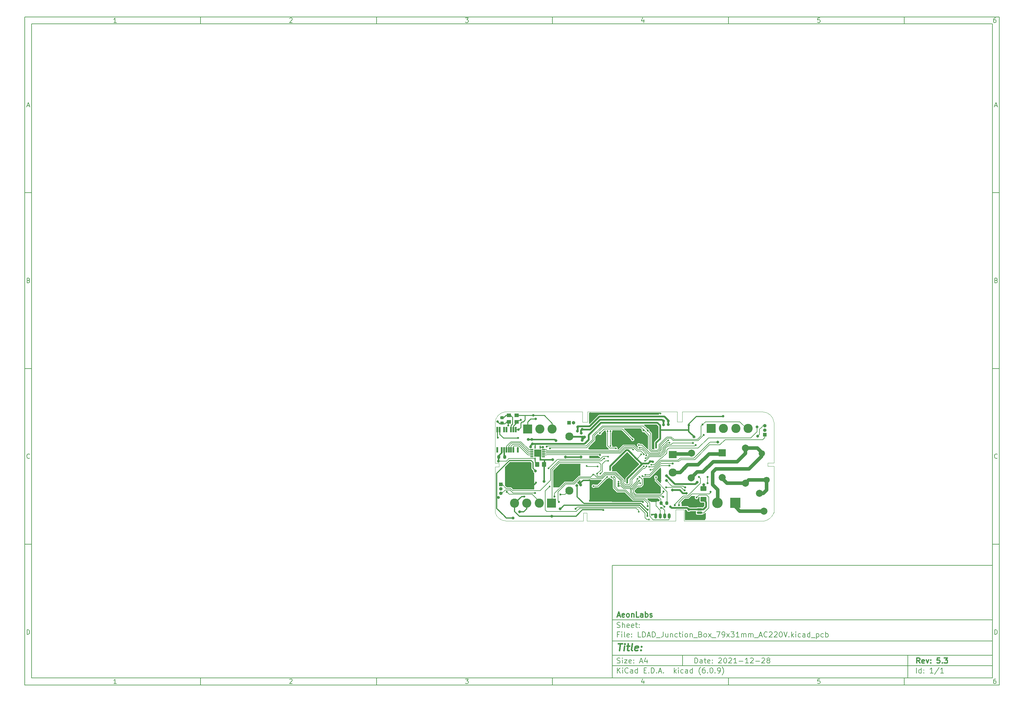
<source format=gbr>
G04 #@! TF.GenerationSoftware,KiCad,Pcbnew,(6.0.9)*
G04 #@! TF.CreationDate,2022-11-26T17:41:20+01:00*
G04 #@! TF.ProjectId,LDAD_Junction_Box_79x31mm_AC220V,4c444144-5f4a-4756-9e63-74696f6e5f42,5.3*
G04 #@! TF.SameCoordinates,Original*
G04 #@! TF.FileFunction,Copper,L2,Bot*
G04 #@! TF.FilePolarity,Positive*
%FSLAX46Y46*%
G04 Gerber Fmt 4.6, Leading zero omitted, Abs format (unit mm)*
G04 Created by KiCad (PCBNEW (6.0.9)) date 2022-11-26 17:41:20*
%MOMM*%
%LPD*%
G01*
G04 APERTURE LIST*
G04 Aperture macros list*
%AMRoundRect*
0 Rectangle with rounded corners*
0 $1 Rounding radius*
0 $2 $3 $4 $5 $6 $7 $8 $9 X,Y pos of 4 corners*
0 Add a 4 corners polygon primitive as box body*
4,1,4,$2,$3,$4,$5,$6,$7,$8,$9,$2,$3,0*
0 Add four circle primitives for the rounded corners*
1,1,$1+$1,$2,$3*
1,1,$1+$1,$4,$5*
1,1,$1+$1,$6,$7*
1,1,$1+$1,$8,$9*
0 Add four rect primitives between the rounded corners*
20,1,$1+$1,$2,$3,$4,$5,0*
20,1,$1+$1,$4,$5,$6,$7,0*
20,1,$1+$1,$6,$7,$8,$9,0*
20,1,$1+$1,$8,$9,$2,$3,0*%
G04 Aperture macros list end*
%ADD10C,0.100000*%
%ADD11C,0.150000*%
%ADD12C,0.300000*%
%ADD13C,0.400000*%
G04 #@! TA.AperFunction,Profile*
%ADD14C,0.120000*%
G04 #@! TD*
G04 #@! TA.AperFunction,ComponentPad*
%ADD15R,2.300000X2.000000*%
G04 #@! TD*
G04 #@! TA.AperFunction,ComponentPad*
%ADD16C,2.300000*%
G04 #@! TD*
G04 #@! TA.AperFunction,SMDPad,CuDef*
%ADD17RoundRect,0.150000X-0.625000X0.150000X-0.625000X-0.150000X0.625000X-0.150000X0.625000X0.150000X0*%
G04 #@! TD*
G04 #@! TA.AperFunction,SMDPad,CuDef*
%ADD18RoundRect,0.250000X-0.650000X0.350000X-0.650000X-0.350000X0.650000X-0.350000X0.650000X0.350000X0*%
G04 #@! TD*
G04 #@! TA.AperFunction,ComponentPad*
%ADD19C,2.010000*%
G04 #@! TD*
G04 #@! TA.AperFunction,SMDPad,CuDef*
%ADD20R,1.300000X1.000000*%
G04 #@! TD*
G04 #@! TA.AperFunction,SMDPad,CuDef*
%ADD21RoundRect,0.250000X0.350000X0.450000X-0.350000X0.450000X-0.350000X-0.450000X0.350000X-0.450000X0*%
G04 #@! TD*
G04 #@! TA.AperFunction,ComponentPad*
%ADD22R,1.000000X1.000000*%
G04 #@! TD*
G04 #@! TA.AperFunction,ComponentPad*
%ADD23O,1.000000X1.000000*%
G04 #@! TD*
G04 #@! TA.AperFunction,ComponentPad*
%ADD24R,2.600000X2.600000*%
G04 #@! TD*
G04 #@! TA.AperFunction,ComponentPad*
%ADD25C,2.600000*%
G04 #@! TD*
G04 #@! TA.AperFunction,SMDPad,CuDef*
%ADD26R,0.500000X0.500000*%
G04 #@! TD*
G04 #@! TA.AperFunction,SMDPad,CuDef*
%ADD27RoundRect,0.225000X-0.250000X0.225000X-0.250000X-0.225000X0.250000X-0.225000X0.250000X0.225000X0*%
G04 #@! TD*
G04 #@! TA.AperFunction,ComponentPad*
%ADD28R,2.000000X2.000000*%
G04 #@! TD*
G04 #@! TA.AperFunction,ComponentPad*
%ADD29C,2.000000*%
G04 #@! TD*
G04 #@! TA.AperFunction,SMDPad,CuDef*
%ADD30O,0.800000X1.500000*%
G04 #@! TD*
G04 #@! TA.AperFunction,SMDPad,CuDef*
%ADD31RoundRect,0.200000X0.200000X0.275000X-0.200000X0.275000X-0.200000X-0.275000X0.200000X-0.275000X0*%
G04 #@! TD*
G04 #@! TA.AperFunction,SMDPad,CuDef*
%ADD32RoundRect,0.250001X-0.624999X0.462499X-0.624999X-0.462499X0.624999X-0.462499X0.624999X0.462499X0*%
G04 #@! TD*
G04 #@! TA.AperFunction,ComponentPad*
%ADD33C,1.800000*%
G04 #@! TD*
G04 #@! TA.AperFunction,SMDPad,CuDef*
%ADD34RoundRect,0.200000X-0.200000X-0.275000X0.200000X-0.275000X0.200000X0.275000X-0.200000X0.275000X0*%
G04 #@! TD*
G04 #@! TA.AperFunction,SMDPad,CuDef*
%ADD35RoundRect,0.020500X-0.184500X0.729500X-0.184500X-0.729500X0.184500X-0.729500X0.184500X0.729500X0*%
G04 #@! TD*
G04 #@! TA.AperFunction,SMDPad,CuDef*
%ADD36RoundRect,0.000050X-0.000450X0.000450X-0.000450X-0.000450X0.000450X-0.000450X0.000450X0.000450X0*%
G04 #@! TD*
G04 #@! TA.AperFunction,SMDPad,CuDef*
%ADD37RoundRect,0.018200X-0.111800X0.421800X-0.111800X-0.421800X0.111800X-0.421800X0.111800X0.421800X0*%
G04 #@! TD*
G04 #@! TA.AperFunction,SMDPad,CuDef*
%ADD38RoundRect,0.018200X0.421800X0.111800X-0.421800X0.111800X-0.421800X-0.111800X0.421800X-0.111800X0*%
G04 #@! TD*
G04 #@! TA.AperFunction,SMDPad,CuDef*
%ADD39RoundRect,0.018200X-0.421800X-0.111800X0.421800X-0.111800X0.421800X0.111800X-0.421800X0.111800X0*%
G04 #@! TD*
G04 #@! TA.AperFunction,SMDPad,CuDef*
%ADD40R,2.050000X2.050000*%
G04 #@! TD*
G04 #@! TA.AperFunction,ComponentPad*
%ADD41C,0.400000*%
G04 #@! TD*
G04 #@! TA.AperFunction,ComponentPad*
%ADD42R,3.000000X3.000000*%
G04 #@! TD*
G04 #@! TA.AperFunction,ComponentPad*
%ADD43C,3.000000*%
G04 #@! TD*
G04 #@! TA.AperFunction,ViaPad*
%ADD44C,0.500000*%
G04 #@! TD*
G04 #@! TA.AperFunction,ViaPad*
%ADD45C,0.700000*%
G04 #@! TD*
G04 #@! TA.AperFunction,ViaPad*
%ADD46C,0.600000*%
G04 #@! TD*
G04 #@! TA.AperFunction,ViaPad*
%ADD47C,0.800000*%
G04 #@! TD*
G04 #@! TA.AperFunction,Conductor*
%ADD48C,1.000000*%
G04 #@! TD*
G04 #@! TA.AperFunction,Conductor*
%ADD49C,0.150000*%
G04 #@! TD*
G04 #@! TA.AperFunction,Conductor*
%ADD50C,0.500000*%
G04 #@! TD*
G04 #@! TA.AperFunction,Conductor*
%ADD51C,0.300000*%
G04 #@! TD*
G04 #@! TA.AperFunction,Conductor*
%ADD52C,0.200000*%
G04 #@! TD*
G04 #@! TA.AperFunction,Conductor*
%ADD53C,0.400000*%
G04 #@! TD*
G04 #@! TA.AperFunction,Conductor*
%ADD54C,0.510000*%
G04 #@! TD*
G04 #@! TA.AperFunction,Conductor*
%ADD55C,0.250000*%
G04 #@! TD*
G04 #@! TA.AperFunction,Conductor*
%ADD56C,0.320000*%
G04 #@! TD*
G04 APERTURE END LIST*
D10*
D11*
X177002200Y-166007200D02*
X177002200Y-198007200D01*
X285002200Y-198007200D01*
X285002200Y-166007200D01*
X177002200Y-166007200D01*
D10*
D11*
X10000000Y-10000000D02*
X10000000Y-200007200D01*
X287002200Y-200007200D01*
X287002200Y-10000000D01*
X10000000Y-10000000D01*
D10*
D11*
X12000000Y-12000000D02*
X12000000Y-198007200D01*
X285002200Y-198007200D01*
X285002200Y-12000000D01*
X12000000Y-12000000D01*
D10*
D11*
X60000000Y-12000000D02*
X60000000Y-10000000D01*
D10*
D11*
X110000000Y-12000000D02*
X110000000Y-10000000D01*
D10*
D11*
X160000000Y-12000000D02*
X160000000Y-10000000D01*
D10*
D11*
X210000000Y-12000000D02*
X210000000Y-10000000D01*
D10*
D11*
X260000000Y-12000000D02*
X260000000Y-10000000D01*
D10*
D11*
X36065476Y-11588095D02*
X35322619Y-11588095D01*
X35694047Y-11588095D02*
X35694047Y-10288095D01*
X35570238Y-10473809D01*
X35446428Y-10597619D01*
X35322619Y-10659523D01*
D10*
D11*
X85322619Y-10411904D02*
X85384523Y-10350000D01*
X85508333Y-10288095D01*
X85817857Y-10288095D01*
X85941666Y-10350000D01*
X86003571Y-10411904D01*
X86065476Y-10535714D01*
X86065476Y-10659523D01*
X86003571Y-10845238D01*
X85260714Y-11588095D01*
X86065476Y-11588095D01*
D10*
D11*
X135260714Y-10288095D02*
X136065476Y-10288095D01*
X135632142Y-10783333D01*
X135817857Y-10783333D01*
X135941666Y-10845238D01*
X136003571Y-10907142D01*
X136065476Y-11030952D01*
X136065476Y-11340476D01*
X136003571Y-11464285D01*
X135941666Y-11526190D01*
X135817857Y-11588095D01*
X135446428Y-11588095D01*
X135322619Y-11526190D01*
X135260714Y-11464285D01*
D10*
D11*
X185941666Y-10721428D02*
X185941666Y-11588095D01*
X185632142Y-10226190D02*
X185322619Y-11154761D01*
X186127380Y-11154761D01*
D10*
D11*
X236003571Y-10288095D02*
X235384523Y-10288095D01*
X235322619Y-10907142D01*
X235384523Y-10845238D01*
X235508333Y-10783333D01*
X235817857Y-10783333D01*
X235941666Y-10845238D01*
X236003571Y-10907142D01*
X236065476Y-11030952D01*
X236065476Y-11340476D01*
X236003571Y-11464285D01*
X235941666Y-11526190D01*
X235817857Y-11588095D01*
X235508333Y-11588095D01*
X235384523Y-11526190D01*
X235322619Y-11464285D01*
D10*
D11*
X285941666Y-10288095D02*
X285694047Y-10288095D01*
X285570238Y-10350000D01*
X285508333Y-10411904D01*
X285384523Y-10597619D01*
X285322619Y-10845238D01*
X285322619Y-11340476D01*
X285384523Y-11464285D01*
X285446428Y-11526190D01*
X285570238Y-11588095D01*
X285817857Y-11588095D01*
X285941666Y-11526190D01*
X286003571Y-11464285D01*
X286065476Y-11340476D01*
X286065476Y-11030952D01*
X286003571Y-10907142D01*
X285941666Y-10845238D01*
X285817857Y-10783333D01*
X285570238Y-10783333D01*
X285446428Y-10845238D01*
X285384523Y-10907142D01*
X285322619Y-11030952D01*
D10*
D11*
X60000000Y-198007200D02*
X60000000Y-200007200D01*
D10*
D11*
X110000000Y-198007200D02*
X110000000Y-200007200D01*
D10*
D11*
X160000000Y-198007200D02*
X160000000Y-200007200D01*
D10*
D11*
X210000000Y-198007200D02*
X210000000Y-200007200D01*
D10*
D11*
X260000000Y-198007200D02*
X260000000Y-200007200D01*
D10*
D11*
X36065476Y-199595295D02*
X35322619Y-199595295D01*
X35694047Y-199595295D02*
X35694047Y-198295295D01*
X35570238Y-198481009D01*
X35446428Y-198604819D01*
X35322619Y-198666723D01*
D10*
D11*
X85322619Y-198419104D02*
X85384523Y-198357200D01*
X85508333Y-198295295D01*
X85817857Y-198295295D01*
X85941666Y-198357200D01*
X86003571Y-198419104D01*
X86065476Y-198542914D01*
X86065476Y-198666723D01*
X86003571Y-198852438D01*
X85260714Y-199595295D01*
X86065476Y-199595295D01*
D10*
D11*
X135260714Y-198295295D02*
X136065476Y-198295295D01*
X135632142Y-198790533D01*
X135817857Y-198790533D01*
X135941666Y-198852438D01*
X136003571Y-198914342D01*
X136065476Y-199038152D01*
X136065476Y-199347676D01*
X136003571Y-199471485D01*
X135941666Y-199533390D01*
X135817857Y-199595295D01*
X135446428Y-199595295D01*
X135322619Y-199533390D01*
X135260714Y-199471485D01*
D10*
D11*
X185941666Y-198728628D02*
X185941666Y-199595295D01*
X185632142Y-198233390D02*
X185322619Y-199161961D01*
X186127380Y-199161961D01*
D10*
D11*
X236003571Y-198295295D02*
X235384523Y-198295295D01*
X235322619Y-198914342D01*
X235384523Y-198852438D01*
X235508333Y-198790533D01*
X235817857Y-198790533D01*
X235941666Y-198852438D01*
X236003571Y-198914342D01*
X236065476Y-199038152D01*
X236065476Y-199347676D01*
X236003571Y-199471485D01*
X235941666Y-199533390D01*
X235817857Y-199595295D01*
X235508333Y-199595295D01*
X235384523Y-199533390D01*
X235322619Y-199471485D01*
D10*
D11*
X285941666Y-198295295D02*
X285694047Y-198295295D01*
X285570238Y-198357200D01*
X285508333Y-198419104D01*
X285384523Y-198604819D01*
X285322619Y-198852438D01*
X285322619Y-199347676D01*
X285384523Y-199471485D01*
X285446428Y-199533390D01*
X285570238Y-199595295D01*
X285817857Y-199595295D01*
X285941666Y-199533390D01*
X286003571Y-199471485D01*
X286065476Y-199347676D01*
X286065476Y-199038152D01*
X286003571Y-198914342D01*
X285941666Y-198852438D01*
X285817857Y-198790533D01*
X285570238Y-198790533D01*
X285446428Y-198852438D01*
X285384523Y-198914342D01*
X285322619Y-199038152D01*
D10*
D11*
X10000000Y-60000000D02*
X12000000Y-60000000D01*
D10*
D11*
X10000000Y-110000000D02*
X12000000Y-110000000D01*
D10*
D11*
X10000000Y-160000000D02*
X12000000Y-160000000D01*
D10*
D11*
X10690476Y-35216666D02*
X11309523Y-35216666D01*
X10566666Y-35588095D02*
X11000000Y-34288095D01*
X11433333Y-35588095D01*
D10*
D11*
X11092857Y-84907142D02*
X11278571Y-84969047D01*
X11340476Y-85030952D01*
X11402380Y-85154761D01*
X11402380Y-85340476D01*
X11340476Y-85464285D01*
X11278571Y-85526190D01*
X11154761Y-85588095D01*
X10659523Y-85588095D01*
X10659523Y-84288095D01*
X11092857Y-84288095D01*
X11216666Y-84350000D01*
X11278571Y-84411904D01*
X11340476Y-84535714D01*
X11340476Y-84659523D01*
X11278571Y-84783333D01*
X11216666Y-84845238D01*
X11092857Y-84907142D01*
X10659523Y-84907142D01*
D10*
D11*
X11402380Y-135464285D02*
X11340476Y-135526190D01*
X11154761Y-135588095D01*
X11030952Y-135588095D01*
X10845238Y-135526190D01*
X10721428Y-135402380D01*
X10659523Y-135278571D01*
X10597619Y-135030952D01*
X10597619Y-134845238D01*
X10659523Y-134597619D01*
X10721428Y-134473809D01*
X10845238Y-134350000D01*
X11030952Y-134288095D01*
X11154761Y-134288095D01*
X11340476Y-134350000D01*
X11402380Y-134411904D01*
D10*
D11*
X10659523Y-185588095D02*
X10659523Y-184288095D01*
X10969047Y-184288095D01*
X11154761Y-184350000D01*
X11278571Y-184473809D01*
X11340476Y-184597619D01*
X11402380Y-184845238D01*
X11402380Y-185030952D01*
X11340476Y-185278571D01*
X11278571Y-185402380D01*
X11154761Y-185526190D01*
X10969047Y-185588095D01*
X10659523Y-185588095D01*
D10*
D11*
X287002200Y-60000000D02*
X285002200Y-60000000D01*
D10*
D11*
X287002200Y-110000000D02*
X285002200Y-110000000D01*
D10*
D11*
X287002200Y-160000000D02*
X285002200Y-160000000D01*
D10*
D11*
X285692676Y-35216666D02*
X286311723Y-35216666D01*
X285568866Y-35588095D02*
X286002200Y-34288095D01*
X286435533Y-35588095D01*
D10*
D11*
X286095057Y-84907142D02*
X286280771Y-84969047D01*
X286342676Y-85030952D01*
X286404580Y-85154761D01*
X286404580Y-85340476D01*
X286342676Y-85464285D01*
X286280771Y-85526190D01*
X286156961Y-85588095D01*
X285661723Y-85588095D01*
X285661723Y-84288095D01*
X286095057Y-84288095D01*
X286218866Y-84350000D01*
X286280771Y-84411904D01*
X286342676Y-84535714D01*
X286342676Y-84659523D01*
X286280771Y-84783333D01*
X286218866Y-84845238D01*
X286095057Y-84907142D01*
X285661723Y-84907142D01*
D10*
D11*
X286404580Y-135464285D02*
X286342676Y-135526190D01*
X286156961Y-135588095D01*
X286033152Y-135588095D01*
X285847438Y-135526190D01*
X285723628Y-135402380D01*
X285661723Y-135278571D01*
X285599819Y-135030952D01*
X285599819Y-134845238D01*
X285661723Y-134597619D01*
X285723628Y-134473809D01*
X285847438Y-134350000D01*
X286033152Y-134288095D01*
X286156961Y-134288095D01*
X286342676Y-134350000D01*
X286404580Y-134411904D01*
D10*
D11*
X285661723Y-185588095D02*
X285661723Y-184288095D01*
X285971247Y-184288095D01*
X286156961Y-184350000D01*
X286280771Y-184473809D01*
X286342676Y-184597619D01*
X286404580Y-184845238D01*
X286404580Y-185030952D01*
X286342676Y-185278571D01*
X286280771Y-185402380D01*
X286156961Y-185526190D01*
X285971247Y-185588095D01*
X285661723Y-185588095D01*
D10*
D11*
X200434342Y-193785771D02*
X200434342Y-192285771D01*
X200791485Y-192285771D01*
X201005771Y-192357200D01*
X201148628Y-192500057D01*
X201220057Y-192642914D01*
X201291485Y-192928628D01*
X201291485Y-193142914D01*
X201220057Y-193428628D01*
X201148628Y-193571485D01*
X201005771Y-193714342D01*
X200791485Y-193785771D01*
X200434342Y-193785771D01*
X202577200Y-193785771D02*
X202577200Y-193000057D01*
X202505771Y-192857200D01*
X202362914Y-192785771D01*
X202077200Y-192785771D01*
X201934342Y-192857200D01*
X202577200Y-193714342D02*
X202434342Y-193785771D01*
X202077200Y-193785771D01*
X201934342Y-193714342D01*
X201862914Y-193571485D01*
X201862914Y-193428628D01*
X201934342Y-193285771D01*
X202077200Y-193214342D01*
X202434342Y-193214342D01*
X202577200Y-193142914D01*
X203077200Y-192785771D02*
X203648628Y-192785771D01*
X203291485Y-192285771D02*
X203291485Y-193571485D01*
X203362914Y-193714342D01*
X203505771Y-193785771D01*
X203648628Y-193785771D01*
X204720057Y-193714342D02*
X204577200Y-193785771D01*
X204291485Y-193785771D01*
X204148628Y-193714342D01*
X204077200Y-193571485D01*
X204077200Y-193000057D01*
X204148628Y-192857200D01*
X204291485Y-192785771D01*
X204577200Y-192785771D01*
X204720057Y-192857200D01*
X204791485Y-193000057D01*
X204791485Y-193142914D01*
X204077200Y-193285771D01*
X205434342Y-193642914D02*
X205505771Y-193714342D01*
X205434342Y-193785771D01*
X205362914Y-193714342D01*
X205434342Y-193642914D01*
X205434342Y-193785771D01*
X205434342Y-192857200D02*
X205505771Y-192928628D01*
X205434342Y-193000057D01*
X205362914Y-192928628D01*
X205434342Y-192857200D01*
X205434342Y-193000057D01*
X207220057Y-192428628D02*
X207291485Y-192357200D01*
X207434342Y-192285771D01*
X207791485Y-192285771D01*
X207934342Y-192357200D01*
X208005771Y-192428628D01*
X208077200Y-192571485D01*
X208077200Y-192714342D01*
X208005771Y-192928628D01*
X207148628Y-193785771D01*
X208077200Y-193785771D01*
X209005771Y-192285771D02*
X209148628Y-192285771D01*
X209291485Y-192357200D01*
X209362914Y-192428628D01*
X209434342Y-192571485D01*
X209505771Y-192857200D01*
X209505771Y-193214342D01*
X209434342Y-193500057D01*
X209362914Y-193642914D01*
X209291485Y-193714342D01*
X209148628Y-193785771D01*
X209005771Y-193785771D01*
X208862914Y-193714342D01*
X208791485Y-193642914D01*
X208720057Y-193500057D01*
X208648628Y-193214342D01*
X208648628Y-192857200D01*
X208720057Y-192571485D01*
X208791485Y-192428628D01*
X208862914Y-192357200D01*
X209005771Y-192285771D01*
X210077200Y-192428628D02*
X210148628Y-192357200D01*
X210291485Y-192285771D01*
X210648628Y-192285771D01*
X210791485Y-192357200D01*
X210862914Y-192428628D01*
X210934342Y-192571485D01*
X210934342Y-192714342D01*
X210862914Y-192928628D01*
X210005771Y-193785771D01*
X210934342Y-193785771D01*
X212362914Y-193785771D02*
X211505771Y-193785771D01*
X211934342Y-193785771D02*
X211934342Y-192285771D01*
X211791485Y-192500057D01*
X211648628Y-192642914D01*
X211505771Y-192714342D01*
X213005771Y-193214342D02*
X214148628Y-193214342D01*
X215648628Y-193785771D02*
X214791485Y-193785771D01*
X215220057Y-193785771D02*
X215220057Y-192285771D01*
X215077200Y-192500057D01*
X214934342Y-192642914D01*
X214791485Y-192714342D01*
X216220057Y-192428628D02*
X216291485Y-192357200D01*
X216434342Y-192285771D01*
X216791485Y-192285771D01*
X216934342Y-192357200D01*
X217005771Y-192428628D01*
X217077200Y-192571485D01*
X217077200Y-192714342D01*
X217005771Y-192928628D01*
X216148628Y-193785771D01*
X217077200Y-193785771D01*
X217720057Y-193214342D02*
X218862914Y-193214342D01*
X219505771Y-192428628D02*
X219577200Y-192357200D01*
X219720057Y-192285771D01*
X220077200Y-192285771D01*
X220220057Y-192357200D01*
X220291485Y-192428628D01*
X220362914Y-192571485D01*
X220362914Y-192714342D01*
X220291485Y-192928628D01*
X219434342Y-193785771D01*
X220362914Y-193785771D01*
X221220057Y-192928628D02*
X221077200Y-192857200D01*
X221005771Y-192785771D01*
X220934342Y-192642914D01*
X220934342Y-192571485D01*
X221005771Y-192428628D01*
X221077200Y-192357200D01*
X221220057Y-192285771D01*
X221505771Y-192285771D01*
X221648628Y-192357200D01*
X221720057Y-192428628D01*
X221791485Y-192571485D01*
X221791485Y-192642914D01*
X221720057Y-192785771D01*
X221648628Y-192857200D01*
X221505771Y-192928628D01*
X221220057Y-192928628D01*
X221077200Y-193000057D01*
X221005771Y-193071485D01*
X220934342Y-193214342D01*
X220934342Y-193500057D01*
X221005771Y-193642914D01*
X221077200Y-193714342D01*
X221220057Y-193785771D01*
X221505771Y-193785771D01*
X221648628Y-193714342D01*
X221720057Y-193642914D01*
X221791485Y-193500057D01*
X221791485Y-193214342D01*
X221720057Y-193071485D01*
X221648628Y-193000057D01*
X221505771Y-192928628D01*
D10*
D11*
X177002200Y-194507200D02*
X285002200Y-194507200D01*
D10*
D11*
X178434342Y-196585771D02*
X178434342Y-195085771D01*
X179291485Y-196585771D02*
X178648628Y-195728628D01*
X179291485Y-195085771D02*
X178434342Y-195942914D01*
X179934342Y-196585771D02*
X179934342Y-195585771D01*
X179934342Y-195085771D02*
X179862914Y-195157200D01*
X179934342Y-195228628D01*
X180005771Y-195157200D01*
X179934342Y-195085771D01*
X179934342Y-195228628D01*
X181505771Y-196442914D02*
X181434342Y-196514342D01*
X181220057Y-196585771D01*
X181077200Y-196585771D01*
X180862914Y-196514342D01*
X180720057Y-196371485D01*
X180648628Y-196228628D01*
X180577200Y-195942914D01*
X180577200Y-195728628D01*
X180648628Y-195442914D01*
X180720057Y-195300057D01*
X180862914Y-195157200D01*
X181077200Y-195085771D01*
X181220057Y-195085771D01*
X181434342Y-195157200D01*
X181505771Y-195228628D01*
X182791485Y-196585771D02*
X182791485Y-195800057D01*
X182720057Y-195657200D01*
X182577200Y-195585771D01*
X182291485Y-195585771D01*
X182148628Y-195657200D01*
X182791485Y-196514342D02*
X182648628Y-196585771D01*
X182291485Y-196585771D01*
X182148628Y-196514342D01*
X182077200Y-196371485D01*
X182077200Y-196228628D01*
X182148628Y-196085771D01*
X182291485Y-196014342D01*
X182648628Y-196014342D01*
X182791485Y-195942914D01*
X184148628Y-196585771D02*
X184148628Y-195085771D01*
X184148628Y-196514342D02*
X184005771Y-196585771D01*
X183720057Y-196585771D01*
X183577200Y-196514342D01*
X183505771Y-196442914D01*
X183434342Y-196300057D01*
X183434342Y-195871485D01*
X183505771Y-195728628D01*
X183577200Y-195657200D01*
X183720057Y-195585771D01*
X184005771Y-195585771D01*
X184148628Y-195657200D01*
X186005771Y-195800057D02*
X186505771Y-195800057D01*
X186720057Y-196585771D02*
X186005771Y-196585771D01*
X186005771Y-195085771D01*
X186720057Y-195085771D01*
X187362914Y-196442914D02*
X187434342Y-196514342D01*
X187362914Y-196585771D01*
X187291485Y-196514342D01*
X187362914Y-196442914D01*
X187362914Y-196585771D01*
X188077200Y-196585771D02*
X188077200Y-195085771D01*
X188434342Y-195085771D01*
X188648628Y-195157200D01*
X188791485Y-195300057D01*
X188862914Y-195442914D01*
X188934342Y-195728628D01*
X188934342Y-195942914D01*
X188862914Y-196228628D01*
X188791485Y-196371485D01*
X188648628Y-196514342D01*
X188434342Y-196585771D01*
X188077200Y-196585771D01*
X189577200Y-196442914D02*
X189648628Y-196514342D01*
X189577200Y-196585771D01*
X189505771Y-196514342D01*
X189577200Y-196442914D01*
X189577200Y-196585771D01*
X190220057Y-196157200D02*
X190934342Y-196157200D01*
X190077200Y-196585771D02*
X190577200Y-195085771D01*
X191077200Y-196585771D01*
X191577200Y-196442914D02*
X191648628Y-196514342D01*
X191577200Y-196585771D01*
X191505771Y-196514342D01*
X191577200Y-196442914D01*
X191577200Y-196585771D01*
X194577200Y-196585771D02*
X194577200Y-195085771D01*
X194720057Y-196014342D02*
X195148628Y-196585771D01*
X195148628Y-195585771D02*
X194577200Y-196157200D01*
X195791485Y-196585771D02*
X195791485Y-195585771D01*
X195791485Y-195085771D02*
X195720057Y-195157200D01*
X195791485Y-195228628D01*
X195862914Y-195157200D01*
X195791485Y-195085771D01*
X195791485Y-195228628D01*
X197148628Y-196514342D02*
X197005771Y-196585771D01*
X196720057Y-196585771D01*
X196577200Y-196514342D01*
X196505771Y-196442914D01*
X196434342Y-196300057D01*
X196434342Y-195871485D01*
X196505771Y-195728628D01*
X196577200Y-195657200D01*
X196720057Y-195585771D01*
X197005771Y-195585771D01*
X197148628Y-195657200D01*
X198434342Y-196585771D02*
X198434342Y-195800057D01*
X198362914Y-195657200D01*
X198220057Y-195585771D01*
X197934342Y-195585771D01*
X197791485Y-195657200D01*
X198434342Y-196514342D02*
X198291485Y-196585771D01*
X197934342Y-196585771D01*
X197791485Y-196514342D01*
X197720057Y-196371485D01*
X197720057Y-196228628D01*
X197791485Y-196085771D01*
X197934342Y-196014342D01*
X198291485Y-196014342D01*
X198434342Y-195942914D01*
X199791485Y-196585771D02*
X199791485Y-195085771D01*
X199791485Y-196514342D02*
X199648628Y-196585771D01*
X199362914Y-196585771D01*
X199220057Y-196514342D01*
X199148628Y-196442914D01*
X199077200Y-196300057D01*
X199077200Y-195871485D01*
X199148628Y-195728628D01*
X199220057Y-195657200D01*
X199362914Y-195585771D01*
X199648628Y-195585771D01*
X199791485Y-195657200D01*
X202077200Y-197157200D02*
X202005771Y-197085771D01*
X201862914Y-196871485D01*
X201791485Y-196728628D01*
X201720057Y-196514342D01*
X201648628Y-196157200D01*
X201648628Y-195871485D01*
X201720057Y-195514342D01*
X201791485Y-195300057D01*
X201862914Y-195157200D01*
X202005771Y-194942914D01*
X202077200Y-194871485D01*
X203291485Y-195085771D02*
X203005771Y-195085771D01*
X202862914Y-195157200D01*
X202791485Y-195228628D01*
X202648628Y-195442914D01*
X202577200Y-195728628D01*
X202577200Y-196300057D01*
X202648628Y-196442914D01*
X202720057Y-196514342D01*
X202862914Y-196585771D01*
X203148628Y-196585771D01*
X203291485Y-196514342D01*
X203362914Y-196442914D01*
X203434342Y-196300057D01*
X203434342Y-195942914D01*
X203362914Y-195800057D01*
X203291485Y-195728628D01*
X203148628Y-195657200D01*
X202862914Y-195657200D01*
X202720057Y-195728628D01*
X202648628Y-195800057D01*
X202577200Y-195942914D01*
X204077200Y-196442914D02*
X204148628Y-196514342D01*
X204077200Y-196585771D01*
X204005771Y-196514342D01*
X204077200Y-196442914D01*
X204077200Y-196585771D01*
X205077200Y-195085771D02*
X205220057Y-195085771D01*
X205362914Y-195157200D01*
X205434342Y-195228628D01*
X205505771Y-195371485D01*
X205577200Y-195657200D01*
X205577200Y-196014342D01*
X205505771Y-196300057D01*
X205434342Y-196442914D01*
X205362914Y-196514342D01*
X205220057Y-196585771D01*
X205077200Y-196585771D01*
X204934342Y-196514342D01*
X204862914Y-196442914D01*
X204791485Y-196300057D01*
X204720057Y-196014342D01*
X204720057Y-195657200D01*
X204791485Y-195371485D01*
X204862914Y-195228628D01*
X204934342Y-195157200D01*
X205077200Y-195085771D01*
X206220057Y-196442914D02*
X206291485Y-196514342D01*
X206220057Y-196585771D01*
X206148628Y-196514342D01*
X206220057Y-196442914D01*
X206220057Y-196585771D01*
X207005771Y-196585771D02*
X207291485Y-196585771D01*
X207434342Y-196514342D01*
X207505771Y-196442914D01*
X207648628Y-196228628D01*
X207720057Y-195942914D01*
X207720057Y-195371485D01*
X207648628Y-195228628D01*
X207577200Y-195157200D01*
X207434342Y-195085771D01*
X207148628Y-195085771D01*
X207005771Y-195157200D01*
X206934342Y-195228628D01*
X206862914Y-195371485D01*
X206862914Y-195728628D01*
X206934342Y-195871485D01*
X207005771Y-195942914D01*
X207148628Y-196014342D01*
X207434342Y-196014342D01*
X207577200Y-195942914D01*
X207648628Y-195871485D01*
X207720057Y-195728628D01*
X208220057Y-197157200D02*
X208291485Y-197085771D01*
X208434342Y-196871485D01*
X208505771Y-196728628D01*
X208577200Y-196514342D01*
X208648628Y-196157200D01*
X208648628Y-195871485D01*
X208577200Y-195514342D01*
X208505771Y-195300057D01*
X208434342Y-195157200D01*
X208291485Y-194942914D01*
X208220057Y-194871485D01*
D10*
D11*
X177002200Y-191507200D02*
X285002200Y-191507200D01*
D10*
D12*
X264411485Y-193785771D02*
X263911485Y-193071485D01*
X263554342Y-193785771D02*
X263554342Y-192285771D01*
X264125771Y-192285771D01*
X264268628Y-192357200D01*
X264340057Y-192428628D01*
X264411485Y-192571485D01*
X264411485Y-192785771D01*
X264340057Y-192928628D01*
X264268628Y-193000057D01*
X264125771Y-193071485D01*
X263554342Y-193071485D01*
X265625771Y-193714342D02*
X265482914Y-193785771D01*
X265197200Y-193785771D01*
X265054342Y-193714342D01*
X264982914Y-193571485D01*
X264982914Y-193000057D01*
X265054342Y-192857200D01*
X265197200Y-192785771D01*
X265482914Y-192785771D01*
X265625771Y-192857200D01*
X265697200Y-193000057D01*
X265697200Y-193142914D01*
X264982914Y-193285771D01*
X266197200Y-192785771D02*
X266554342Y-193785771D01*
X266911485Y-192785771D01*
X267482914Y-193642914D02*
X267554342Y-193714342D01*
X267482914Y-193785771D01*
X267411485Y-193714342D01*
X267482914Y-193642914D01*
X267482914Y-193785771D01*
X267482914Y-192857200D02*
X267554342Y-192928628D01*
X267482914Y-193000057D01*
X267411485Y-192928628D01*
X267482914Y-192857200D01*
X267482914Y-193000057D01*
X270054342Y-192285771D02*
X269340057Y-192285771D01*
X269268628Y-193000057D01*
X269340057Y-192928628D01*
X269482914Y-192857200D01*
X269840057Y-192857200D01*
X269982914Y-192928628D01*
X270054342Y-193000057D01*
X270125771Y-193142914D01*
X270125771Y-193500057D01*
X270054342Y-193642914D01*
X269982914Y-193714342D01*
X269840057Y-193785771D01*
X269482914Y-193785771D01*
X269340057Y-193714342D01*
X269268628Y-193642914D01*
X270768628Y-193642914D02*
X270840057Y-193714342D01*
X270768628Y-193785771D01*
X270697200Y-193714342D01*
X270768628Y-193642914D01*
X270768628Y-193785771D01*
X271340057Y-192285771D02*
X272268628Y-192285771D01*
X271768628Y-192857200D01*
X271982914Y-192857200D01*
X272125771Y-192928628D01*
X272197200Y-193000057D01*
X272268628Y-193142914D01*
X272268628Y-193500057D01*
X272197200Y-193642914D01*
X272125771Y-193714342D01*
X271982914Y-193785771D01*
X271554342Y-193785771D01*
X271411485Y-193714342D01*
X271340057Y-193642914D01*
D10*
D11*
X178362914Y-193714342D02*
X178577200Y-193785771D01*
X178934342Y-193785771D01*
X179077200Y-193714342D01*
X179148628Y-193642914D01*
X179220057Y-193500057D01*
X179220057Y-193357200D01*
X179148628Y-193214342D01*
X179077200Y-193142914D01*
X178934342Y-193071485D01*
X178648628Y-193000057D01*
X178505771Y-192928628D01*
X178434342Y-192857200D01*
X178362914Y-192714342D01*
X178362914Y-192571485D01*
X178434342Y-192428628D01*
X178505771Y-192357200D01*
X178648628Y-192285771D01*
X179005771Y-192285771D01*
X179220057Y-192357200D01*
X179862914Y-193785771D02*
X179862914Y-192785771D01*
X179862914Y-192285771D02*
X179791485Y-192357200D01*
X179862914Y-192428628D01*
X179934342Y-192357200D01*
X179862914Y-192285771D01*
X179862914Y-192428628D01*
X180434342Y-192785771D02*
X181220057Y-192785771D01*
X180434342Y-193785771D01*
X181220057Y-193785771D01*
X182362914Y-193714342D02*
X182220057Y-193785771D01*
X181934342Y-193785771D01*
X181791485Y-193714342D01*
X181720057Y-193571485D01*
X181720057Y-193000057D01*
X181791485Y-192857200D01*
X181934342Y-192785771D01*
X182220057Y-192785771D01*
X182362914Y-192857200D01*
X182434342Y-193000057D01*
X182434342Y-193142914D01*
X181720057Y-193285771D01*
X183077200Y-193642914D02*
X183148628Y-193714342D01*
X183077200Y-193785771D01*
X183005771Y-193714342D01*
X183077200Y-193642914D01*
X183077200Y-193785771D01*
X183077200Y-192857200D02*
X183148628Y-192928628D01*
X183077200Y-193000057D01*
X183005771Y-192928628D01*
X183077200Y-192857200D01*
X183077200Y-193000057D01*
X184862914Y-193357200D02*
X185577200Y-193357200D01*
X184720057Y-193785771D02*
X185220057Y-192285771D01*
X185720057Y-193785771D01*
X186862914Y-192785771D02*
X186862914Y-193785771D01*
X186505771Y-192214342D02*
X186148628Y-193285771D01*
X187077200Y-193285771D01*
D10*
D11*
X263434342Y-196585771D02*
X263434342Y-195085771D01*
X264791485Y-196585771D02*
X264791485Y-195085771D01*
X264791485Y-196514342D02*
X264648628Y-196585771D01*
X264362914Y-196585771D01*
X264220057Y-196514342D01*
X264148628Y-196442914D01*
X264077200Y-196300057D01*
X264077200Y-195871485D01*
X264148628Y-195728628D01*
X264220057Y-195657200D01*
X264362914Y-195585771D01*
X264648628Y-195585771D01*
X264791485Y-195657200D01*
X265505771Y-196442914D02*
X265577200Y-196514342D01*
X265505771Y-196585771D01*
X265434342Y-196514342D01*
X265505771Y-196442914D01*
X265505771Y-196585771D01*
X265505771Y-195657200D02*
X265577200Y-195728628D01*
X265505771Y-195800057D01*
X265434342Y-195728628D01*
X265505771Y-195657200D01*
X265505771Y-195800057D01*
X268148628Y-196585771D02*
X267291485Y-196585771D01*
X267720057Y-196585771D02*
X267720057Y-195085771D01*
X267577200Y-195300057D01*
X267434342Y-195442914D01*
X267291485Y-195514342D01*
X269862914Y-195014342D02*
X268577200Y-196942914D01*
X271148628Y-196585771D02*
X270291485Y-196585771D01*
X270720057Y-196585771D02*
X270720057Y-195085771D01*
X270577200Y-195300057D01*
X270434342Y-195442914D01*
X270291485Y-195514342D01*
D10*
D11*
X177002200Y-187507200D02*
X285002200Y-187507200D01*
D10*
D13*
X178714580Y-188211961D02*
X179857438Y-188211961D01*
X179036009Y-190211961D02*
X179286009Y-188211961D01*
X180274104Y-190211961D02*
X180440771Y-188878628D01*
X180524104Y-188211961D02*
X180416961Y-188307200D01*
X180500295Y-188402438D01*
X180607438Y-188307200D01*
X180524104Y-188211961D01*
X180500295Y-188402438D01*
X181107438Y-188878628D02*
X181869342Y-188878628D01*
X181476485Y-188211961D02*
X181262200Y-189926247D01*
X181333628Y-190116723D01*
X181512200Y-190211961D01*
X181702676Y-190211961D01*
X182655057Y-190211961D02*
X182476485Y-190116723D01*
X182405057Y-189926247D01*
X182619342Y-188211961D01*
X184190771Y-190116723D02*
X183988390Y-190211961D01*
X183607438Y-190211961D01*
X183428866Y-190116723D01*
X183357438Y-189926247D01*
X183452676Y-189164342D01*
X183571723Y-188973866D01*
X183774104Y-188878628D01*
X184155057Y-188878628D01*
X184333628Y-188973866D01*
X184405057Y-189164342D01*
X184381247Y-189354819D01*
X183405057Y-189545295D01*
X185155057Y-190021485D02*
X185238390Y-190116723D01*
X185131247Y-190211961D01*
X185047914Y-190116723D01*
X185155057Y-190021485D01*
X185131247Y-190211961D01*
X185286009Y-188973866D02*
X185369342Y-189069104D01*
X185262200Y-189164342D01*
X185178866Y-189069104D01*
X185286009Y-188973866D01*
X185262200Y-189164342D01*
D10*
D11*
X178934342Y-185600057D02*
X178434342Y-185600057D01*
X178434342Y-186385771D02*
X178434342Y-184885771D01*
X179148628Y-184885771D01*
X179720057Y-186385771D02*
X179720057Y-185385771D01*
X179720057Y-184885771D02*
X179648628Y-184957200D01*
X179720057Y-185028628D01*
X179791485Y-184957200D01*
X179720057Y-184885771D01*
X179720057Y-185028628D01*
X180648628Y-186385771D02*
X180505771Y-186314342D01*
X180434342Y-186171485D01*
X180434342Y-184885771D01*
X181791485Y-186314342D02*
X181648628Y-186385771D01*
X181362914Y-186385771D01*
X181220057Y-186314342D01*
X181148628Y-186171485D01*
X181148628Y-185600057D01*
X181220057Y-185457200D01*
X181362914Y-185385771D01*
X181648628Y-185385771D01*
X181791485Y-185457200D01*
X181862914Y-185600057D01*
X181862914Y-185742914D01*
X181148628Y-185885771D01*
X182505771Y-186242914D02*
X182577200Y-186314342D01*
X182505771Y-186385771D01*
X182434342Y-186314342D01*
X182505771Y-186242914D01*
X182505771Y-186385771D01*
X182505771Y-185457200D02*
X182577200Y-185528628D01*
X182505771Y-185600057D01*
X182434342Y-185528628D01*
X182505771Y-185457200D01*
X182505771Y-185600057D01*
X185077200Y-186385771D02*
X184362914Y-186385771D01*
X184362914Y-184885771D01*
X185577200Y-186385771D02*
X185577200Y-184885771D01*
X185934342Y-184885771D01*
X186148628Y-184957200D01*
X186291485Y-185100057D01*
X186362914Y-185242914D01*
X186434342Y-185528628D01*
X186434342Y-185742914D01*
X186362914Y-186028628D01*
X186291485Y-186171485D01*
X186148628Y-186314342D01*
X185934342Y-186385771D01*
X185577200Y-186385771D01*
X187005771Y-185957200D02*
X187720057Y-185957200D01*
X186862914Y-186385771D02*
X187362914Y-184885771D01*
X187862914Y-186385771D01*
X188362914Y-186385771D02*
X188362914Y-184885771D01*
X188720057Y-184885771D01*
X188934342Y-184957200D01*
X189077200Y-185100057D01*
X189148628Y-185242914D01*
X189220057Y-185528628D01*
X189220057Y-185742914D01*
X189148628Y-186028628D01*
X189077200Y-186171485D01*
X188934342Y-186314342D01*
X188720057Y-186385771D01*
X188362914Y-186385771D01*
X189505771Y-186528628D02*
X190648628Y-186528628D01*
X191434342Y-184885771D02*
X191434342Y-185957200D01*
X191362914Y-186171485D01*
X191220057Y-186314342D01*
X191005771Y-186385771D01*
X190862914Y-186385771D01*
X192791485Y-185385771D02*
X192791485Y-186385771D01*
X192148628Y-185385771D02*
X192148628Y-186171485D01*
X192220057Y-186314342D01*
X192362914Y-186385771D01*
X192577200Y-186385771D01*
X192720057Y-186314342D01*
X192791485Y-186242914D01*
X193505771Y-185385771D02*
X193505771Y-186385771D01*
X193505771Y-185528628D02*
X193577200Y-185457200D01*
X193720057Y-185385771D01*
X193934342Y-185385771D01*
X194077200Y-185457200D01*
X194148628Y-185600057D01*
X194148628Y-186385771D01*
X195505771Y-186314342D02*
X195362914Y-186385771D01*
X195077200Y-186385771D01*
X194934342Y-186314342D01*
X194862914Y-186242914D01*
X194791485Y-186100057D01*
X194791485Y-185671485D01*
X194862914Y-185528628D01*
X194934342Y-185457200D01*
X195077200Y-185385771D01*
X195362914Y-185385771D01*
X195505771Y-185457200D01*
X195934342Y-185385771D02*
X196505771Y-185385771D01*
X196148628Y-184885771D02*
X196148628Y-186171485D01*
X196220057Y-186314342D01*
X196362914Y-186385771D01*
X196505771Y-186385771D01*
X197005771Y-186385771D02*
X197005771Y-185385771D01*
X197005771Y-184885771D02*
X196934342Y-184957200D01*
X197005771Y-185028628D01*
X197077200Y-184957200D01*
X197005771Y-184885771D01*
X197005771Y-185028628D01*
X197934342Y-186385771D02*
X197791485Y-186314342D01*
X197720057Y-186242914D01*
X197648628Y-186100057D01*
X197648628Y-185671485D01*
X197720057Y-185528628D01*
X197791485Y-185457200D01*
X197934342Y-185385771D01*
X198148628Y-185385771D01*
X198291485Y-185457200D01*
X198362914Y-185528628D01*
X198434342Y-185671485D01*
X198434342Y-186100057D01*
X198362914Y-186242914D01*
X198291485Y-186314342D01*
X198148628Y-186385771D01*
X197934342Y-186385771D01*
X199077200Y-185385771D02*
X199077200Y-186385771D01*
X199077200Y-185528628D02*
X199148628Y-185457200D01*
X199291485Y-185385771D01*
X199505771Y-185385771D01*
X199648628Y-185457200D01*
X199720057Y-185600057D01*
X199720057Y-186385771D01*
X200077200Y-186528628D02*
X201220057Y-186528628D01*
X202077200Y-185600057D02*
X202291485Y-185671485D01*
X202362914Y-185742914D01*
X202434342Y-185885771D01*
X202434342Y-186100057D01*
X202362914Y-186242914D01*
X202291485Y-186314342D01*
X202148628Y-186385771D01*
X201577200Y-186385771D01*
X201577200Y-184885771D01*
X202077200Y-184885771D01*
X202220057Y-184957200D01*
X202291485Y-185028628D01*
X202362914Y-185171485D01*
X202362914Y-185314342D01*
X202291485Y-185457200D01*
X202220057Y-185528628D01*
X202077200Y-185600057D01*
X201577200Y-185600057D01*
X203291485Y-186385771D02*
X203148628Y-186314342D01*
X203077200Y-186242914D01*
X203005771Y-186100057D01*
X203005771Y-185671485D01*
X203077200Y-185528628D01*
X203148628Y-185457200D01*
X203291485Y-185385771D01*
X203505771Y-185385771D01*
X203648628Y-185457200D01*
X203720057Y-185528628D01*
X203791485Y-185671485D01*
X203791485Y-186100057D01*
X203720057Y-186242914D01*
X203648628Y-186314342D01*
X203505771Y-186385771D01*
X203291485Y-186385771D01*
X204291485Y-186385771D02*
X205077200Y-185385771D01*
X204291485Y-185385771D02*
X205077200Y-186385771D01*
X205291485Y-186528628D02*
X206434342Y-186528628D01*
X206648628Y-184885771D02*
X207648628Y-184885771D01*
X207005771Y-186385771D01*
X208291485Y-186385771D02*
X208577200Y-186385771D01*
X208720057Y-186314342D01*
X208791485Y-186242914D01*
X208934342Y-186028628D01*
X209005771Y-185742914D01*
X209005771Y-185171485D01*
X208934342Y-185028628D01*
X208862914Y-184957200D01*
X208720057Y-184885771D01*
X208434342Y-184885771D01*
X208291485Y-184957200D01*
X208220057Y-185028628D01*
X208148628Y-185171485D01*
X208148628Y-185528628D01*
X208220057Y-185671485D01*
X208291485Y-185742914D01*
X208434342Y-185814342D01*
X208720057Y-185814342D01*
X208862914Y-185742914D01*
X208934342Y-185671485D01*
X209005771Y-185528628D01*
X209505771Y-186385771D02*
X210291485Y-185385771D01*
X209505771Y-185385771D02*
X210291485Y-186385771D01*
X210720057Y-184885771D02*
X211648628Y-184885771D01*
X211148628Y-185457200D01*
X211362914Y-185457200D01*
X211505771Y-185528628D01*
X211577200Y-185600057D01*
X211648628Y-185742914D01*
X211648628Y-186100057D01*
X211577200Y-186242914D01*
X211505771Y-186314342D01*
X211362914Y-186385771D01*
X210934342Y-186385771D01*
X210791485Y-186314342D01*
X210720057Y-186242914D01*
X213077200Y-186385771D02*
X212220057Y-186385771D01*
X212648628Y-186385771D02*
X212648628Y-184885771D01*
X212505771Y-185100057D01*
X212362914Y-185242914D01*
X212220057Y-185314342D01*
X213720057Y-186385771D02*
X213720057Y-185385771D01*
X213720057Y-185528628D02*
X213791485Y-185457200D01*
X213934342Y-185385771D01*
X214148628Y-185385771D01*
X214291485Y-185457200D01*
X214362914Y-185600057D01*
X214362914Y-186385771D01*
X214362914Y-185600057D02*
X214434342Y-185457200D01*
X214577200Y-185385771D01*
X214791485Y-185385771D01*
X214934342Y-185457200D01*
X215005771Y-185600057D01*
X215005771Y-186385771D01*
X215720057Y-186385771D02*
X215720057Y-185385771D01*
X215720057Y-185528628D02*
X215791485Y-185457200D01*
X215934342Y-185385771D01*
X216148628Y-185385771D01*
X216291485Y-185457200D01*
X216362914Y-185600057D01*
X216362914Y-186385771D01*
X216362914Y-185600057D02*
X216434342Y-185457200D01*
X216577200Y-185385771D01*
X216791485Y-185385771D01*
X216934342Y-185457200D01*
X217005771Y-185600057D01*
X217005771Y-186385771D01*
X217362914Y-186528628D02*
X218505771Y-186528628D01*
X218791485Y-185957200D02*
X219505771Y-185957200D01*
X218648628Y-186385771D02*
X219148628Y-184885771D01*
X219648628Y-186385771D01*
X221005771Y-186242914D02*
X220934342Y-186314342D01*
X220720057Y-186385771D01*
X220577200Y-186385771D01*
X220362914Y-186314342D01*
X220220057Y-186171485D01*
X220148628Y-186028628D01*
X220077200Y-185742914D01*
X220077200Y-185528628D01*
X220148628Y-185242914D01*
X220220057Y-185100057D01*
X220362914Y-184957200D01*
X220577200Y-184885771D01*
X220720057Y-184885771D01*
X220934342Y-184957200D01*
X221005771Y-185028628D01*
X221577200Y-185028628D02*
X221648628Y-184957200D01*
X221791485Y-184885771D01*
X222148628Y-184885771D01*
X222291485Y-184957200D01*
X222362914Y-185028628D01*
X222434342Y-185171485D01*
X222434342Y-185314342D01*
X222362914Y-185528628D01*
X221505771Y-186385771D01*
X222434342Y-186385771D01*
X223005771Y-185028628D02*
X223077200Y-184957200D01*
X223220057Y-184885771D01*
X223577200Y-184885771D01*
X223720057Y-184957200D01*
X223791485Y-185028628D01*
X223862914Y-185171485D01*
X223862914Y-185314342D01*
X223791485Y-185528628D01*
X222934342Y-186385771D01*
X223862914Y-186385771D01*
X224791485Y-184885771D02*
X224934342Y-184885771D01*
X225077199Y-184957200D01*
X225148628Y-185028628D01*
X225220057Y-185171485D01*
X225291485Y-185457200D01*
X225291485Y-185814342D01*
X225220057Y-186100057D01*
X225148628Y-186242914D01*
X225077199Y-186314342D01*
X224934342Y-186385771D01*
X224791485Y-186385771D01*
X224648628Y-186314342D01*
X224577199Y-186242914D01*
X224505771Y-186100057D01*
X224434342Y-185814342D01*
X224434342Y-185457200D01*
X224505771Y-185171485D01*
X224577199Y-185028628D01*
X224648628Y-184957200D01*
X224791485Y-184885771D01*
X225720057Y-184885771D02*
X226220057Y-186385771D01*
X226720057Y-184885771D01*
X227220057Y-186242914D02*
X227291485Y-186314342D01*
X227220057Y-186385771D01*
X227148628Y-186314342D01*
X227220057Y-186242914D01*
X227220057Y-186385771D01*
X227934342Y-186385771D02*
X227934342Y-184885771D01*
X228077199Y-185814342D02*
X228505771Y-186385771D01*
X228505771Y-185385771D02*
X227934342Y-185957200D01*
X229148628Y-186385771D02*
X229148628Y-185385771D01*
X229148628Y-184885771D02*
X229077199Y-184957200D01*
X229148628Y-185028628D01*
X229220057Y-184957200D01*
X229148628Y-184885771D01*
X229148628Y-185028628D01*
X230505771Y-186314342D02*
X230362914Y-186385771D01*
X230077200Y-186385771D01*
X229934342Y-186314342D01*
X229862914Y-186242914D01*
X229791485Y-186100057D01*
X229791485Y-185671485D01*
X229862914Y-185528628D01*
X229934342Y-185457200D01*
X230077200Y-185385771D01*
X230362914Y-185385771D01*
X230505771Y-185457200D01*
X231791485Y-186385771D02*
X231791485Y-185600057D01*
X231720057Y-185457200D01*
X231577199Y-185385771D01*
X231291485Y-185385771D01*
X231148628Y-185457200D01*
X231791485Y-186314342D02*
X231648628Y-186385771D01*
X231291485Y-186385771D01*
X231148628Y-186314342D01*
X231077199Y-186171485D01*
X231077199Y-186028628D01*
X231148628Y-185885771D01*
X231291485Y-185814342D01*
X231648628Y-185814342D01*
X231791485Y-185742914D01*
X233148628Y-186385771D02*
X233148628Y-184885771D01*
X233148628Y-186314342D02*
X233005771Y-186385771D01*
X232720057Y-186385771D01*
X232577199Y-186314342D01*
X232505771Y-186242914D01*
X232434342Y-186100057D01*
X232434342Y-185671485D01*
X232505771Y-185528628D01*
X232577199Y-185457200D01*
X232720057Y-185385771D01*
X233005771Y-185385771D01*
X233148628Y-185457200D01*
X233505771Y-186528628D02*
X234648628Y-186528628D01*
X235005771Y-185385771D02*
X235005771Y-186885771D01*
X235005771Y-185457200D02*
X235148628Y-185385771D01*
X235434342Y-185385771D01*
X235577199Y-185457200D01*
X235648628Y-185528628D01*
X235720057Y-185671485D01*
X235720057Y-186100057D01*
X235648628Y-186242914D01*
X235577199Y-186314342D01*
X235434342Y-186385771D01*
X235148628Y-186385771D01*
X235005771Y-186314342D01*
X237005771Y-186314342D02*
X236862914Y-186385771D01*
X236577200Y-186385771D01*
X236434342Y-186314342D01*
X236362914Y-186242914D01*
X236291485Y-186100057D01*
X236291485Y-185671485D01*
X236362914Y-185528628D01*
X236434342Y-185457200D01*
X236577200Y-185385771D01*
X236862914Y-185385771D01*
X237005771Y-185457200D01*
X237648628Y-186385771D02*
X237648628Y-184885771D01*
X237648628Y-185457200D02*
X237791485Y-185385771D01*
X238077199Y-185385771D01*
X238220057Y-185457200D01*
X238291485Y-185528628D01*
X238362914Y-185671485D01*
X238362914Y-186100057D01*
X238291485Y-186242914D01*
X238220057Y-186314342D01*
X238077199Y-186385771D01*
X237791485Y-186385771D01*
X237648628Y-186314342D01*
D10*
D11*
X177002200Y-181507200D02*
X285002200Y-181507200D01*
D10*
D11*
X178362914Y-183614342D02*
X178577200Y-183685771D01*
X178934342Y-183685771D01*
X179077200Y-183614342D01*
X179148628Y-183542914D01*
X179220057Y-183400057D01*
X179220057Y-183257200D01*
X179148628Y-183114342D01*
X179077200Y-183042914D01*
X178934342Y-182971485D01*
X178648628Y-182900057D01*
X178505771Y-182828628D01*
X178434342Y-182757200D01*
X178362914Y-182614342D01*
X178362914Y-182471485D01*
X178434342Y-182328628D01*
X178505771Y-182257200D01*
X178648628Y-182185771D01*
X179005771Y-182185771D01*
X179220057Y-182257200D01*
X179862914Y-183685771D02*
X179862914Y-182185771D01*
X180505771Y-183685771D02*
X180505771Y-182900057D01*
X180434342Y-182757200D01*
X180291485Y-182685771D01*
X180077200Y-182685771D01*
X179934342Y-182757200D01*
X179862914Y-182828628D01*
X181791485Y-183614342D02*
X181648628Y-183685771D01*
X181362914Y-183685771D01*
X181220057Y-183614342D01*
X181148628Y-183471485D01*
X181148628Y-182900057D01*
X181220057Y-182757200D01*
X181362914Y-182685771D01*
X181648628Y-182685771D01*
X181791485Y-182757200D01*
X181862914Y-182900057D01*
X181862914Y-183042914D01*
X181148628Y-183185771D01*
X183077200Y-183614342D02*
X182934342Y-183685771D01*
X182648628Y-183685771D01*
X182505771Y-183614342D01*
X182434342Y-183471485D01*
X182434342Y-182900057D01*
X182505771Y-182757200D01*
X182648628Y-182685771D01*
X182934342Y-182685771D01*
X183077200Y-182757200D01*
X183148628Y-182900057D01*
X183148628Y-183042914D01*
X182434342Y-183185771D01*
X183577200Y-182685771D02*
X184148628Y-182685771D01*
X183791485Y-182185771D02*
X183791485Y-183471485D01*
X183862914Y-183614342D01*
X184005771Y-183685771D01*
X184148628Y-183685771D01*
X184648628Y-183542914D02*
X184720057Y-183614342D01*
X184648628Y-183685771D01*
X184577200Y-183614342D01*
X184648628Y-183542914D01*
X184648628Y-183685771D01*
X184648628Y-182757200D02*
X184720057Y-182828628D01*
X184648628Y-182900057D01*
X184577200Y-182828628D01*
X184648628Y-182757200D01*
X184648628Y-182900057D01*
D10*
D12*
X178482914Y-180257200D02*
X179197200Y-180257200D01*
X178340057Y-180685771D02*
X178840057Y-179185771D01*
X179340057Y-180685771D01*
X180411485Y-180614342D02*
X180268628Y-180685771D01*
X179982914Y-180685771D01*
X179840057Y-180614342D01*
X179768628Y-180471485D01*
X179768628Y-179900057D01*
X179840057Y-179757200D01*
X179982914Y-179685771D01*
X180268628Y-179685771D01*
X180411485Y-179757200D01*
X180482914Y-179900057D01*
X180482914Y-180042914D01*
X179768628Y-180185771D01*
X181340057Y-180685771D02*
X181197200Y-180614342D01*
X181125771Y-180542914D01*
X181054342Y-180400057D01*
X181054342Y-179971485D01*
X181125771Y-179828628D01*
X181197200Y-179757200D01*
X181340057Y-179685771D01*
X181554342Y-179685771D01*
X181697200Y-179757200D01*
X181768628Y-179828628D01*
X181840057Y-179971485D01*
X181840057Y-180400057D01*
X181768628Y-180542914D01*
X181697200Y-180614342D01*
X181554342Y-180685771D01*
X181340057Y-180685771D01*
X182482914Y-179685771D02*
X182482914Y-180685771D01*
X182482914Y-179828628D02*
X182554342Y-179757200D01*
X182697200Y-179685771D01*
X182911485Y-179685771D01*
X183054342Y-179757200D01*
X183125771Y-179900057D01*
X183125771Y-180685771D01*
X184554342Y-180685771D02*
X183840057Y-180685771D01*
X183840057Y-179185771D01*
X185697200Y-180685771D02*
X185697200Y-179900057D01*
X185625771Y-179757200D01*
X185482914Y-179685771D01*
X185197200Y-179685771D01*
X185054342Y-179757200D01*
X185697200Y-180614342D02*
X185554342Y-180685771D01*
X185197200Y-180685771D01*
X185054342Y-180614342D01*
X184982914Y-180471485D01*
X184982914Y-180328628D01*
X185054342Y-180185771D01*
X185197200Y-180114342D01*
X185554342Y-180114342D01*
X185697200Y-180042914D01*
X186411485Y-180685771D02*
X186411485Y-179185771D01*
X186411485Y-179757200D02*
X186554342Y-179685771D01*
X186840057Y-179685771D01*
X186982914Y-179757200D01*
X187054342Y-179828628D01*
X187125771Y-179971485D01*
X187125771Y-180400057D01*
X187054342Y-180542914D01*
X186982914Y-180614342D01*
X186840057Y-180685771D01*
X186554342Y-180685771D01*
X186411485Y-180614342D01*
X187697200Y-180614342D02*
X187840057Y-180685771D01*
X188125771Y-180685771D01*
X188268628Y-180614342D01*
X188340057Y-180471485D01*
X188340057Y-180400057D01*
X188268628Y-180257200D01*
X188125771Y-180185771D01*
X187911485Y-180185771D01*
X187768628Y-180114342D01*
X187697200Y-179971485D01*
X187697200Y-179900057D01*
X187768628Y-179757200D01*
X187911485Y-179685771D01*
X188125771Y-179685771D01*
X188268628Y-179757200D01*
D10*
D11*
D10*
D11*
D10*
D11*
D10*
D11*
D10*
D11*
X197002200Y-191507200D02*
X197002200Y-194507200D01*
D10*
D11*
X261002200Y-191507200D02*
X261002200Y-198007200D01*
D14*
G04 #@! TO.C,G\u002A\u002A\u002A*
X169930000Y-122315000D02*
X169925000Y-125235000D01*
X222945000Y-137820000D02*
X222955000Y-150965000D01*
X143720000Y-150965000D02*
X143710000Y-137915000D01*
X169775000Y-153355000D02*
X169755000Y-151115000D01*
X168540000Y-122325000D02*
X146590000Y-122305000D01*
X197425000Y-153375000D02*
X220155000Y-153395000D01*
X169755000Y-151115000D02*
X168745000Y-151115000D01*
X195485000Y-125164700D02*
X195480000Y-122314700D01*
X143700000Y-136915000D02*
X143700000Y-125495000D01*
X169775000Y-153355000D02*
X195035000Y-153365000D01*
X221165000Y-137815000D02*
X221165000Y-136817500D01*
X169925000Y-125235000D02*
X168545000Y-125235000D01*
X168545000Y-125235000D02*
X168540000Y-122325000D01*
X196870000Y-122314700D02*
X219700000Y-122324700D01*
X196875000Y-125164700D02*
X195485000Y-125164700D01*
X196870000Y-122314700D02*
X196875000Y-125164700D01*
X197425000Y-150105000D02*
X195035000Y-150100000D01*
X168745000Y-151115000D02*
X168745000Y-153355000D01*
X143700000Y-136915000D02*
X144815000Y-136925000D01*
X144815000Y-136925000D02*
X144815000Y-137925000D01*
X144815000Y-137925000D02*
X143710000Y-137915000D01*
X221165000Y-136817500D02*
X222945000Y-136820000D01*
X222945000Y-136820000D02*
X222940000Y-125294700D01*
X195480000Y-122314700D02*
X169930000Y-122315000D01*
X168745000Y-153355000D02*
X146780000Y-153345000D01*
X197425000Y-153375000D02*
X197425000Y-150105000D01*
X195035000Y-150100000D02*
X195035000Y-153365000D01*
X222945000Y-137820000D02*
X221165000Y-137815000D01*
X146590000Y-122305000D02*
G75*
G03*
X143700000Y-125495000I375481J-3244276D01*
G01*
X143720000Y-150965000D02*
G75*
G03*
X146780000Y-153345000I3113656J846129D01*
G01*
X220154997Y-153394985D02*
G75*
G03*
X222955000Y-150965000I-855797J3814285D01*
G01*
X222940000Y-125294700D02*
G75*
G03*
X219700000Y-122324700I-3295300J-342600D01*
G01*
G04 #@! TD*
D15*
G04 #@! TO.P,HiLink1,1,AC_N*
G04 #@! TO.N,Net-(HLL1-Pad3)*
X194170000Y-134520000D03*
D16*
G04 #@! TO.P,HiLink1,2,AC_L*
G04 #@! TO.N,Net-(HLL1-Pad1)*
X194170000Y-139520000D03*
G04 #@! TO.P,HiLink1,3,DC-*
G04 #@! TO.N,GND3*
X164770000Y-129320000D03*
G04 #@! TO.P,HiLink1,4,DC+*
G04 #@! TO.N,Net-(HLL2-Pad2)*
X164770000Y-144720000D03*
G04 #@! TD*
D17*
G04 #@! TO.P,BAT3,1,Pin_1*
G04 #@! TO.N,GND*
X201815000Y-149020000D03*
G04 #@! TO.P,BAT3,2,Pin_2*
G04 #@! TO.N,VIN_BATF*
X201815000Y-150020000D03*
G04 #@! TO.P,BAT3,3,Pin_3*
G04 #@! TO.N,BAT_NTC*
X201815000Y-151020000D03*
D18*
G04 #@! TO.P,BAT3,4,Pin_4*
G04 #@! TO.N,GND*
X199290000Y-152320000D03*
X199290000Y-147720000D03*
G04 #@! TD*
D19*
G04 #@! TO.P,PF1,1*
G04 #@! TO.N,/AC_220_IN*
X220050000Y-150560000D03*
G04 #@! TO.P,PF1,2*
G04 #@! TO.N,Net-(HLC1-Pad1)*
X218850000Y-145460000D03*
G04 #@! TD*
D20*
G04 #@! TO.P,MCY1,1,1*
G04 #@! TO.N,Net-(CBU3-Pad7)*
X147600000Y-123330000D03*
G04 #@! TO.P,MCY1,2,2*
G04 #@! TO.N,GND*
X149800000Y-123330000D03*
G04 #@! TO.P,MCY1,3,3*
G04 #@! TO.N,Net-(CBU3-Pad8)*
X149800000Y-125130000D03*
G04 #@! TO.P,MCY1,4,4*
G04 #@! TO.N,GND*
X147600000Y-125130000D03*
G04 #@! TD*
D21*
G04 #@! TO.P,TXR1,1*
G04 #@! TO.N,GND*
X157630000Y-137300000D03*
G04 #@! TO.P,TXR1,2*
G04 #@! TO.N,5V0*
X155630000Y-137300000D03*
G04 #@! TD*
D22*
G04 #@! TO.P,PJ2,1,Pin_1*
G04 #@! TO.N,GPIO6_EXT_PLUG2*
X220330000Y-128800000D03*
D23*
G04 #@! TO.P,PJ2,2,Pin_2*
G04 #@! TO.N,Net-(I2C2-Pad3)*
X220330000Y-127530000D03*
G04 #@! TO.P,PJ2,3,Pin_3*
G04 #@! TO.N,GPIO8_I2C_SDA*
X220330000Y-126260000D03*
G04 #@! TD*
D24*
G04 #@! TO.P,I2C1,1,Pin_1*
G04 #@! TO.N,GPIO9_I2C_SCL*
X159710000Y-148295000D03*
D25*
G04 #@! TO.P,I2C1,2,Pin_2*
G04 #@! TO.N,Net-(I2C1-Pad2)*
X156210000Y-148295000D03*
G04 #@! TO.P,I2C1,3,Pin_3*
G04 #@! TO.N,Net-(I2C1-Pad3)*
X152710000Y-148295000D03*
G04 #@! TO.P,I2C1,4,Pin_4*
G04 #@! TO.N,GND*
X149210000Y-148295000D03*
G04 #@! TD*
D22*
G04 #@! TO.P,CJ1,1,1*
G04 #@! TO.N,Net-(CANBUS1-Pad2)*
X164720000Y-125400000D03*
D23*
G04 #@! TO.P,CJ1,2,2*
G04 #@! TO.N,Net-(CJ1-Pad2)*
X165990000Y-125400000D03*
G04 #@! TD*
D26*
G04 #@! TO.P,REF\u002A\u002A,1*
G04 #@! TO.N,N/C*
X178735000Y-142765000D03*
G04 #@! TO.P,REF\u002A\u002A,2*
X178740000Y-143390000D03*
G04 #@! TD*
D27*
G04 #@! TO.P,CC3,1*
G04 #@! TO.N,Net-(CBU3-Pad7)*
X145630000Y-123965000D03*
G04 #@! TO.P,CC3,2*
G04 #@! TO.N,GND*
X145630000Y-125515000D03*
G04 #@! TD*
D28*
G04 #@! TO.P,HLL1,1,1*
G04 #@! TO.N,Net-(HLL1-Pad1)*
X208262500Y-133962500D03*
D29*
G04 #@! TO.P,HLL1,2,2*
G04 #@! TO.N,Net-(HLC1-Pad1)*
X208190000Y-141030000D03*
G04 #@! TO.P,HLL1,3,3*
G04 #@! TO.N,Net-(HLL1-Pad3)*
X199512500Y-134032500D03*
G04 #@! TO.P,HLL1,4,4*
G04 #@! TO.N,/GND_220*
X199435000Y-141080000D03*
G04 #@! TD*
D30*
G04 #@! TO.P,ICSP1,1,Pin_1*
G04 #@! TO.N,5V0*
X189375000Y-151945000D03*
G04 #@! TO.P,ICSP1,2,Pin_2*
G04 #@! TO.N,GND*
X190645000Y-151945000D03*
G04 #@! TO.P,ICSP1,3,Pin_3*
G04 #@! TO.N,TXD0*
X191915000Y-151945000D03*
G04 #@! TO.P,ICSP1,4,Pin_4*
G04 #@! TO.N,RXD0*
X193185000Y-151945000D03*
G04 #@! TD*
D31*
G04 #@! TO.P,ER5,1*
G04 #@! TO.N,3V3*
X192495000Y-148250000D03*
G04 #@! TO.P,ER5,2*
G04 #@! TO.N,ESP_GPIO0_BOOT-DTR*
X190845000Y-148250000D03*
G04 #@! TD*
D32*
G04 #@! TO.P,F1,1*
G04 #@! TO.N,VIN_BAT*
X202910000Y-144172500D03*
G04 #@! TO.P,F1,2*
G04 #@! TO.N,VIN_BATF*
X202910000Y-147147500D03*
G04 #@! TD*
D33*
G04 #@! TO.P,HLV1,1*
G04 #@! TO.N,Net-(HLC1-Pad1)*
X220870000Y-141680000D03*
G04 #@! TO.P,HLV1,2*
G04 #@! TO.N,/GND_220*
X219470000Y-134180000D03*
G04 #@! TD*
D34*
G04 #@! TO.P,ICR2,1*
G04 #@! TO.N,5V0*
X144735000Y-135140000D03*
G04 #@! TO.P,ICR2,2*
G04 #@! TO.N,Net-(CBU3-Pad17)*
X146385000Y-135140000D03*
G04 #@! TD*
D35*
G04 #@! TO.P,CBU3,1,TXCAN*
G04 #@! TO.N,Net-(CBU1-Pad1)*
X144315000Y-127362500D03*
G04 #@! TO.P,CBU3,2,RXCAN*
G04 #@! TO.N,Net-(CBU1-Pad4)*
X144965000Y-127362500D03*
D36*
G04 #@! TO.P,CBU3,3,CLKOUT/SOF*
G04 #@! TO.N,unconnected-(CBU3-Pad3)*
X145615000Y-127362500D03*
D35*
G04 #@! TO.P,CBU3,4,~{TX0RTS}*
G04 #@! TO.N,unconnected-(CBU3-Pad4)*
X146265000Y-127362500D03*
G04 #@! TO.P,CBU3,5,~{TX1RTS}*
G04 #@! TO.N,unconnected-(CBU3-Pad5)*
X146915000Y-127362500D03*
D36*
G04 #@! TO.P,CBU3,6,~{TX2RTS}*
G04 #@! TO.N,unconnected-(CBU3-Pad6)*
X147565000Y-127362500D03*
D35*
G04 #@! TO.P,CBU3,7,OSC2*
G04 #@! TO.N,Net-(CBU3-Pad7)*
X148215000Y-127362500D03*
G04 #@! TO.P,CBU3,8,OSC1*
G04 #@! TO.N,Net-(CBU3-Pad8)*
X148865000Y-127362500D03*
G04 #@! TO.P,CBU3,9,VSS*
G04 #@! TO.N,GND*
X149515000Y-127362500D03*
D36*
G04 #@! TO.P,CBU3,10,~{RX1BF}*
G04 #@! TO.N,unconnected-(CBU3-Pad10)*
X150165000Y-127362500D03*
D35*
G04 #@! TO.P,CBU3,11,~{RX0BF}*
G04 #@! TO.N,unconnected-(CBU3-Pad11)*
X150165000Y-133132500D03*
D36*
G04 #@! TO.P,CBU3,12,~{INT}*
G04 #@! TO.N,unconnected-(CBU3-Pad12)*
X149515000Y-133132500D03*
D35*
G04 #@! TO.P,CBU3,13,SCK*
G04 #@! TO.N,MOSI_SCK5V0*
X148865000Y-133132500D03*
G04 #@! TO.P,CBU3,14,SI*
G04 #@! TO.N,MOSI_SI5V0*
X148215000Y-133132500D03*
G04 #@! TO.P,CBU3,15,SO*
G04 #@! TO.N,MISO_SO5V0*
X147565000Y-133132500D03*
G04 #@! TO.P,CBU3,16,~{CS}*
G04 #@! TO.N,CS5V0*
X146915000Y-133132500D03*
G04 #@! TO.P,CBU3,17,~{RESET}*
G04 #@! TO.N,Net-(CBU3-Pad17)*
X146265000Y-133132500D03*
G04 #@! TO.P,CBU3,18,VDD*
G04 #@! TO.N,5V0*
X145615000Y-133132500D03*
D36*
G04 #@! TO.P,CBU3,19*
G04 #@! TO.N,N/C*
X144965000Y-133132500D03*
D35*
G04 #@! TO.P,CBU3,20*
X144315000Y-133132500D03*
G04 #@! TD*
D22*
G04 #@! TO.P,PJ3,1,Pin_1*
G04 #@! TO.N,GPIO36_EXT_PLUG1*
X145350000Y-142955000D03*
D23*
G04 #@! TO.P,PJ3,2,Pin_2*
G04 #@! TO.N,Net-(I2C1-Pad2)*
X145350000Y-144225000D03*
G04 #@! TO.P,PJ3,3,Pin_3*
G04 #@! TO.N,GPIO8_I2C_SDA*
X145350000Y-145495000D03*
G04 #@! TD*
D37*
G04 #@! TO.P,TXS1,1,VCCA*
G04 #@! TO.N,5V0*
X156530000Y-132367500D03*
D38*
G04 #@! TO.P,TXS1,2,A1*
G04 #@! TO.N,GPIO13_CAN_CS*
X157465000Y-133052500D03*
G04 #@! TO.P,TXS1,3,A2*
G04 #@! TO.N,IO14_CAN_MISO*
X157465000Y-133552500D03*
G04 #@! TO.P,TXS1,4,A3*
G04 #@! TO.N,IO21_CAN_MOSI*
X157465000Y-134052500D03*
G04 #@! TO.P,TXS1,5,A4*
G04 #@! TO.N,GPIO34_CAN_SCK*
X157465000Y-134552500D03*
G04 #@! TO.P,TXS1,6*
G04 #@! TO.N,N/C*
X157465000Y-135052500D03*
D37*
G04 #@! TO.P,TXS1,7,GND*
G04 #@! TO.N,GND*
X156530000Y-135737500D03*
G04 #@! TO.P,TXS1,8,OE*
G04 #@! TO.N,5V0*
X155030000Y-135737500D03*
D39*
G04 #@! TO.P,TXS1,9*
G04 #@! TO.N,N/C*
X154095000Y-135052500D03*
G04 #@! TO.P,TXS1,10,B4*
G04 #@! TO.N,MOSI_SCK5V0*
X154095000Y-134552500D03*
G04 #@! TO.P,TXS1,11,B3*
G04 #@! TO.N,MOSI_SI5V0*
X154095000Y-134052500D03*
G04 #@! TO.P,TXS1,12,B2*
G04 #@! TO.N,MISO_SO5V0*
X154095000Y-133552500D03*
G04 #@! TO.P,TXS1,13,B1*
G04 #@! TO.N,CS5V0*
X154095000Y-133052500D03*
D37*
G04 #@! TO.P,TXS1,14,VCCB*
G04 #@! TO.N,3V3*
X155030000Y-132367500D03*
D40*
G04 #@! TO.P,TXS1,15,EP*
G04 #@! TO.N,GND*
X155780000Y-134052500D03*
D41*
G04 #@! TO.P,TXS1,15_1,EP*
X155280000Y-133552500D03*
G04 #@! TO.P,TXS1,15_2,EP*
X156280000Y-133552500D03*
G04 #@! TO.P,TXS1,15_3,EP*
X156280000Y-134552500D03*
G04 #@! TO.P,TXS1,15_4,EP*
X155280000Y-134552500D03*
G04 #@! TD*
D29*
G04 #@! TO.P,HLC1,1*
G04 #@! TO.N,Net-(HLC1-Pad1)*
X214850000Y-142600000D03*
G04 #@! TO.P,HLC1,2*
G04 #@! TO.N,/GND_220*
X214850000Y-132600000D03*
G04 #@! TD*
D24*
G04 #@! TO.P,CANBUS1,1,Pin_1*
G04 #@! TO.N,Net-(CANBUS1-Pad1)*
X152920000Y-127215000D03*
D25*
G04 #@! TO.P,CANBUS1,2,Pin_2*
G04 #@! TO.N,Net-(CANBUS1-Pad2)*
X156420000Y-127215000D03*
G04 #@! TO.P,CANBUS1,3,Pin_3*
G04 #@! TO.N,GND*
X159920000Y-127215000D03*
G04 #@! TD*
D42*
G04 #@! TO.P,PWR220,1,Pin_1*
G04 #@! TO.N,/AC_220_IN*
X211980000Y-148180000D03*
D43*
G04 #@! TO.P,PWR220,2,Pin_2*
G04 #@! TO.N,/GND_220*
X206900000Y-148180000D03*
G04 #@! TD*
D24*
G04 #@! TO.P,I2C2,1,Pin_1*
G04 #@! TO.N,GND*
X205090000Y-127055000D03*
D25*
G04 #@! TO.P,I2C2,2,Pin_2*
G04 #@! TO.N,Net-(I2C2-Pad2)*
X208590000Y-127055000D03*
G04 #@! TO.P,I2C2,3,Pin_3*
G04 #@! TO.N,Net-(I2C2-Pad3)*
X212090000Y-127055000D03*
G04 #@! TO.P,I2C2,4,Pin_4*
G04 #@! TO.N,GPIO9_I2C_SCL*
X215590000Y-127055000D03*
G04 #@! TD*
D44*
G04 #@! TO.N,*
X190720000Y-122800000D03*
D45*
G04 #@! TO.N,3V3*
X208460000Y-123580000D03*
D44*
X189460000Y-131890000D03*
X189440000Y-132570000D03*
X189390000Y-140890000D03*
D46*
X181260000Y-142460000D03*
D47*
X154270000Y-131470000D03*
D46*
X186940000Y-151950000D03*
D47*
X148800000Y-152510000D03*
D44*
X175540000Y-140830000D03*
X171670000Y-143420000D03*
X185240000Y-134430000D03*
D47*
X200210000Y-129360000D03*
D44*
X169250000Y-131220000D03*
D47*
X155170000Y-139140000D03*
D46*
X176400000Y-138800000D03*
D44*
X169720000Y-137730000D03*
D47*
X153820000Y-132290000D03*
X162170000Y-149860000D03*
D45*
X188530000Y-136470000D03*
X198720000Y-126090000D03*
D44*
X172810000Y-137850000D03*
D47*
X144670000Y-146630000D03*
D45*
X187760000Y-136460000D03*
D44*
G04 #@! TO.N,CHIP_EN*
X159190000Y-143530000D03*
X184480000Y-150760000D03*
D46*
X191480000Y-146460000D03*
D44*
X184940000Y-142610000D03*
G04 #@! TO.N,ESP_GPIO0_BOOT-DTR*
X184620000Y-141970000D03*
X178790000Y-142150000D03*
D46*
X191830000Y-149330000D03*
G04 #@! TO.N,GPIO8_I2C_SDA*
X185900000Y-127570000D03*
X202990000Y-128930000D03*
X159310000Y-132670000D03*
D44*
X171560000Y-140110000D03*
D46*
X160570000Y-146440000D03*
X155090000Y-145360000D03*
D44*
X186700000Y-137740000D03*
D47*
X218320000Y-129210000D03*
D44*
G04 #@! TO.N,SPICLK*
X175610000Y-127830000D03*
X178030000Y-132700000D03*
G04 #@! TO.N,SPID*
X176470000Y-127820000D03*
X176510000Y-132030000D03*
D46*
G04 #@! TO.N,TXD0*
X190900000Y-149610000D03*
D44*
G04 #@! TO.N,RXD0*
X177490000Y-140830000D03*
D45*
G04 #@! TO.N,Net-(CANBUS1-Pad1)*
X155200000Y-124310000D03*
D46*
G04 #@! TO.N,Net-(CBU1-Pad1)*
X144460000Y-129620000D03*
G04 #@! TO.N,Net-(CBU1-Pad4)*
X150210000Y-129770000D03*
G04 #@! TO.N,Net-(CBU3-Pad8)*
X150990000Y-124590000D03*
G04 #@! TO.N,5V0*
X187050000Y-150180000D03*
D47*
X192365000Y-141865000D03*
X191540000Y-124930000D03*
X144660000Y-136340000D03*
D46*
X188210000Y-151610000D03*
X197720000Y-143830000D03*
D47*
X168420000Y-127290000D03*
X191540000Y-126040000D03*
D45*
X157240000Y-132380000D03*
D47*
X163710000Y-135150000D03*
X154130000Y-130120000D03*
X166950000Y-143280000D03*
X168150000Y-128360000D03*
X168070000Y-135150000D03*
X160970000Y-130480000D03*
X153090000Y-130130000D03*
D44*
G04 #@! TO.N,BAT_NTC*
X200950000Y-146680000D03*
D47*
G04 #@! TO.N,VIN_BAT*
X202950000Y-143050000D03*
D46*
G04 #@! TO.N,CHRG_LED_R*
X204890000Y-145070000D03*
X195950000Y-148850000D03*
G04 #@! TO.N,Net-(L2R1-Pad2)*
X204070000Y-142570000D03*
X204090000Y-140840000D03*
G04 #@! TO.N,STDBY_LED_G*
X194780000Y-148830000D03*
X201610000Y-140800000D03*
G04 #@! TO.N,GPIO9_I2C_SCL*
X158360000Y-132200000D03*
D44*
X185990000Y-137800000D03*
D46*
X202645000Y-125965000D03*
D44*
X172700000Y-139890000D03*
D46*
X187040000Y-127620000D03*
G04 #@! TO.N,Net-(I2C1-Pad2)*
X147040000Y-145100000D03*
D44*
G04 #@! TO.N,Net-(ER2-Pad2)*
X176690000Y-140860000D03*
D46*
X187050000Y-149140000D03*
D44*
G04 #@! TO.N,SPICS1*
X182780000Y-130150000D03*
X173470000Y-128410000D03*
G04 #@! TO.N,PROBE_5V0*
X187390000Y-152920000D03*
D46*
X166540000Y-149910000D03*
D47*
G04 #@! TO.N,VIN_BATF*
X198710000Y-150080000D03*
D45*
X193520000Y-149310000D03*
D46*
G04 #@! TO.N,Net-(HLL2-Pad2)*
X162270000Y-145840000D03*
D44*
G04 #@! TO.N,Net-(EC50-Pad1)*
X184800000Y-132510000D03*
X193260000Y-131080000D03*
G04 #@! TO.N,Net-(EC51-Pad1)*
X184530000Y-131750000D03*
X192920000Y-130380000D03*
D47*
G04 #@! TO.N,4V2*
X201120000Y-142340000D03*
X167080000Y-127760000D03*
X192380000Y-140500000D03*
X192930000Y-125960000D03*
X167140000Y-126620000D03*
X192930000Y-124920000D03*
G04 #@! TO.N,GPIO7_BUZZER*
X206970000Y-130940000D03*
D44*
X187490000Y-137960000D03*
G04 #@! TO.N,GPIO13_CAN_CS*
X186610000Y-134740000D03*
G04 #@! TO.N,IO14_CAN_MISO*
X185970000Y-134400000D03*
G04 #@! TO.N,IO21_CAN_MOSI*
X182910000Y-133010000D03*
D46*
G04 #@! TO.N,GPIO34_CAN_SCK*
X173520000Y-134600000D03*
G04 #@! TO.N,GPIO4_BAT_SENSE*
X193280000Y-137650000D03*
D44*
X185550000Y-140610000D03*
G04 #@! TO.N,GPIO6_EXT_PLUG2*
X187810000Y-138770000D03*
G04 #@! TO.N,GPIO10_PLUG_PWR_3V3*
X188080000Y-137320000D03*
D47*
X218150000Y-126590000D03*
D44*
G04 #@! TO.N,GPIO11_LED_B*
X186270000Y-136270000D03*
D46*
X200710000Y-131790000D03*
D44*
G04 #@! TO.N,GPIO35_5V0_SENSE*
X175820000Y-135070000D03*
X158890000Y-138370000D03*
G04 #@! TO.N,GPIO36_EXT_PLUG1*
X174680000Y-135600000D03*
G04 #@! TO.N,GPIO37_IMU_CS*
X175810000Y-136280000D03*
X173605000Y-139895000D03*
D46*
G04 #@! TO.N,GND*
X161900000Y-137900000D03*
X152330000Y-142820000D03*
X151550000Y-139430000D03*
D44*
X190730000Y-141970000D03*
D47*
X194120000Y-144590000D03*
X168030000Y-143120000D03*
D46*
X170690000Y-135110000D03*
X176300000Y-141810000D03*
X174480000Y-150260000D03*
D47*
X159830000Y-151970000D03*
D46*
X152040000Y-146390000D03*
X152140000Y-141110000D03*
D45*
X154550000Y-123330000D03*
D47*
X179770000Y-138930000D03*
D46*
X186810000Y-132280000D03*
X153430000Y-142970000D03*
D44*
X183650000Y-144900000D03*
D47*
X183850000Y-137330000D03*
D46*
X188280000Y-126930000D03*
X170540000Y-141750000D03*
X185090000Y-130560000D03*
D47*
X181210000Y-134860000D03*
X168410000Y-130410000D03*
X157630000Y-142120000D03*
D46*
X155340000Y-142420000D03*
D44*
X172750000Y-141920000D03*
D45*
X198090000Y-145490000D03*
D46*
X189440000Y-147690000D03*
X176810000Y-147630000D03*
D45*
X144370000Y-125070000D03*
D46*
X170660000Y-147620000D03*
X170490000Y-132710000D03*
D47*
X169150000Y-129470000D03*
D44*
X187990000Y-144620000D03*
X187940000Y-141230000D03*
D45*
X150340000Y-127390000D03*
D47*
X181040000Y-137510000D03*
X160030000Y-135910000D03*
D46*
X147460000Y-126140000D03*
D44*
X178430000Y-129970000D03*
D47*
X182390000Y-138710000D03*
X170790000Y-122900000D03*
D44*
X181390000Y-130420000D03*
D47*
X148390000Y-139580000D03*
D46*
X200870000Y-147820000D03*
X185680000Y-147910000D03*
D47*
X182480000Y-136110000D03*
X179730000Y-136280000D03*
X178370000Y-137680000D03*
X180930000Y-140030000D03*
D46*
X199960000Y-150920000D03*
G04 #@! TO.N,GPIO12_LED_G*
X199930000Y-131180000D03*
D44*
X186460000Y-135460000D03*
D46*
G04 #@! TO.N,GPIO5_LED_R*
X194180000Y-137040000D03*
D44*
X186350000Y-140230000D03*
D47*
G04 #@! TO.N,Net-(I2C1-Pad3)*
X150640000Y-150770000D03*
D46*
G04 #@! TO.N,GPIO2_BAT_EN_CHR*
X191530000Y-144980000D03*
X192350000Y-143830000D03*
D44*
X184680000Y-140850000D03*
D46*
X197560000Y-144640000D03*
G04 #@! TO.N,GPIO1_PLUG_PWR_3V3*
X161870000Y-147940000D03*
D44*
X184160000Y-141370000D03*
G04 #@! TD*
D48*
G04 #@! TO.N,/GND_220*
X205500000Y-139470000D02*
X206410000Y-138560000D01*
X214850000Y-132600000D02*
X214850000Y-134130000D01*
X205500000Y-143060000D02*
X205500000Y-139470000D01*
X212480000Y-136500000D02*
X213200000Y-135780000D01*
X214850000Y-132600000D02*
X218190000Y-132600000D01*
X215810000Y-138560000D02*
X219410000Y-134960000D01*
X206920000Y-144480000D02*
X205500000Y-143060000D01*
X206920000Y-147110000D02*
X206920000Y-144480000D01*
X201090000Y-139430000D02*
X202740000Y-139430000D01*
X218190000Y-132600000D02*
X219470000Y-133880000D01*
X202740000Y-139430000D02*
X205670000Y-136500000D01*
X199633750Y-140886250D02*
X201090000Y-139430000D01*
X219470000Y-133880000D02*
X219470000Y-134180000D01*
X214850000Y-134130000D02*
X213200000Y-135780000D01*
X205670000Y-136500000D02*
X212480000Y-136500000D01*
X206410000Y-138560000D02*
X215810000Y-138560000D01*
D49*
G04 #@! TO.N,3V3*
X192592500Y-148140000D02*
X192592500Y-145022500D01*
D50*
X189430000Y-131110000D02*
X189430000Y-132470000D01*
X155120000Y-131470000D02*
X155920000Y-131470000D01*
D51*
X144160000Y-139790000D02*
X144160000Y-145570000D01*
D52*
X169840000Y-137850000D02*
X169720000Y-137730000D01*
D51*
X167340000Y-148890000D02*
X163290000Y-148890000D01*
X146130000Y-151780000D02*
X146860000Y-152510000D01*
X169650000Y-148890000D02*
X167340000Y-148890000D01*
X198720000Y-125720000D02*
X198720000Y-126090000D01*
X168910000Y-148890000D02*
X169270000Y-148890000D01*
X186940000Y-151090000D02*
X186940000Y-151950000D01*
D50*
X170790000Y-128380000D02*
X170260000Y-128910000D01*
D53*
X154270000Y-131470000D02*
X154230000Y-131470000D01*
D54*
X181450000Y-133240000D02*
X180940000Y-133240000D01*
D53*
X198690000Y-127510000D02*
X198690000Y-126170000D01*
D50*
X190580000Y-126650000D02*
X190580000Y-129960000D01*
D54*
X182015000Y-140605000D02*
X185335000Y-137285000D01*
D50*
X170260000Y-128910000D02*
X170260000Y-130210000D01*
X178340000Y-135840000D02*
X176370000Y-137810000D01*
D55*
X182225000Y-134005000D02*
X182215000Y-134005000D01*
D51*
X153920000Y-136150000D02*
X147800000Y-136150000D01*
D54*
X183705000Y-135495000D02*
X182215000Y-134005000D01*
D50*
X155920000Y-131470000D02*
X168800000Y-131470000D01*
X189800000Y-125400000D02*
X190580000Y-126180000D01*
D54*
X184100000Y-135890000D02*
X183705000Y-135495000D01*
D51*
X146860000Y-152510000D02*
X148800000Y-152510000D01*
X144160000Y-145570000D02*
X144160000Y-149810000D01*
D50*
X169250000Y-131220000D02*
X169000000Y-131470000D01*
D53*
X190580000Y-127490000D02*
X198670000Y-127490000D01*
D50*
X170790000Y-128380000D02*
X173770000Y-125400000D01*
D53*
X153820000Y-131880000D02*
X153820000Y-132290000D01*
D52*
X175530000Y-140830000D02*
X175540000Y-140830000D01*
D51*
X163290000Y-148890000D02*
X162240000Y-149940000D01*
X200820000Y-123620000D02*
X198720000Y-125720000D01*
D54*
X185335000Y-137125000D02*
X185335000Y-137285000D01*
D52*
X172810000Y-137850000D02*
X169840000Y-137850000D01*
D51*
X155170000Y-139140000D02*
X155170000Y-139070000D01*
D50*
X176370000Y-137810000D02*
X176370000Y-138840000D01*
D54*
X181260000Y-141360000D02*
X181260000Y-142460000D01*
D52*
X184100000Y-135860000D02*
X184100000Y-135890000D01*
D51*
X169650000Y-148890000D02*
X169270000Y-148890000D01*
X155170000Y-139070000D02*
X154470000Y-138370000D01*
D53*
X155920000Y-131470000D02*
X154270000Y-131470000D01*
D54*
X178340000Y-135840000D02*
X177835000Y-136345000D01*
X183705000Y-135495000D02*
X185335000Y-137125000D01*
D51*
X169650000Y-148890000D02*
X184740000Y-148890000D01*
X147800000Y-136150000D02*
X144160000Y-139790000D01*
D55*
X155030000Y-132367500D02*
X155030000Y-131560000D01*
D54*
X182015000Y-140605000D02*
X181260000Y-141360000D01*
D50*
X185335000Y-137285000D02*
X185630000Y-136990000D01*
D51*
X154470000Y-138370000D02*
X154470000Y-136700000D01*
D50*
X154270000Y-131470000D02*
X155120000Y-131470000D01*
D52*
X172940000Y-143420000D02*
X175530000Y-140830000D01*
D50*
X170260000Y-130210000D02*
X169250000Y-131220000D01*
D49*
X192592500Y-145022500D02*
X189390000Y-141820000D01*
D50*
X190580000Y-129960000D02*
X189430000Y-131110000D01*
D53*
X198670000Y-127490000D02*
X198690000Y-127510000D01*
D50*
X187760000Y-136460000D02*
X188520000Y-136460000D01*
D53*
X198690000Y-127510000D02*
X198690000Y-127840000D01*
D51*
X144160000Y-145570000D02*
X144160000Y-146310000D01*
D54*
X182215000Y-134005000D02*
X181450000Y-133240000D01*
D53*
X154230000Y-131470000D02*
X153820000Y-131880000D01*
D50*
X188520000Y-136460000D02*
X188530000Y-136470000D01*
D51*
X166880000Y-148890000D02*
X166380000Y-148890000D01*
D49*
X189390000Y-141820000D02*
X189390000Y-140890000D01*
D51*
X144160000Y-146310000D02*
X144680000Y-146830000D01*
D54*
X180940000Y-133240000D02*
X178340000Y-135840000D01*
X177835000Y-136345000D02*
X177250000Y-136930000D01*
D50*
X187230000Y-136990000D02*
X187760000Y-136460000D01*
D51*
X144160000Y-149810000D02*
X146130000Y-151780000D01*
D50*
X190580000Y-126650000D02*
X190580000Y-127490000D01*
X169000000Y-131470000D02*
X168800000Y-131470000D01*
X173770000Y-125400000D02*
X189800000Y-125400000D01*
X190580000Y-126180000D02*
X190580000Y-126650000D01*
D52*
X184140000Y-135890000D02*
X184100000Y-135890000D01*
D51*
X154470000Y-136700000D02*
X153920000Y-136150000D01*
D52*
X171670000Y-143420000D02*
X172940000Y-143420000D01*
D51*
X167340000Y-148890000D02*
X166880000Y-148890000D01*
X184740000Y-148890000D02*
X186940000Y-151090000D01*
D52*
X183930000Y-135800000D02*
X185310000Y-134420000D01*
D50*
X189460000Y-131890000D02*
X189460000Y-132440000D01*
D53*
X198690000Y-127840000D02*
X200320000Y-129470000D01*
D50*
X185630000Y-136990000D02*
X187230000Y-136990000D01*
D55*
X155030000Y-131560000D02*
X155120000Y-131470000D01*
D51*
X172810000Y-137850000D02*
X172760000Y-137800000D01*
X208450000Y-123620000D02*
X200820000Y-123620000D01*
D49*
G04 #@! TO.N,CHIP_EN*
X183950000Y-143140000D02*
X184550000Y-142540000D01*
X157920000Y-150200000D02*
X157920000Y-144800000D01*
X182530000Y-145220000D02*
X183560000Y-146250000D01*
X183560000Y-146250000D02*
X191310000Y-146250000D01*
X157920000Y-144800000D02*
X159190000Y-143530000D01*
X184550000Y-142540000D02*
X184860000Y-142540000D01*
X184430000Y-150340000D02*
X183780000Y-149690000D01*
X183780000Y-149690000D02*
X167730000Y-149690000D01*
X158360000Y-150640000D02*
X157920000Y-150200000D01*
X166780000Y-150640000D02*
X158360000Y-150640000D01*
X182530000Y-144560000D02*
X182530000Y-145220000D01*
X167730000Y-149690000D02*
X166780000Y-150640000D01*
X184430000Y-150760000D02*
X184430000Y-150340000D01*
X191310000Y-146250000D02*
X191450000Y-146390000D01*
X183950000Y-143140000D02*
X182530000Y-144560000D01*
G04 #@! TO.N,ESP_GPIO0_BOOT-DTR*
X182160000Y-144670000D02*
X182160000Y-144390000D01*
X182160000Y-144160000D02*
X182390000Y-144160000D01*
X180200000Y-144160000D02*
X182160000Y-144160000D01*
X182770000Y-146030000D02*
X182610000Y-145870000D01*
X183160000Y-143390000D02*
X183795000Y-142755000D01*
X178790000Y-142150000D02*
X178790000Y-142830000D01*
X190767500Y-148140000D02*
X190767500Y-147137500D01*
X190767500Y-147137500D02*
X190250000Y-146620000D01*
X182160000Y-144670000D02*
X182160000Y-144160000D01*
X178767500Y-143482500D02*
X178767500Y-142862500D01*
X182390000Y-144160000D02*
X182450000Y-144100000D01*
X178790000Y-142830000D02*
X178762500Y-142857500D01*
X183795000Y-142755000D02*
X184080000Y-142470000D01*
X191830000Y-149330000D02*
X190767500Y-148267500D01*
X190250000Y-146620000D02*
X183360000Y-146620000D01*
X182160000Y-144390000D02*
X182450000Y-144100000D01*
X183360000Y-146620000D02*
X182770000Y-146030000D01*
X183795000Y-142755000D02*
X184620000Y-141930000D01*
X184620000Y-141930000D02*
X184620000Y-141850000D01*
X190767500Y-148267500D02*
X190767500Y-148140000D01*
X182770000Y-146030000D02*
X182160000Y-145420000D01*
X182450000Y-144100000D02*
X183160000Y-143390000D01*
D52*
X178767500Y-142862500D02*
X178762500Y-142857500D01*
D49*
X179430000Y-143390000D02*
X178740000Y-143390000D01*
X182160000Y-145420000D02*
X182160000Y-144670000D01*
X180200000Y-144160000D02*
X179430000Y-143390000D01*
G04 #@! TO.N,GPIO8_I2C_SDA*
X170880000Y-140790000D02*
X167700000Y-140790000D01*
X219455000Y-126655000D02*
X218850000Y-127260000D01*
X194340000Y-130530000D02*
X201390000Y-130530000D01*
X171800000Y-140110000D02*
X172680000Y-140990000D01*
X219850000Y-126260000D02*
X220330000Y-126260000D01*
X190610000Y-131870000D02*
X192650000Y-129830000D01*
X163610000Y-142480000D02*
X160600000Y-145490000D01*
X185140000Y-126680000D02*
X174350000Y-126680000D01*
X171850000Y-130360000D02*
X169680000Y-132530000D01*
X189970000Y-133640000D02*
X190610000Y-133000000D01*
X147950000Y-144520000D02*
X146570000Y-144520000D01*
X173985026Y-140990000D02*
X175055025Y-139920000D01*
X182540000Y-142880000D02*
X182540000Y-141620000D01*
X167700000Y-140790000D02*
X166010000Y-142480000D01*
X172680000Y-140990000D02*
X173985026Y-140990000D01*
X193640000Y-129830000D02*
X194340000Y-130530000D01*
X186130000Y-138450000D02*
X186700000Y-137880000D01*
X218850000Y-128680000D02*
X218320000Y-129210000D01*
X179710000Y-142620000D02*
X180510000Y-143420000D01*
X218850000Y-127260000D02*
X218850000Y-128680000D01*
X187510000Y-132320000D02*
X187510000Y-133070000D01*
X160600000Y-145490000D02*
X160600000Y-146290000D01*
X218300000Y-129190000D02*
X218320000Y-129210000D01*
X187510000Y-133070000D02*
X188080000Y-133640000D01*
X174350000Y-126680000D02*
X171850000Y-129180000D01*
X169680000Y-132530000D02*
X159300000Y-132530000D01*
X179710000Y-141750000D02*
X179710000Y-142620000D01*
X188080000Y-133640000D02*
X189970000Y-133640000D01*
X186700000Y-137880000D02*
X186700000Y-137740000D01*
X148790000Y-145360000D02*
X147950000Y-144520000D01*
X155090000Y-145360000D02*
X148790000Y-145360000D01*
X171560000Y-140110000D02*
X171800000Y-140110000D01*
X190610000Y-133000000D02*
X190610000Y-131870000D01*
X166010000Y-142480000D02*
X163610000Y-142480000D01*
X145595000Y-145495000D02*
X145350000Y-145495000D01*
X185710000Y-138450000D02*
X186130000Y-138450000D01*
X192650000Y-129830000D02*
X193640000Y-129830000D01*
X187510000Y-132320000D02*
X187510000Y-131780000D01*
X177880000Y-139920000D02*
X179710000Y-141750000D01*
X187510000Y-132320000D02*
X187510000Y-129050000D01*
X187510000Y-129050000D02*
X185950000Y-127490000D01*
X171560000Y-140110000D02*
X170880000Y-140790000D01*
X185950000Y-127490000D02*
X185140000Y-126680000D01*
X182000000Y-143420000D02*
X182540000Y-142880000D01*
X201390000Y-130530000D02*
X202990000Y-128930000D01*
X146570000Y-144520000D02*
X145595000Y-145495000D01*
X171850000Y-129180000D02*
X171850000Y-130360000D01*
X175055025Y-139920000D02*
X177880000Y-139920000D01*
X182540000Y-141620000D02*
X185710000Y-138450000D01*
X180510000Y-143420000D02*
X182000000Y-143420000D01*
X219455000Y-126655000D02*
X219850000Y-126260000D01*
D52*
G04 #@! TO.N,SPICLK*
X175620000Y-131630000D02*
X175620000Y-127970000D01*
X175620000Y-131960000D02*
X176280000Y-132620000D01*
X175620000Y-131630000D02*
X175620000Y-131960000D01*
X175620000Y-127970000D02*
X175460000Y-127810000D01*
X177930000Y-132620000D02*
X178130000Y-132820000D01*
X176280000Y-132620000D02*
X177930000Y-132620000D01*
G04 #@! TO.N,SPID*
X176490000Y-132030000D02*
X176490000Y-127760000D01*
D49*
G04 #@! TO.N,TXD0*
X191140000Y-149530000D02*
X190940000Y-149530000D01*
X191915000Y-151839500D02*
X191915000Y-150305000D01*
X191915000Y-150305000D02*
X191140000Y-149530000D01*
G04 #@! TO.N,RXD0*
X177530000Y-140830000D02*
X177820000Y-141120000D01*
X178690000Y-144530000D02*
X180770000Y-144530000D01*
X188610000Y-152990000D02*
X193010000Y-152990000D01*
X177820000Y-143660000D02*
X178690000Y-144530000D01*
X177820000Y-141120000D02*
X177820000Y-143660000D01*
X187630000Y-148270000D02*
X187630000Y-152010000D01*
X187630000Y-152010000D02*
X188610000Y-152990000D01*
X186330000Y-146970000D02*
X187630000Y-148270000D01*
X183210000Y-146970000D02*
X186330000Y-146970000D01*
X180770000Y-144530000D02*
X183210000Y-146970000D01*
X193010000Y-152990000D02*
X193185000Y-152815000D01*
X193185000Y-152815000D02*
X193185000Y-151839500D01*
D48*
G04 #@! TO.N,/AC_220_IN*
X213230000Y-150560000D02*
X212000000Y-149330000D01*
X220050000Y-150560000D02*
X213230000Y-150560000D01*
D55*
G04 #@! TO.N,Net-(CANBUS1-Pad1)*
X152920000Y-125170000D02*
X153780000Y-124310000D01*
X152920000Y-127215000D02*
X152920000Y-125170000D01*
X153780000Y-124310000D02*
X155200000Y-124310000D01*
G04 #@! TO.N,Net-(CBU1-Pad1)*
X144460000Y-129620000D02*
X144510000Y-129670000D01*
X144315000Y-127362500D02*
X144315000Y-129475000D01*
X144315000Y-129475000D02*
X144460000Y-129620000D01*
G04 #@! TO.N,Net-(CBU1-Pad4)*
X146050000Y-129770000D02*
X150210000Y-129770000D01*
X144965000Y-128685000D02*
X146050000Y-129770000D01*
X144965000Y-127362500D02*
X144965000Y-128685000D01*
G04 #@! TO.N,Net-(CBU3-Pad7)*
X148660000Y-123910000D02*
X148660000Y-125770000D01*
X147600000Y-123330000D02*
X148080000Y-123330000D01*
X147600000Y-123330000D02*
X146720000Y-123330000D01*
X148080000Y-123330000D02*
X148660000Y-123910000D01*
X148215000Y-126215000D02*
X148215000Y-127362500D01*
X148660000Y-125770000D02*
X148215000Y-126215000D01*
X146720000Y-123330000D02*
X146260000Y-123790000D01*
X146260000Y-123790000D02*
X145630000Y-123790000D01*
G04 #@! TO.N,Net-(CBU3-Pad8)*
X149895000Y-124750000D02*
X151065000Y-124750000D01*
X149800000Y-125130000D02*
X149800000Y-125410000D01*
X148865000Y-126345000D02*
X148865000Y-127362500D01*
X149800000Y-125410000D02*
X148865000Y-126345000D01*
D53*
G04 #@! TO.N,Net-(CBU3-Pad17)*
X146265000Y-133132500D02*
X146265000Y-135062500D01*
X146265000Y-135062500D02*
X146482500Y-135280000D01*
D51*
G04 #@! TO.N,5V0*
X168910000Y-148370000D02*
X167020000Y-146480000D01*
X167020000Y-143350000D02*
X166950000Y-143280000D01*
D55*
X155630000Y-137300000D02*
X155030000Y-136700000D01*
D50*
X168420000Y-127290000D02*
X168060000Y-127650000D01*
D49*
X193940000Y-143440000D02*
X197150000Y-143440000D01*
D51*
X187050000Y-150320000D02*
X187050000Y-150310000D01*
D49*
X157202500Y-132367500D02*
X157340000Y-132230000D01*
D50*
X191540000Y-124930000D02*
X191540000Y-126040000D01*
D53*
X145615000Y-133895000D02*
X144657500Y-134852500D01*
D49*
X197150000Y-143440000D02*
X197720000Y-144010000D01*
D51*
X167020000Y-146480000D02*
X167020000Y-143350000D01*
D49*
X146900000Y-136340000D02*
X144660000Y-136340000D01*
D53*
X160610000Y-130120000D02*
X154130000Y-130120000D01*
D51*
X189354500Y-151530000D02*
X188460000Y-151530000D01*
D50*
X168470000Y-127340000D02*
X168420000Y-127290000D01*
X173550000Y-124540000D02*
X170750000Y-127340000D01*
D49*
X154080000Y-135600000D02*
X147640000Y-135600000D01*
D55*
X155030000Y-136700000D02*
X155030000Y-135737500D01*
X156530000Y-132367500D02*
X157202500Y-132367500D01*
D49*
X154080000Y-135600000D02*
X154892500Y-135600000D01*
D50*
X168060000Y-128270000D02*
X168150000Y-128360000D01*
D49*
X151960000Y-135600000D02*
X154080000Y-135600000D01*
X192365000Y-141865000D02*
X193940000Y-143440000D01*
D53*
X144657500Y-136407500D02*
X144660000Y-136410000D01*
X163710000Y-135150000D02*
X168130000Y-135150000D01*
D49*
X154892500Y-135600000D02*
X155030000Y-135737500D01*
D50*
X191540000Y-124930000D02*
X191150000Y-124540000D01*
D53*
X154130000Y-130120000D02*
X153200000Y-130120000D01*
D50*
X191150000Y-124540000D02*
X173550000Y-124540000D01*
X170750000Y-127340000D02*
X168470000Y-127340000D01*
D53*
X160970000Y-130480000D02*
X160610000Y-130120000D01*
D50*
X168060000Y-127650000D02*
X168060000Y-128270000D01*
D53*
X144657500Y-134852500D02*
X144657500Y-135280000D01*
D51*
X185110000Y-148370000D02*
X168910000Y-148370000D01*
X187050000Y-150310000D02*
X185110000Y-148370000D01*
D53*
X145615000Y-133132500D02*
X145615000Y-133895000D01*
X144657500Y-135280000D02*
X144657500Y-136407500D01*
D49*
X147640000Y-135600000D02*
X146900000Y-136340000D01*
D52*
G04 #@! TO.N,MOSI_SCK5V0*
X148865000Y-133132500D02*
X148865000Y-132195000D01*
X153042500Y-134552500D02*
X154095000Y-134552500D01*
X150510000Y-132020000D02*
X153042500Y-134552500D01*
X149040000Y-132020000D02*
X150510000Y-132020000D01*
X148865000Y-132195000D02*
X149040000Y-132020000D01*
G04 #@! TO.N,CS5V0*
X146915000Y-133132500D02*
X146915000Y-132105000D01*
X153262500Y-133052500D02*
X154095000Y-133052500D01*
X148220000Y-130800000D02*
X151010000Y-130800000D01*
X151010000Y-130800000D02*
X153262500Y-133052500D01*
X146915000Y-132105000D02*
X148220000Y-130800000D01*
G04 #@! TO.N,MISO_SO5V0*
X150840000Y-131210000D02*
X153182500Y-133552500D01*
X153182500Y-133552500D02*
X154095000Y-133552500D01*
X148400000Y-131210000D02*
X150840000Y-131210000D01*
X147565000Y-133132500D02*
X147565000Y-132045000D01*
X147565000Y-132045000D02*
X148400000Y-131210000D01*
G04 #@! TO.N,MOSI_SI5V0*
X148670000Y-131610000D02*
X150670000Y-131610000D01*
X153112500Y-134052500D02*
X154095000Y-134052500D01*
X150670000Y-131610000D02*
X153112500Y-134052500D01*
X148215000Y-132065000D02*
X148670000Y-131610000D01*
X148215000Y-133132500D02*
X148215000Y-132065000D01*
D49*
G04 #@! TO.N,BAT_NTC*
X203790000Y-145990000D02*
X201640000Y-145990000D01*
X201640000Y-145990000D02*
X200950000Y-146680000D01*
X202950000Y-151050000D02*
X204400000Y-149600000D01*
X201690000Y-151050000D02*
X202950000Y-151050000D01*
X204400000Y-149600000D02*
X204400000Y-146600000D01*
X204400000Y-146600000D02*
X203790000Y-145990000D01*
D53*
G04 #@! TO.N,VIN_BAT*
X202970000Y-144291250D02*
X202970000Y-143068750D01*
D49*
G04 #@! TO.N,CHRG_LED_R*
X204890000Y-145070000D02*
X204890000Y-145350000D01*
X204600000Y-145640000D02*
X199600000Y-145640000D01*
X198540000Y-146700000D02*
X197370000Y-146700000D01*
X195930000Y-148140000D02*
X195930000Y-148870000D01*
X204890000Y-145350000D02*
X204600000Y-145640000D01*
X197370000Y-146700000D02*
X195930000Y-148140000D01*
X199600000Y-145640000D02*
X198540000Y-146700000D01*
G04 #@! TO.N,Net-(L2R1-Pad2)*
X204090000Y-140840000D02*
X204090000Y-142550000D01*
X204090000Y-142550000D02*
X204070000Y-142570000D01*
G04 #@! TO.N,STDBY_LED_G*
X198400000Y-146280000D02*
X202050000Y-142630000D01*
X197120000Y-146280000D02*
X198400000Y-146280000D01*
X202050000Y-141260000D02*
X201450000Y-140660000D01*
X202050000Y-142630000D02*
X202050000Y-141260000D01*
X194780000Y-148620000D02*
X197120000Y-146280000D01*
X194780000Y-148830000D02*
X194780000Y-148620000D01*
G04 #@! TO.N,GPIO9_I2C_SCL*
X172870000Y-140640000D02*
X173840052Y-140640000D01*
X190240000Y-131700000D02*
X190240000Y-132840000D01*
X202240000Y-129110000D02*
X201180000Y-130170000D01*
X172700000Y-139890000D02*
X173750000Y-138840000D01*
X202645000Y-125965000D02*
X202240000Y-126370000D01*
X187920000Y-132950000D02*
X187920000Y-128490000D01*
X181750000Y-143070000D02*
X182030000Y-142790000D01*
X171430000Y-130250000D02*
X169620000Y-132060000D01*
X178040000Y-139570000D02*
X180160000Y-141690000D01*
X194474974Y-130170000D02*
X193784974Y-129480000D01*
X180160000Y-141690000D02*
X180160000Y-142540000D01*
X215590000Y-127055000D02*
X215175000Y-127055000D01*
X190240000Y-132840000D02*
X189810000Y-133270000D01*
X180160000Y-142540000D02*
X180690000Y-143070000D01*
X180690000Y-143070000D02*
X181750000Y-143070000D01*
X173750000Y-137250000D02*
X173280000Y-136780000D01*
X202240000Y-126370000D02*
X202240000Y-129110000D01*
X187040000Y-127540000D02*
X185820000Y-126320000D01*
X169620000Y-132060000D02*
X158440000Y-132060000D01*
X189810000Y-133270000D02*
X188240000Y-133270000D01*
X182030000Y-142790000D02*
X182030000Y-141620000D01*
X185820000Y-126320000D02*
X174190000Y-126320000D01*
X174190000Y-126320000D02*
X171430000Y-129080000D01*
X171430000Y-129080000D02*
X171430000Y-130250000D01*
X173840052Y-140640000D02*
X174910051Y-139570000D01*
X173750000Y-138840000D02*
X173750000Y-137250000D01*
X174910051Y-139570000D02*
X178040000Y-139570000D01*
X159850000Y-138860000D02*
X159850000Y-148155000D01*
X193784974Y-129480000D02*
X192460000Y-129480000D01*
X192460000Y-129480000D02*
X190240000Y-131700000D01*
X172700000Y-139890000D02*
X172700000Y-140470000D01*
X188240000Y-133270000D02*
X187920000Y-132950000D01*
X187040000Y-127610000D02*
X187040000Y-127540000D01*
X161930000Y-136780000D02*
X159850000Y-138860000D01*
X213250000Y-125130000D02*
X203480000Y-125130000D01*
X201180000Y-130170000D02*
X194474974Y-130170000D01*
X159850000Y-148155000D02*
X159710000Y-148295000D01*
X187920000Y-128490000D02*
X187040000Y-127610000D01*
X185860000Y-137790000D02*
X186140000Y-137790000D01*
X172700000Y-140470000D02*
X172870000Y-140640000D01*
X203480000Y-125130000D02*
X202645000Y-125965000D01*
X182030000Y-141620000D02*
X185860000Y-137790000D01*
X173280000Y-136780000D02*
X161930000Y-136780000D01*
X215175000Y-127055000D02*
X213250000Y-125130000D01*
G04 #@! TO.N,Net-(I2C1-Pad2)*
X147690000Y-145750000D02*
X154180000Y-145750000D01*
X156210000Y-147780000D02*
X156210000Y-148295000D01*
X147040000Y-145100000D02*
X147690000Y-145750000D01*
X154180000Y-145750000D02*
X156210000Y-147780000D01*
G04 #@! TO.N,Net-(ER2-Pad2)*
X177460000Y-141540000D02*
X176780000Y-140860000D01*
X187050000Y-148330000D02*
X186040000Y-147320000D01*
X183050000Y-147320000D02*
X180620000Y-144890000D01*
X177460000Y-143880000D02*
X177460000Y-141540000D01*
X187050000Y-149140000D02*
X187050000Y-148330000D01*
X186040000Y-147320000D02*
X183050000Y-147320000D01*
X178470000Y-144890000D02*
X177460000Y-143880000D01*
X180620000Y-144890000D02*
X178470000Y-144890000D01*
D52*
G04 #@! TO.N,SPICS1*
X180840000Y-128210000D02*
X182780000Y-130150000D01*
X180840000Y-128210000D02*
X179850000Y-127220000D01*
X174660000Y-127220000D02*
X173470000Y-128410000D01*
X179850000Y-127220000D02*
X174660000Y-127220000D01*
D48*
G04 #@! TO.N,Net-(HLC1-Pad1)*
X219950000Y-145460000D02*
X218850000Y-145460000D01*
X214850000Y-142600000D02*
X212250000Y-142600000D01*
X208190000Y-141210000D02*
X208190000Y-141030000D01*
X212250000Y-142600000D02*
X210457500Y-142600000D01*
X220870000Y-141680000D02*
X220870000Y-144540000D01*
X214850000Y-142600000D02*
X215770000Y-141680000D01*
X212250000Y-142600000D02*
X209580000Y-142600000D01*
X215770000Y-141680000D02*
X220870000Y-141680000D01*
X209580000Y-142600000D02*
X208190000Y-141210000D01*
X220870000Y-144540000D02*
X219950000Y-145460000D01*
G04 #@! TO.N,Net-(HLL1-Pad3)*
X199540000Y-134315000D02*
X194235000Y-134315000D01*
D49*
G04 #@! TO.N,PROBE_5V0*
X186310000Y-151170000D02*
X186310000Y-152430000D01*
X186800000Y-152920000D02*
X187390000Y-152920000D01*
X186310000Y-152430000D02*
X186800000Y-152920000D01*
X166540000Y-149910000D02*
X167110000Y-149340000D01*
X184480000Y-149340000D02*
X186310000Y-151170000D01*
X167110000Y-149340000D02*
X184480000Y-149340000D01*
D48*
G04 #@! TO.N,Net-(HLL1-Pad1)*
X198440000Y-137370000D02*
X198020000Y-137790000D01*
X198020000Y-137790000D02*
X197380000Y-138430000D01*
X208777500Y-134277500D02*
X204492500Y-134277500D01*
X198020000Y-137790000D02*
X196290000Y-139520000D01*
X196290000Y-139520000D02*
X194170000Y-139520000D01*
X201400000Y-137370000D02*
X198440000Y-137370000D01*
X204492500Y-134277500D02*
X201400000Y-137370000D01*
D50*
G04 #@! TO.N,VIN_BATF*
X203680000Y-148027500D02*
X203140000Y-147487500D01*
X201690000Y-150050000D02*
X198870000Y-150050000D01*
X193820000Y-149610000D02*
X193520000Y-149310000D01*
X203680000Y-149270000D02*
X203680000Y-148027500D01*
X198710000Y-150080000D02*
X198240000Y-149610000D01*
X198240000Y-149610000D02*
X193820000Y-149610000D01*
X198870000Y-150050000D02*
X198840000Y-150020000D01*
X201690000Y-150050000D02*
X202900000Y-150050000D01*
X202900000Y-150050000D02*
X203680000Y-149270000D01*
D49*
G04 #@! TO.N,Net-(HLL2-Pad2)*
X162270000Y-145840000D02*
X163510000Y-145840000D01*
X163510000Y-145840000D02*
X164690000Y-144660000D01*
G04 #@! TO.N,Net-(EC50-Pad1)*
X185510000Y-132510000D02*
X187390000Y-134390000D01*
X187390000Y-134390000D02*
X190300000Y-134390000D01*
X190300000Y-134390000D02*
X191340000Y-133350000D01*
X191340000Y-132440000D02*
X192700000Y-131080000D01*
X191340000Y-133350000D02*
X191340000Y-132440000D01*
X192700000Y-131080000D02*
X193260000Y-131080000D01*
X184800000Y-132510000D02*
X185510000Y-132510000D01*
G04 #@! TO.N,Net-(EC51-Pad1)*
X192830000Y-130380000D02*
X192920000Y-130380000D01*
X184530000Y-131750000D02*
X185360000Y-131750000D01*
X190110000Y-134040000D02*
X190990000Y-133160000D01*
X187650000Y-134040000D02*
X190110000Y-134040000D01*
X190990000Y-132830000D02*
X190990000Y-132220000D01*
X185360000Y-131750000D02*
X187650000Y-134040000D01*
X190990000Y-133160000D02*
X190990000Y-132830000D01*
X190990000Y-132220000D02*
X192830000Y-130380000D01*
D50*
G04 #@! TO.N,4V2*
X192930000Y-124760000D02*
X191840000Y-123670000D01*
X192955000Y-141045000D02*
X193145000Y-141235000D01*
X167320000Y-126440000D02*
X167140000Y-126620000D01*
X173340000Y-123670000D02*
X170570000Y-126440000D01*
X194800000Y-142890000D02*
X200570000Y-142890000D01*
X192930000Y-125960000D02*
X192930000Y-124760000D01*
X200570000Y-142890000D02*
X201120000Y-142340000D01*
X191840000Y-123670000D02*
X173340000Y-123670000D01*
X193145000Y-141235000D02*
X194800000Y-142890000D01*
X193145000Y-141235000D02*
X192280000Y-140370000D01*
X167140000Y-127700000D02*
X167080000Y-127760000D01*
X167140000Y-126620000D02*
X167140000Y-127700000D01*
X192410000Y-140490000D02*
X192410000Y-140500000D01*
X192410000Y-140500000D02*
X192955000Y-141045000D01*
X170570000Y-126440000D02*
X167320000Y-126440000D01*
D49*
G04 #@! TO.N,GPIO7_BUZZER*
X195730000Y-136080000D02*
X196290000Y-135520000D01*
X187490000Y-137960000D02*
X188820000Y-137960000D01*
X200200000Y-135520000D02*
X204780000Y-130940000D01*
X196290000Y-135520000D02*
X200200000Y-135520000D01*
X188820000Y-137960000D02*
X190700000Y-136080000D01*
X190700000Y-136080000D02*
X195730000Y-136080000D01*
X204780000Y-130940000D02*
X206970000Y-130940000D01*
G04 #@! TO.N,GPIO13_CAN_CS*
X158162500Y-133052500D02*
X157465000Y-133052500D01*
X186610000Y-134740000D02*
X186730000Y-134620000D01*
X178880000Y-133350000D02*
X158460000Y-133350000D01*
X180250000Y-131980000D02*
X178880000Y-133350000D01*
X186610000Y-134190000D02*
X185500000Y-133080000D01*
X184290000Y-133080000D02*
X183190000Y-131980000D01*
X183190000Y-131980000D02*
X180250000Y-131980000D01*
X186610000Y-134740000D02*
X186610000Y-134190000D01*
X185500000Y-133080000D02*
X184290000Y-133080000D01*
X186610000Y-134740000D02*
X186740000Y-134610000D01*
X158460000Y-133350000D02*
X158162500Y-133052500D01*
G04 #@! TO.N,IO14_CAN_MISO*
X184130000Y-133440000D02*
X183030000Y-132340000D01*
X183030000Y-132340000D02*
X180440000Y-132340000D01*
X158152500Y-133552500D02*
X157465000Y-133552500D01*
X185970000Y-134400000D02*
X185970000Y-134300000D01*
X158300000Y-133700000D02*
X158152500Y-133552500D01*
X179080000Y-133700000D02*
X158300000Y-133700000D01*
X185970000Y-134300000D02*
X185110000Y-133440000D01*
X185110000Y-133440000D02*
X184130000Y-133440000D01*
X180440000Y-132340000D02*
X179080000Y-133700000D01*
G04 #@! TO.N,IO21_CAN_MOSI*
X182910000Y-133010000D02*
X182590000Y-132690000D01*
X182590000Y-132690000D02*
X180590000Y-132690000D01*
X159682500Y-134052500D02*
X157465000Y-134052500D01*
X159685000Y-134050000D02*
X159682500Y-134052500D01*
X180590000Y-132690000D02*
X179230000Y-134050000D01*
X179230000Y-134050000D02*
X159685000Y-134050000D01*
G04 #@! TO.N,GPIO34_CAN_SCK*
X173450000Y-134550000D02*
X173350000Y-134450000D01*
X173350000Y-134450000D02*
X158345000Y-134450000D01*
X158242500Y-134552500D02*
X157465000Y-134552500D01*
X158345000Y-134450000D02*
X158242500Y-134552500D01*
G04 #@! TO.N,GPIO4_BAT_SENSE*
X190700000Y-137640000D02*
X187560000Y-140780000D01*
X187560000Y-140780000D02*
X185720000Y-140780000D01*
X193520000Y-137640000D02*
X190700000Y-137640000D01*
X185720000Y-140780000D02*
X185550000Y-140610000D01*
G04 #@! TO.N,GPIO6_EXT_PLUG2*
X220330000Y-128800000D02*
X220330000Y-129650000D01*
X188510000Y-138770000D02*
X187810000Y-138770000D01*
X204570000Y-131710000D02*
X200400000Y-135880000D01*
X196440000Y-135880000D02*
X195890000Y-136430000D01*
X207590000Y-131710000D02*
X204570000Y-131710000D01*
X190850000Y-136430000D02*
X188510000Y-138770000D01*
X219750000Y-130230000D02*
X209070000Y-130230000D01*
X195890000Y-136430000D02*
X190850000Y-136430000D01*
X200400000Y-135880000D02*
X196440000Y-135880000D01*
X209070000Y-130230000D02*
X207590000Y-131710000D01*
X220330000Y-129650000D02*
X219750000Y-130230000D01*
G04 #@! TO.N,GPIO10_PLUG_PWR_3V3*
X188080000Y-137320000D02*
X188950000Y-137320000D01*
X216380000Y-129700000D02*
X218140000Y-127940000D01*
X218140000Y-127940000D02*
X218140000Y-126660000D01*
X190980000Y-135500000D02*
X192440000Y-134040000D01*
X190770000Y-135500000D02*
X190980000Y-135500000D01*
X188950000Y-137320000D02*
X190770000Y-135500000D01*
X192440000Y-134040000D02*
X192440000Y-133230000D01*
X192440000Y-133230000D02*
X193060000Y-132610000D01*
X201410000Y-132610000D02*
X204320000Y-129700000D01*
X204320000Y-129700000D02*
X216380000Y-129700000D01*
X193060000Y-132610000D02*
X201410000Y-132610000D01*
G04 #@! TO.N,GPIO11_LED_B*
X187580000Y-135100000D02*
X187130000Y-135550000D01*
X194770000Y-132010000D02*
X200430000Y-132010000D01*
X200430000Y-132010000D02*
X200640000Y-131800000D01*
X187130000Y-135550000D02*
X187350000Y-135330000D01*
X192090000Y-133720000D02*
X192090000Y-133290000D01*
X192090000Y-133070000D02*
X192090000Y-133290000D01*
X194770000Y-132010000D02*
X193150000Y-132010000D01*
X193760000Y-132010000D02*
X194770000Y-132010000D01*
X186440000Y-136240000D02*
X187130000Y-135550000D01*
X191445000Y-134365000D02*
X190710000Y-135100000D01*
X190710000Y-135100000D02*
X187580000Y-135100000D01*
X193160000Y-132010000D02*
X193760000Y-132010000D01*
X191445000Y-134365000D02*
X192090000Y-133720000D01*
X192090000Y-133290000D02*
X192090000Y-132740000D01*
X186170000Y-136240000D02*
X186440000Y-136240000D01*
X192820000Y-132010000D02*
X193760000Y-132010000D01*
X192090000Y-132740000D02*
X192820000Y-132010000D01*
G04 #@! TO.N,GPIO35_5V0_SENSE*
X173510000Y-135830000D02*
X161430000Y-135830000D01*
X174360000Y-134980000D02*
X173510000Y-135830000D01*
X161430000Y-135830000D02*
X158890000Y-138370000D01*
X175860000Y-134980000D02*
X174360000Y-134980000D01*
G04 #@! TO.N,GPIO36_EXT_PLUG1*
X161930000Y-136260000D02*
X173830000Y-136260000D01*
X159480000Y-138710000D02*
X161930000Y-136260000D01*
X146860000Y-144090000D02*
X148060000Y-144090000D01*
X174490000Y-135600000D02*
X174680000Y-135600000D01*
X159480000Y-141740000D02*
X159480000Y-138710000D01*
X156520000Y-144700000D02*
X159480000Y-141740000D01*
X145350000Y-142955000D02*
X145725000Y-142955000D01*
X145725000Y-142955000D02*
X146860000Y-144090000D01*
X148670000Y-144700000D02*
X156520000Y-144700000D01*
X173830000Y-136260000D02*
X174490000Y-135600000D01*
X148060000Y-144090000D02*
X148670000Y-144700000D01*
G04 #@! TO.N,GPIO37_IMU_CS*
X174170000Y-139330000D02*
X174170000Y-138050000D01*
X174170000Y-137140000D02*
X175070000Y-136240000D01*
X174170000Y-138050000D02*
X174170000Y-137560000D01*
X174170000Y-137560000D02*
X174170000Y-137530000D01*
X175070000Y-136240000D02*
X175810000Y-136240000D01*
X174170000Y-138050000D02*
X174170000Y-137900000D01*
X174170000Y-137900000D02*
X174170000Y-137140000D01*
X173605000Y-139895000D02*
X174170000Y-139330000D01*
D50*
G04 #@! TO.N,GND*
X197050000Y-145470000D02*
X196170000Y-144590000D01*
D49*
X161900000Y-137900000D02*
X161900000Y-139290000D01*
D55*
X151700000Y-125160000D02*
X152210000Y-124650000D01*
D53*
X154790000Y-142970000D02*
X155340000Y-142420000D01*
D50*
X168415000Y-129440000D02*
X169205000Y-129440000D01*
D53*
X201670000Y-149050000D02*
X200870000Y-148250000D01*
D50*
X169100000Y-129600000D02*
X168360000Y-130340000D01*
D52*
X185090000Y-130560000D02*
X186810000Y-132280000D01*
D56*
X189120000Y-140050000D02*
X190710000Y-140050000D01*
D52*
X182160000Y-138710000D02*
X179730000Y-136280000D01*
D51*
X167695000Y-150975000D02*
X168540000Y-150130000D01*
D52*
X172690000Y-141800000D02*
X170605000Y-141800000D01*
D51*
X153360000Y-151970000D02*
X151300000Y-151970000D01*
D53*
X168030000Y-142390000D02*
X168670000Y-141750000D01*
D51*
X150570000Y-151970000D02*
X149210000Y-150610000D01*
D55*
X157700000Y-123330000D02*
X159920000Y-125550000D01*
D51*
X170685000Y-147720000D02*
X170685000Y-141845000D01*
X166700000Y-151970000D02*
X159830000Y-151970000D01*
X151210000Y-146390000D02*
X152040000Y-146390000D01*
D56*
X188810000Y-140360000D02*
X189120000Y-140050000D01*
D52*
X170595000Y-147720000D02*
X170725000Y-147720000D01*
D53*
X156728750Y-135936250D02*
X156530000Y-135737500D01*
D51*
X190720000Y-139080000D02*
X190720000Y-138700000D01*
D52*
X178430000Y-129970000D02*
X180940000Y-129970000D01*
X181010000Y-139960000D02*
X180650000Y-139960000D01*
D51*
X185640000Y-147760000D02*
X176980000Y-147760000D01*
D52*
X176790000Y-142300000D02*
X176300000Y-141810000D01*
D55*
X152210000Y-124650000D02*
X152210000Y-123330000D01*
D53*
X157640000Y-137170000D02*
X157640000Y-135930000D01*
X157506250Y-135936250D02*
X157163750Y-135936250D01*
D51*
X187940000Y-141230000D02*
X187940000Y-143370000D01*
X170640000Y-122760000D02*
X170640000Y-124640000D01*
D53*
X156530000Y-135737500D02*
X156530000Y-134802500D01*
D51*
X167695000Y-150975000D02*
X166700000Y-151970000D01*
D52*
X178440000Y-129960000D02*
X178430000Y-129970000D01*
D51*
X189430000Y-147800000D02*
X188100000Y-147800000D01*
X170690000Y-122710000D02*
X170640000Y-122760000D01*
D52*
X181420000Y-134900000D02*
X183850000Y-137330000D01*
X181750000Y-130780000D02*
X184870000Y-130780000D01*
D49*
X189430000Y-149080000D02*
X190645000Y-150295000D01*
D51*
X187790000Y-144900000D02*
X188110000Y-144580000D01*
D50*
X198070000Y-145470000D02*
X197050000Y-145470000D01*
D51*
X188650000Y-140520000D02*
X188350000Y-140820000D01*
D52*
X180650000Y-139960000D02*
X178370000Y-137680000D01*
D51*
X190720000Y-140040000D02*
X190720000Y-139080000D01*
X149210000Y-149880000D02*
X149210000Y-148295000D01*
D52*
X181010000Y-140150000D02*
X181010000Y-139960000D01*
D55*
X149800000Y-123330000D02*
X152210000Y-123330000D01*
D51*
X189920000Y-122710000D02*
X170690000Y-122710000D01*
D52*
X176790000Y-147700000D02*
X176790000Y-142300000D01*
D53*
X158276250Y-135936250D02*
X157976250Y-135936250D01*
D51*
X190720000Y-141590000D02*
X190720000Y-140040000D01*
X187940000Y-143370000D02*
X187940000Y-144750000D01*
X190640000Y-122710000D02*
X189920000Y-122710000D01*
X170685000Y-147720000D02*
X176750000Y-147720000D01*
X153360000Y-151970000D02*
X150570000Y-151970000D01*
D52*
X179770000Y-138930000D02*
X179770000Y-138740000D01*
D53*
X157976250Y-135936250D02*
X160003750Y-135936250D01*
X168030000Y-143120000D02*
X168030000Y-142390000D01*
D56*
X188810000Y-140360000D02*
X187940000Y-141230000D01*
D55*
X154550000Y-123330000D02*
X157700000Y-123330000D01*
D52*
X181390000Y-130420000D02*
X181750000Y-130780000D01*
D53*
X168670000Y-141750000D02*
X170540000Y-141750000D01*
D51*
X187940000Y-144410000D02*
X188110000Y-144580000D01*
D52*
X184870000Y-130780000D02*
X185090000Y-130560000D01*
D51*
X149210000Y-150610000D02*
X149210000Y-148295000D01*
D53*
X200870000Y-148250000D02*
X200870000Y-147820000D01*
D55*
X150340000Y-127390000D02*
X150990000Y-126740000D01*
D52*
X182390000Y-138710000D02*
X182160000Y-138710000D01*
X170570000Y-147660000D02*
X170700000Y-147660000D01*
D53*
X156530000Y-134802500D02*
X155780000Y-134052500D01*
D50*
X164505000Y-129440000D02*
X168415000Y-129440000D01*
D53*
X157976250Y-135936250D02*
X156728750Y-135936250D01*
D51*
X176750000Y-147720000D02*
X176780000Y-147690000D01*
D55*
X151330000Y-125160000D02*
X151700000Y-125160000D01*
D56*
X188350000Y-140820000D02*
X188810000Y-140360000D01*
D55*
X190640000Y-140120000D02*
X190720000Y-140040000D01*
X146420000Y-125710000D02*
X145650000Y-125710000D01*
D52*
X181100000Y-134900000D02*
X181420000Y-134900000D01*
D51*
X168540000Y-150130000D02*
X174310000Y-150130000D01*
D55*
X147000000Y-125130000D02*
X146420000Y-125710000D01*
D51*
X174310000Y-150130000D02*
X174480000Y-150300000D01*
X149210000Y-148295000D02*
X149305000Y-148295000D01*
D53*
X201690000Y-149050000D02*
X201670000Y-149050000D01*
D52*
X180940000Y-129970000D02*
X181390000Y-130420000D01*
D50*
X168415000Y-130405000D02*
X168410000Y-130410000D01*
D55*
X147420000Y-125385000D02*
X147420000Y-126135000D01*
X147600000Y-125130000D02*
X147000000Y-125130000D01*
D53*
X158276250Y-135936250D02*
X157506250Y-135936250D01*
D49*
X153430000Y-142970000D02*
X154850000Y-142970000D01*
D51*
X170685000Y-141845000D02*
X170590000Y-141750000D01*
D52*
X179770000Y-138740000D02*
X182370000Y-136140000D01*
D55*
X149515000Y-127362500D02*
X150402500Y-127362500D01*
D50*
X196170000Y-144590000D02*
X194120000Y-144590000D01*
D53*
X153430000Y-142970000D02*
X154790000Y-142970000D01*
D55*
X152210000Y-123330000D02*
X154650000Y-123330000D01*
X144990000Y-125690000D02*
X144370000Y-125070000D01*
D53*
X157630000Y-137300000D02*
X157630000Y-142120000D01*
D55*
X159920000Y-125550000D02*
X159920000Y-127215000D01*
X150990000Y-125500000D02*
X151330000Y-125160000D01*
D50*
X168415000Y-129440000D02*
X168415000Y-130405000D01*
D49*
X190645000Y-150295000D02*
X190645000Y-151839500D01*
X189430000Y-147820000D02*
X189430000Y-149080000D01*
D55*
X145650000Y-125710000D02*
X145630000Y-125690000D01*
D51*
X183650000Y-144900000D02*
X187790000Y-144900000D01*
D49*
X199960000Y-150920000D02*
X199960000Y-151650000D01*
D55*
X145630000Y-125690000D02*
X144990000Y-125690000D01*
D49*
X154850000Y-142970000D02*
X155330000Y-142490000D01*
X199960000Y-151650000D02*
X199290000Y-152320000D01*
D51*
X149305000Y-148295000D02*
X151210000Y-146390000D01*
D53*
X160003750Y-135936250D02*
X160030000Y-135910000D01*
D51*
X187940000Y-143370000D02*
X187940000Y-144410000D01*
D55*
X150990000Y-126740000D02*
X150990000Y-125500000D01*
D51*
X159830000Y-151970000D02*
X153360000Y-151970000D01*
D55*
X157630000Y-136060000D02*
X157506250Y-135936250D01*
D49*
G04 #@! TO.N,GPIO12_LED_G*
X191730000Y-132600000D02*
X191730000Y-133530000D01*
X190520000Y-134740000D02*
X187410000Y-134740000D01*
X191730000Y-133530000D02*
X190520000Y-134740000D01*
X192725000Y-131605000D02*
X191730000Y-132600000D01*
X199930000Y-131180000D02*
X199900000Y-131210000D01*
X193785000Y-131605000D02*
X192725000Y-131605000D01*
X194180000Y-131210000D02*
X193785000Y-131605000D01*
X187410000Y-134740000D02*
X186690000Y-135460000D01*
X199900000Y-131210000D02*
X194180000Y-131210000D01*
X186690000Y-135460000D02*
X186480000Y-135460000D01*
G04 #@! TO.N,GPIO5_LED_R*
X186370000Y-140210000D02*
X186350000Y-140230000D01*
X187600000Y-140210000D02*
X186370000Y-140210000D01*
X194180000Y-137040000D02*
X190770000Y-137040000D01*
X190770000Y-137040000D02*
X187600000Y-140210000D01*
D51*
G04 #@! TO.N,Net-(I2C1-Pad3)*
X150640000Y-150770000D02*
X151850000Y-150770000D01*
X152710000Y-149910000D02*
X152710000Y-148295000D01*
X151850000Y-150770000D02*
X152710000Y-149910000D01*
D53*
G04 #@! TO.N,Net-(I2C2-Pad2)*
X208570000Y-127220000D02*
X208570000Y-128030000D01*
D49*
G04 #@! TO.N,GPIO2_BAT_EN_CHR*
X185025000Y-143495000D02*
X185530000Y-142990000D01*
X183615000Y-145795000D02*
X183010000Y-145190000D01*
X185530000Y-142430000D02*
X185530000Y-142290000D01*
X185530000Y-142290000D02*
X185530000Y-142090000D01*
X183710000Y-145890000D02*
X190820000Y-145890000D01*
X190820000Y-145890000D02*
X191430000Y-145280000D01*
X196560000Y-143830000D02*
X192360000Y-143830000D01*
X185530000Y-142430000D02*
X185530000Y-141520000D01*
X183615000Y-145795000D02*
X183710000Y-145890000D01*
X197560000Y-144640000D02*
X197370000Y-144640000D01*
X184095000Y-143495000D02*
X185025000Y-143495000D01*
X185530000Y-141520000D02*
X184860000Y-140850000D01*
X183010000Y-145190000D02*
X183010000Y-144580000D01*
X185530000Y-142990000D02*
X185530000Y-142430000D01*
X183010000Y-144580000D02*
X184095000Y-143495000D01*
X197370000Y-144640000D02*
X196560000Y-143830000D01*
X183370000Y-145550000D02*
X183615000Y-145795000D01*
X184860000Y-140850000D02*
X184680000Y-140850000D01*
G04 #@! TO.N,GPIO1_PLUG_PWR_3V3*
X161600000Y-145040000D02*
X161600000Y-147600000D01*
X173670000Y-141340000D02*
X174130000Y-141340000D01*
X163235000Y-143405000D02*
X161600000Y-145040000D01*
X173670000Y-141340000D02*
X171050000Y-141340000D01*
X174130000Y-141340000D02*
X175200000Y-140270000D01*
X184010000Y-141990000D02*
X184010000Y-141510000D01*
X170850000Y-141140000D02*
X167860000Y-141140000D01*
X184230000Y-141290000D02*
X184200000Y-141260000D01*
X163790000Y-142850000D02*
X163235000Y-143405000D01*
X167860000Y-141140000D02*
X166150000Y-142850000D01*
X166150000Y-142850000D02*
X163790000Y-142850000D01*
X163340000Y-143300000D02*
X162700000Y-143940000D01*
X184210000Y-141420000D02*
X184160000Y-141370000D01*
X175200000Y-140270000D02*
X177730000Y-140270000D01*
X171050000Y-141340000D02*
X170850000Y-141140000D01*
X177730000Y-140270000D02*
X179340000Y-141880000D01*
X184010000Y-141510000D02*
X184120000Y-141400000D01*
X179340000Y-141880000D02*
X179340000Y-142750000D01*
X180370000Y-143780000D02*
X182220000Y-143780000D01*
X179340000Y-142750000D02*
X180370000Y-143780000D01*
X172360000Y-141340000D02*
X173670000Y-141340000D01*
X163145000Y-143495000D02*
X162970000Y-143670000D01*
X163340000Y-143300000D02*
X163145000Y-143495000D01*
X182220000Y-143780000D02*
X184010000Y-141990000D01*
X161600000Y-147600000D02*
X161940000Y-147940000D01*
X163235000Y-143405000D02*
X163145000Y-143495000D01*
G04 #@! TD*
G04 #@! TA.AperFunction,Conductor*
G04 #@! TO.N,GND*
G36*
X190129447Y-146969502D02*
G01*
X190150422Y-146986405D01*
X190401096Y-147237080D01*
X190435121Y-147299392D01*
X190438000Y-147326175D01*
X190438000Y-147499248D01*
X190417998Y-147567369D01*
X190386859Y-147600599D01*
X190327564Y-147644395D01*
X190327561Y-147644398D01*
X190319990Y-147649990D01*
X190314398Y-147657561D01*
X190241556Y-147756180D01*
X190184995Y-147799091D01*
X190139965Y-147807320D01*
X187680565Y-147802630D01*
X187612482Y-147782498D01*
X187591710Y-147765726D01*
X186990579Y-147164596D01*
X186956554Y-147102283D01*
X186961618Y-147031468D01*
X187004165Y-146974632D01*
X187070685Y-146949821D01*
X187079674Y-146949500D01*
X190061326Y-146949500D01*
X190129447Y-146969502D01*
G37*
G04 #@! TD.AperFunction*
G04 #@! TA.AperFunction,Conductor*
G36*
X176178719Y-140998947D02*
G01*
X176223532Y-141052621D01*
X176253673Y-141121122D01*
X176257289Y-141129339D01*
X176350276Y-141239960D01*
X176357747Y-141244933D01*
X176357748Y-141244934D01*
X176463101Y-141315063D01*
X176463103Y-141315064D01*
X176470574Y-141320037D01*
X176479138Y-141322713D01*
X176479141Y-141322714D01*
X176528792Y-141338226D01*
X176608510Y-141363132D01*
X176680427Y-141364450D01*
X176744024Y-141365616D01*
X176744027Y-141365616D01*
X176752998Y-141365780D01*
X176754052Y-141365493D01*
X176820207Y-141376280D01*
X176854809Y-141400792D01*
X177093595Y-141639578D01*
X177127621Y-141701890D01*
X177130500Y-141728673D01*
X177130500Y-143860118D01*
X177130020Y-143871100D01*
X177126690Y-143909160D01*
X177129543Y-143919807D01*
X177129543Y-143919809D01*
X177136580Y-143946070D01*
X177138959Y-143956801D01*
X177145595Y-143994434D01*
X177151106Y-144003979D01*
X177152363Y-144007433D01*
X177153913Y-144010757D01*
X177156765Y-144021401D01*
X177163085Y-144030427D01*
X177163086Y-144030429D01*
X177178681Y-144052700D01*
X177184587Y-144061971D01*
X177198180Y-144085515D01*
X177198182Y-144085518D01*
X177203695Y-144095066D01*
X177232981Y-144119640D01*
X177241072Y-144127055D01*
X178222945Y-145108929D01*
X178230372Y-145117033D01*
X178254934Y-145146305D01*
X178264479Y-145151816D01*
X178264483Y-145151819D01*
X178288024Y-145165410D01*
X178297294Y-145171315D01*
X178328599Y-145193235D01*
X178339244Y-145196087D01*
X178342567Y-145197637D01*
X178346021Y-145198894D01*
X178355566Y-145204405D01*
X178366418Y-145206319D01*
X178366419Y-145206319D01*
X178393199Y-145211041D01*
X178403927Y-145213419D01*
X178440840Y-145223310D01*
X178451815Y-145222350D01*
X178451816Y-145222350D01*
X178478915Y-145219979D01*
X178489896Y-145219500D01*
X180431327Y-145219500D01*
X180499448Y-145239502D01*
X180520422Y-145256405D01*
X182802940Y-147538923D01*
X182810367Y-147547027D01*
X182834934Y-147576305D01*
X182834983Y-147576333D01*
X182870565Y-147629817D01*
X182871691Y-147700804D01*
X182834259Y-147761131D01*
X182770154Y-147791645D01*
X182750011Y-147793227D01*
X177305586Y-147782843D01*
X170675394Y-147770198D01*
X170607311Y-147750066D01*
X170560921Y-147696322D01*
X170549636Y-147644947D01*
X170548771Y-147499248D01*
X170515921Y-141970429D01*
X170513698Y-141596249D01*
X170533295Y-141528010D01*
X170586674Y-141481199D01*
X170639696Y-141469500D01*
X170661326Y-141469500D01*
X170729447Y-141489502D01*
X170750421Y-141506405D01*
X170802950Y-141558934D01*
X170810378Y-141567040D01*
X170827846Y-141587859D01*
X170827849Y-141587862D01*
X170834934Y-141596305D01*
X170844479Y-141601816D01*
X170844483Y-141601819D01*
X170868024Y-141615410D01*
X170877294Y-141621315D01*
X170908599Y-141643235D01*
X170919244Y-141646087D01*
X170922567Y-141647637D01*
X170926021Y-141648894D01*
X170935566Y-141654405D01*
X170946418Y-141656319D01*
X170946419Y-141656319D01*
X170973199Y-141661041D01*
X170983927Y-141663419D01*
X171020840Y-141673310D01*
X171031815Y-141672350D01*
X171031816Y-141672350D01*
X171058915Y-141669979D01*
X171069896Y-141669500D01*
X173884971Y-141669500D01*
X173953092Y-141689502D01*
X173999585Y-141743158D01*
X174009689Y-141813432D01*
X173980195Y-141878012D01*
X173974066Y-141884595D01*
X172830067Y-143028595D01*
X172767755Y-143062620D01*
X172740972Y-143065500D01*
X172084265Y-143065500D01*
X172016144Y-143045498D01*
X172008112Y-143039465D01*
X172005056Y-143035918D01*
X171934152Y-142989960D01*
X171891324Y-142962200D01*
X171891322Y-142962199D01*
X171883790Y-142957317D01*
X171866921Y-142952272D01*
X171753938Y-142918482D01*
X171753936Y-142918482D01*
X171745337Y-142915910D01*
X171736363Y-142915855D01*
X171736361Y-142915855D01*
X171673082Y-142915469D01*
X171600827Y-142915028D01*
X171592196Y-142917495D01*
X171592194Y-142917495D01*
X171470509Y-142952272D01*
X171470505Y-142952274D01*
X171461879Y-142954739D01*
X171454292Y-142959526D01*
X171454290Y-142959527D01*
X171420123Y-142981085D01*
X171339661Y-143031853D01*
X171333718Y-143038582D01*
X171333717Y-143038583D01*
X171309945Y-143065500D01*
X171243999Y-143140170D01*
X171240185Y-143148293D01*
X171240184Y-143148295D01*
X171231302Y-143167213D01*
X171182583Y-143270982D01*
X171160350Y-143413773D01*
X171179088Y-143557065D01*
X171237289Y-143689339D01*
X171243063Y-143696208D01*
X171323513Y-143791914D01*
X171330276Y-143799960D01*
X171337747Y-143804933D01*
X171337748Y-143804934D01*
X171443101Y-143875063D01*
X171443103Y-143875064D01*
X171450574Y-143880037D01*
X171459138Y-143882713D01*
X171459141Y-143882714D01*
X171508629Y-143898175D01*
X171588510Y-143923132D01*
X171732998Y-143925780D01*
X171754900Y-143919809D01*
X171863763Y-143890130D01*
X171863765Y-143890129D01*
X171872422Y-143887769D01*
X171995572Y-143812154D01*
X172001595Y-143805500D01*
X172003938Y-143803555D01*
X172069127Y-143775432D01*
X172084422Y-143774500D01*
X172888743Y-143774500D01*
X172908537Y-143776606D01*
X172912890Y-143776811D01*
X172923070Y-143779003D01*
X172953740Y-143775373D01*
X172959083Y-143775058D01*
X172959072Y-143774928D01*
X172964252Y-143774500D01*
X172969451Y-143774500D01*
X172974575Y-143773647D01*
X172974588Y-143773646D01*
X172987041Y-143771573D01*
X172992916Y-143770736D01*
X173029929Y-143766355D01*
X173040270Y-143765131D01*
X173047978Y-143761430D01*
X173056417Y-143760025D01*
X173098401Y-143737371D01*
X173103664Y-143734690D01*
X173130012Y-143722038D01*
X173146658Y-143714045D01*
X173150650Y-143710689D01*
X173152597Y-143708742D01*
X173154222Y-143707252D01*
X173154654Y-143707019D01*
X173154687Y-143707055D01*
X173154845Y-143706916D01*
X173160280Y-143703983D01*
X173194357Y-143667119D01*
X173197786Y-143663553D01*
X175489087Y-141372251D01*
X175551399Y-141338226D01*
X175580490Y-141335367D01*
X175602998Y-141335780D01*
X175611662Y-141333418D01*
X175733763Y-141300130D01*
X175733765Y-141300129D01*
X175742422Y-141297769D01*
X175865572Y-141222154D01*
X175962551Y-141115014D01*
X175991427Y-141055413D01*
X175994811Y-141048429D01*
X176042513Y-140995846D01*
X176111071Y-140977400D01*
X176178719Y-140998947D01*
G37*
G04 #@! TD.AperFunction*
G04 #@! TA.AperFunction,Conductor*
G36*
X190726325Y-138183826D02*
G01*
X190783160Y-138226373D01*
X190807971Y-138292893D01*
X190808291Y-138302293D01*
X190794755Y-142454994D01*
X190774531Y-142523049D01*
X190720724Y-142569367D01*
X190650418Y-142579241D01*
X190585934Y-142549538D01*
X190579661Y-142543678D01*
X189756405Y-141720422D01*
X189722379Y-141658110D01*
X189719500Y-141631327D01*
X189719500Y-141326371D01*
X189739502Y-141258250D01*
X189752085Y-141241815D01*
X189765631Y-141226850D01*
X189812551Y-141175014D01*
X189875560Y-141044962D01*
X189899536Y-140902453D01*
X189899688Y-140890000D01*
X189889347Y-140817796D01*
X189880474Y-140755835D01*
X189880473Y-140755833D01*
X189879201Y-140746948D01*
X189819388Y-140615395D01*
X189813530Y-140608596D01*
X189813527Y-140608592D01*
X189730916Y-140512718D01*
X189730913Y-140512716D01*
X189725056Y-140505918D01*
X189603790Y-140427317D01*
X189586921Y-140422272D01*
X189473938Y-140388482D01*
X189473936Y-140388482D01*
X189465337Y-140385910D01*
X189456363Y-140385855D01*
X189456361Y-140385855D01*
X189393082Y-140385469D01*
X189320827Y-140385028D01*
X189312196Y-140387495D01*
X189312194Y-140387495D01*
X189190509Y-140422272D01*
X189190505Y-140422274D01*
X189181879Y-140424739D01*
X189174292Y-140429526D01*
X189174290Y-140429527D01*
X189129764Y-140457621D01*
X189059661Y-140501853D01*
X188963999Y-140610170D01*
X188902583Y-140740982D01*
X188901203Y-140749846D01*
X188901202Y-140749849D01*
X188883029Y-140866568D01*
X188880350Y-140883773D01*
X188881514Y-140892675D01*
X188881514Y-140892678D01*
X188896880Y-141010179D01*
X188899088Y-141027065D01*
X188957289Y-141159339D01*
X189029240Y-141244934D01*
X189030951Y-141246970D01*
X189059472Y-141311986D01*
X189060500Y-141328046D01*
X189060500Y-141800118D01*
X189060020Y-141811100D01*
X189056690Y-141849160D01*
X189059543Y-141859807D01*
X189059543Y-141859809D01*
X189066580Y-141886070D01*
X189068959Y-141896801D01*
X189075595Y-141934434D01*
X189081106Y-141943979D01*
X189082363Y-141947433D01*
X189083913Y-141950757D01*
X189086765Y-141961401D01*
X189093085Y-141970427D01*
X189093086Y-141970429D01*
X189108681Y-141992700D01*
X189114587Y-142001971D01*
X189128180Y-142025515D01*
X189128182Y-142025518D01*
X189133695Y-142035066D01*
X189162981Y-142059640D01*
X189171072Y-142067055D01*
X190753665Y-143649648D01*
X190787691Y-143711960D01*
X190790569Y-143739154D01*
X190785132Y-145407105D01*
X190764908Y-145475160D01*
X190748228Y-145495789D01*
X190720422Y-145523595D01*
X190658110Y-145557621D01*
X190631327Y-145560500D01*
X183898673Y-145560500D01*
X183830552Y-145540498D01*
X183809578Y-145523595D01*
X183376405Y-145090422D01*
X183342379Y-145028110D01*
X183339500Y-145001327D01*
X183339500Y-144768674D01*
X183359502Y-144700553D01*
X183376405Y-144679578D01*
X184194580Y-143861404D01*
X184256892Y-143827379D01*
X184283675Y-143824500D01*
X185005118Y-143824500D01*
X185016100Y-143824980D01*
X185043175Y-143827349D01*
X185043176Y-143827349D01*
X185054160Y-143828310D01*
X185064807Y-143825457D01*
X185064809Y-143825457D01*
X185091070Y-143818420D01*
X185101801Y-143816041D01*
X185128581Y-143811319D01*
X185128582Y-143811319D01*
X185139434Y-143809405D01*
X185148979Y-143803894D01*
X185152433Y-143802637D01*
X185155757Y-143801087D01*
X185166401Y-143798235D01*
X185175427Y-143791915D01*
X185175429Y-143791914D01*
X185197700Y-143776319D01*
X185206971Y-143770413D01*
X185230515Y-143756820D01*
X185230518Y-143756818D01*
X185240066Y-143751305D01*
X185251746Y-143737386D01*
X185264624Y-143722038D01*
X185272050Y-143713933D01*
X185748936Y-143237048D01*
X185757040Y-143229622D01*
X185777860Y-143212152D01*
X185786305Y-143205066D01*
X185791816Y-143195521D01*
X185791819Y-143195517D01*
X185805410Y-143171976D01*
X185811315Y-143162706D01*
X185826914Y-143140428D01*
X185833235Y-143131401D01*
X185836087Y-143120756D01*
X185837637Y-143117433D01*
X185838894Y-143113979D01*
X185844405Y-143104434D01*
X185846939Y-143090067D01*
X185851041Y-143066801D01*
X185853420Y-143056070D01*
X185857708Y-143040066D01*
X185863310Y-143019160D01*
X185860756Y-142989960D01*
X185859979Y-142981085D01*
X185859500Y-142970104D01*
X185859500Y-141539882D01*
X185859980Y-141528900D01*
X185861390Y-141512787D01*
X185863310Y-141490840D01*
X185853419Y-141453925D01*
X185851040Y-141443194D01*
X185846319Y-141416419D01*
X185846319Y-141416418D01*
X185844405Y-141405566D01*
X185838894Y-141396021D01*
X185837637Y-141392567D01*
X185836087Y-141389243D01*
X185833235Y-141378599D01*
X185824145Y-141365616D01*
X185811319Y-141347300D01*
X185805413Y-141338029D01*
X185786305Y-141304933D01*
X185788014Y-141303946D01*
X185765040Y-141251451D01*
X185776257Y-141181347D01*
X185823595Y-141128435D01*
X185890026Y-141109500D01*
X187540118Y-141109500D01*
X187551100Y-141109980D01*
X187578175Y-141112349D01*
X187578176Y-141112349D01*
X187589160Y-141113310D01*
X187599807Y-141110457D01*
X187599809Y-141110457D01*
X187626070Y-141103420D01*
X187636801Y-141101041D01*
X187663581Y-141096319D01*
X187663582Y-141096319D01*
X187674434Y-141094405D01*
X187683979Y-141088894D01*
X187687433Y-141087637D01*
X187690757Y-141086087D01*
X187701401Y-141083235D01*
X187710427Y-141076915D01*
X187710429Y-141076914D01*
X187732700Y-141061319D01*
X187741971Y-141055413D01*
X187765515Y-141041820D01*
X187765518Y-141041818D01*
X187775066Y-141036305D01*
X187799640Y-141007019D01*
X187807055Y-140998928D01*
X190593197Y-138212787D01*
X190655509Y-138178761D01*
X190726325Y-138183826D01*
G37*
G04 #@! TD.AperFunction*
G04 #@! TA.AperFunction,Conductor*
G36*
X181239032Y-133765676D02*
G01*
X181284095Y-133794637D01*
X184605363Y-137115905D01*
X184639389Y-137178217D01*
X184634324Y-137249032D01*
X184605363Y-137294095D01*
X180950064Y-140949394D01*
X180940502Y-140957034D01*
X180940814Y-140957400D01*
X180933981Y-140963215D01*
X180926387Y-140968007D01*
X180900724Y-140997065D01*
X180890684Y-141008433D01*
X180885338Y-141014120D01*
X180873862Y-141025596D01*
X180867793Y-141033694D01*
X180867571Y-141033990D01*
X180861186Y-141041833D01*
X180829777Y-141077397D01*
X180825963Y-141085521D01*
X180824402Y-141087897D01*
X180815255Y-141103120D01*
X180813883Y-141105626D01*
X180808499Y-141112810D01*
X180791839Y-141157252D01*
X180787920Y-141166551D01*
X180782994Y-141177044D01*
X180767753Y-141209505D01*
X180766372Y-141218376D01*
X180765547Y-141221073D01*
X180761029Y-141238291D01*
X180760420Y-141241062D01*
X180757269Y-141249467D01*
X180753753Y-141296781D01*
X180752598Y-141306832D01*
X180751250Y-141315487D01*
X180751249Y-141315498D01*
X180750500Y-141320309D01*
X180750500Y-141335870D01*
X180750154Y-141345208D01*
X180746453Y-141395010D01*
X180748326Y-141403786D01*
X180748882Y-141411935D01*
X180750500Y-141427269D01*
X180750500Y-142215998D01*
X180740909Y-142264216D01*
X180731909Y-142285944D01*
X180687361Y-142341225D01*
X180619997Y-142363646D01*
X180551206Y-142346088D01*
X180502828Y-142294126D01*
X180489500Y-142237726D01*
X180489500Y-141709882D01*
X180489980Y-141698900D01*
X180492349Y-141671822D01*
X180493310Y-141660840D01*
X180489773Y-141647637D01*
X180483420Y-141623930D01*
X180481041Y-141613199D01*
X180476319Y-141586419D01*
X180476319Y-141586418D01*
X180474405Y-141575566D01*
X180468894Y-141566021D01*
X180467637Y-141562567D01*
X180466087Y-141559244D01*
X180463235Y-141548599D01*
X180441315Y-141517294D01*
X180435410Y-141508024D01*
X180421819Y-141484483D01*
X180421816Y-141484479D01*
X180416305Y-141474934D01*
X180387038Y-141450376D01*
X180378934Y-141442950D01*
X178287060Y-139351077D01*
X178279633Y-139342973D01*
X178262151Y-139322139D01*
X178255066Y-139313695D01*
X178245523Y-139308185D01*
X178245519Y-139308182D01*
X178221971Y-139294587D01*
X178212700Y-139288681D01*
X178190429Y-139273086D01*
X178190427Y-139273085D01*
X178181401Y-139266765D01*
X178170757Y-139263913D01*
X178167433Y-139262363D01*
X178163979Y-139261106D01*
X178154434Y-139255595D01*
X178143582Y-139253681D01*
X178143581Y-139253681D01*
X178116801Y-139248959D01*
X178106070Y-139246580D01*
X178079809Y-139239543D01*
X178079807Y-139239543D01*
X178069160Y-139236690D01*
X178058176Y-139237651D01*
X178058175Y-139237651D01*
X178031100Y-139240020D01*
X178020118Y-139240500D01*
X177006298Y-139240500D01*
X176938177Y-139220498D01*
X176891684Y-139166842D01*
X176881580Y-139096568D01*
X176889889Y-139066281D01*
X176904452Y-139031125D01*
X176940228Y-138944754D01*
X176944109Y-138915280D01*
X176958207Y-138808188D01*
X176959285Y-138800000D01*
X176950243Y-138731319D01*
X176941306Y-138663432D01*
X176941305Y-138663430D01*
X176940228Y-138655246D01*
X176884355Y-138520358D01*
X176887230Y-138519167D01*
X176874500Y-138471682D01*
X176874500Y-138071161D01*
X176894502Y-138003040D01*
X176911405Y-137982066D01*
X177549063Y-137344408D01*
X177563831Y-137331761D01*
X177578271Y-137321212D01*
X177578280Y-137321205D01*
X177582205Y-137318337D01*
X178167202Y-136733339D01*
X178167205Y-136733337D01*
X178672202Y-136228339D01*
X178672205Y-136228337D01*
X181105906Y-133794636D01*
X181168217Y-133760612D01*
X181239032Y-133765676D01*
G37*
G04 #@! TD.AperFunction*
G04 #@! TA.AperFunction,Conductor*
G36*
X172978096Y-134799502D02*
G01*
X173026383Y-134857282D01*
X173035645Y-134879642D01*
X173040674Y-134886196D01*
X173053670Y-134903132D01*
X173124526Y-134995474D01*
X173131076Y-135000500D01*
X173131079Y-135000503D01*
X173233804Y-135079327D01*
X173240357Y-135084355D01*
X173375246Y-135140228D01*
X173383434Y-135141306D01*
X173438761Y-135148590D01*
X173503688Y-135177313D01*
X173542779Y-135236578D01*
X173543624Y-135307570D01*
X173511409Y-135362607D01*
X173410421Y-135463595D01*
X173348109Y-135497621D01*
X173321326Y-135500500D01*
X170602734Y-135500500D01*
X170534613Y-135480498D01*
X170488120Y-135426842D01*
X170476736Y-135375249D01*
X170474951Y-135074860D01*
X170473949Y-134906248D01*
X170493546Y-134838010D01*
X170546925Y-134791199D01*
X170599947Y-134779500D01*
X172909975Y-134779500D01*
X172978096Y-134799502D01*
G37*
G04 #@! TD.AperFunction*
G04 #@! TA.AperFunction,Conductor*
G36*
X185019448Y-127029502D02*
G01*
X185040422Y-127046405D01*
X185322756Y-127328739D01*
X185356782Y-127391051D01*
X185358583Y-127434278D01*
X185340715Y-127570000D01*
X185341793Y-127578188D01*
X185356989Y-127693611D01*
X185359772Y-127714754D01*
X185362931Y-127722380D01*
X185410511Y-127837247D01*
X185415645Y-127849642D01*
X185504526Y-127965474D01*
X185511076Y-127970500D01*
X185511079Y-127970503D01*
X185613804Y-128049327D01*
X185620357Y-128054355D01*
X185718847Y-128095151D01*
X185745551Y-128106212D01*
X185755246Y-128110228D01*
X185763434Y-128111306D01*
X185791600Y-128115014D01*
X185900000Y-128129285D01*
X186035721Y-128111417D01*
X186105868Y-128122356D01*
X186141261Y-128147244D01*
X187143595Y-129149578D01*
X187177621Y-129211890D01*
X187180500Y-129238673D01*
X187180500Y-132800327D01*
X187160498Y-132868448D01*
X187106842Y-132914941D01*
X187036568Y-132925045D01*
X186971988Y-132895551D01*
X186965405Y-132889422D01*
X185607060Y-131531077D01*
X185599633Y-131522973D01*
X185582151Y-131502139D01*
X185575066Y-131493695D01*
X185565523Y-131488185D01*
X185565519Y-131488182D01*
X185541971Y-131474587D01*
X185532700Y-131468681D01*
X185510429Y-131453086D01*
X185510427Y-131453085D01*
X185501401Y-131446765D01*
X185490757Y-131443913D01*
X185487433Y-131442363D01*
X185483979Y-131441106D01*
X185474434Y-131435595D01*
X185463582Y-131433681D01*
X185463581Y-131433681D01*
X185436801Y-131428959D01*
X185426070Y-131426580D01*
X185399809Y-131419543D01*
X185399807Y-131419543D01*
X185389160Y-131416690D01*
X185378176Y-131417651D01*
X185378175Y-131417651D01*
X185351100Y-131420020D01*
X185340118Y-131420500D01*
X184969841Y-131420500D01*
X184901720Y-131400498D01*
X184874389Y-131376749D01*
X184870917Y-131372719D01*
X184870914Y-131372716D01*
X184865056Y-131365918D01*
X184743790Y-131287317D01*
X184726921Y-131282272D01*
X184613938Y-131248482D01*
X184613936Y-131248482D01*
X184605337Y-131245910D01*
X184596363Y-131245855D01*
X184596361Y-131245855D01*
X184533082Y-131245469D01*
X184460827Y-131245028D01*
X184452196Y-131247495D01*
X184452194Y-131247495D01*
X184330509Y-131282272D01*
X184330505Y-131282274D01*
X184321879Y-131284739D01*
X184314292Y-131289526D01*
X184314290Y-131289527D01*
X184207254Y-131357062D01*
X184199661Y-131361853D01*
X184193718Y-131368582D01*
X184193717Y-131368583D01*
X184186505Y-131376749D01*
X184103999Y-131470170D01*
X184100185Y-131478293D01*
X184100184Y-131478295D01*
X184079208Y-131522973D01*
X184042583Y-131600982D01*
X184041203Y-131609846D01*
X184041202Y-131609849D01*
X184022799Y-131728046D01*
X184020350Y-131743773D01*
X184021514Y-131752675D01*
X184021514Y-131752678D01*
X184029424Y-131813162D01*
X184039088Y-131887065D01*
X184097289Y-132019339D01*
X184103063Y-132026208D01*
X184180724Y-132118596D01*
X184190276Y-132129960D01*
X184197747Y-132134933D01*
X184197748Y-132134934D01*
X184275722Y-132186838D01*
X184321345Y-132241235D01*
X184330316Y-132311663D01*
X184319958Y-132345273D01*
X184312583Y-132360982D01*
X184311203Y-132369847D01*
X184310377Y-132372548D01*
X184271332Y-132431844D01*
X184206428Y-132460618D01*
X184136270Y-132449734D01*
X184100788Y-132424804D01*
X183437054Y-131761070D01*
X183429627Y-131752966D01*
X183412151Y-131732139D01*
X183405066Y-131723695D01*
X183395523Y-131718185D01*
X183395519Y-131718182D01*
X183371971Y-131704587D01*
X183362700Y-131698681D01*
X183340429Y-131683086D01*
X183340427Y-131683085D01*
X183331401Y-131676765D01*
X183320757Y-131673913D01*
X183317433Y-131672363D01*
X183313979Y-131671106D01*
X183304434Y-131665595D01*
X183293582Y-131663681D01*
X183293581Y-131663681D01*
X183266801Y-131658959D01*
X183256070Y-131656580D01*
X183229809Y-131649543D01*
X183229807Y-131649543D01*
X183219160Y-131646690D01*
X183208176Y-131647651D01*
X183208175Y-131647651D01*
X183181100Y-131650020D01*
X183170118Y-131650500D01*
X180269882Y-131650500D01*
X180258900Y-131650020D01*
X180231825Y-131647651D01*
X180231824Y-131647651D01*
X180220840Y-131646690D01*
X180210193Y-131649543D01*
X180210191Y-131649543D01*
X180183930Y-131656580D01*
X180173199Y-131658959D01*
X180146419Y-131663681D01*
X180146418Y-131663681D01*
X180135566Y-131665595D01*
X180126021Y-131671106D01*
X180122567Y-131672363D01*
X180119244Y-131673913D01*
X180108599Y-131676765D01*
X180099571Y-131683086D01*
X180099572Y-131683086D01*
X180077294Y-131698685D01*
X180068024Y-131704590D01*
X180044483Y-131718181D01*
X180044479Y-131718184D01*
X180034934Y-131723695D01*
X180027846Y-131732142D01*
X180010376Y-131752962D01*
X180002950Y-131761066D01*
X179375418Y-132388599D01*
X178780422Y-132983595D01*
X178718110Y-133017620D01*
X178691327Y-133020500D01*
X178633867Y-133020500D01*
X178565746Y-133000498D01*
X178519253Y-132946842D01*
X178509149Y-132876568D01*
X178512809Y-132860640D01*
X178515560Y-132854962D01*
X178518189Y-132839339D01*
X178538729Y-132717247D01*
X178539536Y-132712453D01*
X178539688Y-132700000D01*
X178519201Y-132556948D01*
X178459388Y-132425395D01*
X178453530Y-132418596D01*
X178453527Y-132418592D01*
X178370916Y-132322718D01*
X178370913Y-132322716D01*
X178365056Y-132315918D01*
X178243790Y-132237317D01*
X178178441Y-132217773D01*
X178113938Y-132198482D01*
X178113936Y-132198482D01*
X178105337Y-132195910D01*
X178096363Y-132195855D01*
X178096361Y-132195855D01*
X178033082Y-132195469D01*
X177960827Y-132195028D01*
X177952196Y-132197495D01*
X177952194Y-132197495D01*
X177830509Y-132232272D01*
X177830505Y-132232274D01*
X177821879Y-132234739D01*
X177814288Y-132239528D01*
X177814287Y-132239529D01*
X177803932Y-132246062D01*
X177736697Y-132265500D01*
X177130980Y-132265500D01*
X177062859Y-132245498D01*
X177016366Y-132191842D01*
X177006726Y-132118596D01*
X177018729Y-132047249D01*
X177019536Y-132042453D01*
X177019688Y-132030000D01*
X177003734Y-131918599D01*
X177000474Y-131895835D01*
X177000473Y-131895833D01*
X176999201Y-131886948D01*
X176939388Y-131755395D01*
X176875047Y-131680724D01*
X176845733Y-131616062D01*
X176844500Y-131598476D01*
X176844500Y-128206656D01*
X176864502Y-128138535D01*
X176877084Y-128122102D01*
X176886523Y-128111674D01*
X176886524Y-128111673D01*
X176892551Y-128105014D01*
X176955560Y-127974962D01*
X176979536Y-127832453D01*
X176979688Y-127820000D01*
X176965132Y-127718362D01*
X176975274Y-127648095D01*
X177021797Y-127594465D01*
X177089859Y-127574500D01*
X179650971Y-127574500D01*
X179719092Y-127594502D01*
X179740066Y-127611405D01*
X182239749Y-130111088D01*
X182273775Y-130173400D01*
X182275590Y-130183845D01*
X182289088Y-130287065D01*
X182347289Y-130419339D01*
X182353063Y-130426208D01*
X182416270Y-130501401D01*
X182440276Y-130529960D01*
X182447747Y-130534933D01*
X182447748Y-130534934D01*
X182553101Y-130605063D01*
X182553103Y-130605064D01*
X182560574Y-130610037D01*
X182569138Y-130612713D01*
X182569141Y-130612714D01*
X182629542Y-130631585D01*
X182698510Y-130653132D01*
X182842998Y-130655780D01*
X182862530Y-130650455D01*
X182973763Y-130620130D01*
X182973765Y-130620129D01*
X182982422Y-130617769D01*
X183105572Y-130542154D01*
X183202551Y-130435014D01*
X183265560Y-130304962D01*
X183289536Y-130162453D01*
X183289688Y-130150000D01*
X183274308Y-130042608D01*
X183270474Y-130015835D01*
X183270473Y-130015833D01*
X183269201Y-130006948D01*
X183209388Y-129875395D01*
X183203530Y-129868596D01*
X183203527Y-129868592D01*
X183120916Y-129772718D01*
X183120913Y-129772716D01*
X183115056Y-129765918D01*
X183054423Y-129726617D01*
X183001324Y-129692200D01*
X183001322Y-129692199D01*
X182993790Y-129687317D01*
X182985190Y-129684745D01*
X182863938Y-129648482D01*
X182863936Y-129648482D01*
X182855337Y-129645910D01*
X182846361Y-129645855D01*
X182846360Y-129645855D01*
X182828507Y-129645746D01*
X182760510Y-129625328D01*
X182740182Y-129608843D01*
X181069844Y-127938506D01*
X180355933Y-127224595D01*
X180321908Y-127162283D01*
X180326972Y-127091468D01*
X180369519Y-127034632D01*
X180436039Y-127009821D01*
X180445028Y-127009500D01*
X184951327Y-127009500D01*
X185019448Y-127029502D01*
G37*
G04 #@! TD.AperFunction*
G04 #@! TA.AperFunction,Conductor*
G36*
X175060147Y-127594502D02*
G01*
X175106640Y-127648158D01*
X175116529Y-127719867D01*
X175116494Y-127720092D01*
X175115172Y-127727231D01*
X175100997Y-127793070D01*
X175102221Y-127803410D01*
X175101975Y-127808624D01*
X175101785Y-127810499D01*
X175101731Y-127814901D01*
X175100350Y-127823773D01*
X175101514Y-127832675D01*
X175101514Y-127832678D01*
X175115353Y-127938506D01*
X175119088Y-127967065D01*
X175177289Y-128099339D01*
X175183061Y-128106206D01*
X175183065Y-128106212D01*
X175235950Y-128169125D01*
X175264472Y-128234141D01*
X175265500Y-128250201D01*
X175265500Y-131908743D01*
X175263394Y-131928537D01*
X175263189Y-131932890D01*
X175260997Y-131943070D01*
X175262221Y-131953408D01*
X175264627Y-131973737D01*
X175264942Y-131979083D01*
X175265072Y-131979072D01*
X175265500Y-131984252D01*
X175265500Y-131989451D01*
X175266353Y-131994575D01*
X175266354Y-131994588D01*
X175268427Y-132007041D01*
X175269264Y-132012916D01*
X175272185Y-132037593D01*
X175274869Y-132060270D01*
X175278570Y-132067978D01*
X175279975Y-132076417D01*
X175302629Y-132118401D01*
X175305310Y-132123664D01*
X175325955Y-132166658D01*
X175329311Y-132170650D01*
X175331258Y-132172597D01*
X175332748Y-132174222D01*
X175332981Y-132174654D01*
X175332945Y-132174687D01*
X175333084Y-132174845D01*
X175336017Y-132180280D01*
X175343664Y-132187349D01*
X175372868Y-132214345D01*
X175376434Y-132217773D01*
X175964066Y-132805404D01*
X175998091Y-132867717D01*
X175993027Y-132938532D01*
X175950480Y-132995368D01*
X175883960Y-133020179D01*
X175874971Y-133020500D01*
X170587999Y-133020500D01*
X170519878Y-133000498D01*
X170473385Y-132946842D01*
X170462001Y-132895249D01*
X170458290Y-132270634D01*
X170477887Y-132202395D01*
X170495193Y-132180790D01*
X172068923Y-130607060D01*
X172077027Y-130599633D01*
X172097861Y-130582151D01*
X172106305Y-130575066D01*
X172111815Y-130565523D01*
X172111818Y-130565519D01*
X172125413Y-130541971D01*
X172131319Y-130532700D01*
X172146914Y-130510429D01*
X172146915Y-130510427D01*
X172153235Y-130501401D01*
X172156087Y-130490757D01*
X172157637Y-130487433D01*
X172158894Y-130483979D01*
X172164405Y-130474434D01*
X172166318Y-130463583D01*
X172166321Y-130463576D01*
X172171044Y-130436791D01*
X172173422Y-130426063D01*
X172180457Y-130399807D01*
X172180457Y-130399805D01*
X172183309Y-130389161D01*
X172179979Y-130351097D01*
X172179500Y-130340116D01*
X172179500Y-129368673D01*
X172199502Y-129300552D01*
X172216405Y-129279578D01*
X172841354Y-128654629D01*
X172903666Y-128620603D01*
X172974481Y-128625668D01*
X173031317Y-128668215D01*
X173034340Y-128672637D01*
X173037289Y-128679339D01*
X173130276Y-128789960D01*
X173137747Y-128794933D01*
X173137748Y-128794934D01*
X173243101Y-128865063D01*
X173243103Y-128865064D01*
X173250574Y-128870037D01*
X173259138Y-128872713D01*
X173259141Y-128872714D01*
X173316849Y-128890743D01*
X173388510Y-128913132D01*
X173532998Y-128915780D01*
X173580642Y-128902791D01*
X173663763Y-128880130D01*
X173663765Y-128880129D01*
X173672422Y-128877769D01*
X173795572Y-128802154D01*
X173892551Y-128695014D01*
X173928602Y-128620603D01*
X173951645Y-128573043D01*
X173951645Y-128573042D01*
X173955560Y-128564962D01*
X173957049Y-128556113D01*
X173957050Y-128556109D01*
X173971230Y-128471822D01*
X173977032Y-128437339D01*
X174012190Y-128369149D01*
X174769934Y-127611405D01*
X174832246Y-127577379D01*
X174859029Y-127574500D01*
X174992026Y-127574500D01*
X175060147Y-127594502D01*
G37*
G04 #@! TD.AperFunction*
G04 #@! TA.AperFunction,Conductor*
G36*
X189606959Y-125924502D02*
G01*
X189627933Y-125941404D01*
X190038595Y-126352065D01*
X190072620Y-126414378D01*
X190075500Y-126441161D01*
X190075500Y-129698839D01*
X190055498Y-129766960D01*
X190038595Y-129787934D01*
X189123206Y-130703323D01*
X189113766Y-130710865D01*
X189114089Y-130711245D01*
X189107253Y-130717063D01*
X189099661Y-130721853D01*
X189093719Y-130728581D01*
X189064329Y-130761859D01*
X189058983Y-130767546D01*
X189047649Y-130778880D01*
X189044964Y-130782463D01*
X189044962Y-130782465D01*
X189041447Y-130787155D01*
X189035062Y-130794998D01*
X189003999Y-130830170D01*
X189000186Y-130838292D01*
X188998346Y-130841093D01*
X188989937Y-130855088D01*
X188988315Y-130858051D01*
X188982930Y-130865236D01*
X188979777Y-130873646D01*
X188979776Y-130873648D01*
X188966454Y-130909182D01*
X188962530Y-130918495D01*
X188942583Y-130960982D01*
X188941201Y-130969856D01*
X188940215Y-130973083D01*
X188936075Y-130988866D01*
X188935354Y-130992144D01*
X188932202Y-131000552D01*
X188931537Y-131009503D01*
X188928724Y-131047357D01*
X188927570Y-131057404D01*
X188925500Y-131070697D01*
X188925500Y-131086062D01*
X188925154Y-131095399D01*
X188921493Y-131144667D01*
X188923366Y-131153442D01*
X188923959Y-131162138D01*
X188925500Y-131176738D01*
X188925500Y-132506226D01*
X188926134Y-132510655D01*
X188926135Y-132510664D01*
X188930407Y-132540489D01*
X188931460Y-132556648D01*
X188930350Y-132563773D01*
X188949088Y-132707065D01*
X188952701Y-132715277D01*
X188952703Y-132715283D01*
X188974031Y-132763754D01*
X188983158Y-132834162D01*
X188952772Y-132898327D01*
X188892518Y-132935877D01*
X188858702Y-132940500D01*
X188428673Y-132940500D01*
X188360552Y-132920498D01*
X188339578Y-132903595D01*
X188286405Y-132850422D01*
X188252379Y-132788110D01*
X188249500Y-132761327D01*
X188249500Y-128509882D01*
X188249980Y-128498900D01*
X188252349Y-128471822D01*
X188253310Y-128460840D01*
X188243419Y-128423927D01*
X188241041Y-128413199D01*
X188236319Y-128386419D01*
X188236319Y-128386418D01*
X188234405Y-128375566D01*
X188228894Y-128366021D01*
X188227637Y-128362567D01*
X188226087Y-128359243D01*
X188223235Y-128348599D01*
X188201317Y-128317296D01*
X188195413Y-128308029D01*
X188181820Y-128284485D01*
X188181818Y-128284482D01*
X188176305Y-128274934D01*
X188147019Y-128250360D01*
X188138928Y-128242945D01*
X187633531Y-127737548D01*
X187599505Y-127675236D01*
X187597704Y-127632008D01*
X187599285Y-127620000D01*
X187593295Y-127574500D01*
X187581306Y-127483432D01*
X187581305Y-127483430D01*
X187580228Y-127475246D01*
X187545353Y-127391051D01*
X187527515Y-127347986D01*
X187527514Y-127347984D01*
X187524355Y-127340358D01*
X187435474Y-127224526D01*
X187428924Y-127219500D01*
X187428921Y-127219497D01*
X187326196Y-127140673D01*
X187326194Y-127140672D01*
X187319643Y-127135645D01*
X187184754Y-127079772D01*
X187165491Y-127077236D01*
X187067088Y-127064281D01*
X187002161Y-127035559D01*
X186994439Y-127028455D01*
X186085579Y-126119596D01*
X186051554Y-126057283D01*
X186056618Y-125986468D01*
X186099165Y-125929632D01*
X186165685Y-125904821D01*
X186174674Y-125904500D01*
X189538838Y-125904500D01*
X189606959Y-125924502D01*
G37*
G04 #@! TD.AperFunction*
G04 #@! TA.AperFunction,Conductor*
G36*
X190166289Y-122589264D02*
G01*
X190212783Y-122642919D01*
X190222670Y-122714648D01*
X190210350Y-122793773D01*
X190211514Y-122802675D01*
X190211514Y-122802678D01*
X190227924Y-122928164D01*
X190229088Y-122937065D01*
X190232701Y-122945277D01*
X190232703Y-122945283D01*
X190251831Y-122988754D01*
X190260958Y-123059162D01*
X190230572Y-123123327D01*
X190170318Y-123160877D01*
X190136502Y-123165500D01*
X173410630Y-123165500D01*
X173398622Y-123164158D01*
X173398582Y-123164654D01*
X173389631Y-123163934D01*
X173380877Y-123161953D01*
X173350430Y-123163842D01*
X173327607Y-123165258D01*
X173319805Y-123165500D01*
X173303774Y-123165500D01*
X173293541Y-123166965D01*
X173283489Y-123167995D01*
X173254085Y-123169820D01*
X173245601Y-123170346D01*
X173245600Y-123170346D01*
X173236642Y-123170902D01*
X173228199Y-123173950D01*
X173224920Y-123174629D01*
X173209055Y-123178584D01*
X173205831Y-123179527D01*
X173196948Y-123180799D01*
X173188779Y-123184513D01*
X173188773Y-123184515D01*
X173154221Y-123200225D01*
X173144853Y-123204039D01*
X173100716Y-123219972D01*
X173093466Y-123225269D01*
X173090499Y-123226846D01*
X173076386Y-123235093D01*
X173073563Y-123236898D01*
X173065395Y-123240612D01*
X173058598Y-123246469D01*
X173058596Y-123246470D01*
X173029847Y-123271243D01*
X173021936Y-123277525D01*
X173011056Y-123285473D01*
X173000194Y-123296335D01*
X172993348Y-123302693D01*
X172955918Y-123334944D01*
X172951034Y-123342479D01*
X172945301Y-123349051D01*
X172936074Y-123360455D01*
X170633599Y-125662930D01*
X170571287Y-125696956D01*
X170500472Y-125691891D01*
X170443636Y-125649344D01*
X170418825Y-125582824D01*
X170418506Y-125574584D01*
X170401404Y-122696242D01*
X170421001Y-122628003D01*
X170474380Y-122581192D01*
X170527401Y-122569493D01*
X188471001Y-122569282D01*
X190098169Y-122569263D01*
X190166289Y-122589264D01*
G37*
G04 #@! TD.AperFunction*
G04 #@! TD*
G04 #@! TA.AperFunction,Conductor*
G04 #@! TO.N,GND*
G36*
X153768380Y-136574502D02*
G01*
X153789354Y-136591404D01*
X154028595Y-136830644D01*
X154062620Y-136892957D01*
X154065500Y-136919740D01*
X154065500Y-138434066D01*
X154068565Y-138443498D01*
X154068565Y-138443500D01*
X154072395Y-138455287D01*
X154077011Y-138474513D01*
X154080502Y-138496555D01*
X154085003Y-138505388D01*
X154090633Y-138516438D01*
X154098199Y-138534704D01*
X154105095Y-138555929D01*
X154110925Y-138563953D01*
X154118216Y-138573989D01*
X154128545Y-138590844D01*
X154138674Y-138610723D01*
X154161462Y-138633511D01*
X154161465Y-138633515D01*
X154484279Y-138956329D01*
X154518305Y-139018641D01*
X154520106Y-139061869D01*
X154510729Y-139133096D01*
X154528113Y-139290553D01*
X154582553Y-139439319D01*
X154670908Y-139570805D01*
X154769278Y-139660314D01*
X154806201Y-139720954D01*
X154810478Y-139753486D01*
X154811014Y-144244485D01*
X154791020Y-144312608D01*
X154737370Y-144359107D01*
X154685014Y-144370500D01*
X148858673Y-144370500D01*
X148790552Y-144350498D01*
X148769578Y-144333595D01*
X148307060Y-143871077D01*
X148299633Y-143862973D01*
X148282151Y-143842139D01*
X148275066Y-143833695D01*
X148265523Y-143828185D01*
X148265519Y-143828182D01*
X148241971Y-143814587D01*
X148232700Y-143808681D01*
X148210429Y-143793086D01*
X148210427Y-143793085D01*
X148201401Y-143786765D01*
X148190757Y-143783913D01*
X148187433Y-143782363D01*
X148183979Y-143781106D01*
X148174434Y-143775595D01*
X148163582Y-143773681D01*
X148163581Y-143773681D01*
X148136801Y-143768959D01*
X148126070Y-143766580D01*
X148099809Y-143759543D01*
X148099807Y-143759543D01*
X148089160Y-143756690D01*
X148078176Y-143757651D01*
X148078175Y-143757651D01*
X148051100Y-143760020D01*
X148040118Y-143760500D01*
X147048673Y-143760500D01*
X146980552Y-143740498D01*
X146959578Y-143723595D01*
X146531398Y-143295415D01*
X146497372Y-143233103D01*
X146494494Y-143206067D01*
X146505008Y-138068972D01*
X146525150Y-138000893D01*
X146541913Y-137980136D01*
X147930644Y-136591405D01*
X147992956Y-136557379D01*
X148019739Y-136554500D01*
X153700259Y-136554500D01*
X153768380Y-136574502D01*
G37*
G04 #@! TD.AperFunction*
G04 #@! TD*
G04 #@! TA.AperFunction,Conductor*
G04 #@! TO.N,GND*
G36*
X198010567Y-150134502D02*
G01*
X198057060Y-150188158D01*
X198064686Y-150215809D01*
X198065545Y-150215608D01*
X198067279Y-150223003D01*
X198068113Y-150230553D01*
X198070723Y-150237684D01*
X198070723Y-150237686D01*
X198115106Y-150358968D01*
X198122553Y-150379319D01*
X198210908Y-150510805D01*
X198216527Y-150515918D01*
X198216528Y-150515919D01*
X198292106Y-150584689D01*
X198328076Y-150617419D01*
X198467293Y-150693008D01*
X198620522Y-150733207D01*
X198704477Y-150734526D01*
X198771319Y-150735576D01*
X198771322Y-150735576D01*
X198778916Y-150735695D01*
X198933332Y-150700329D01*
X199003742Y-150664917D01*
X199068072Y-150632563D01*
X199068075Y-150632561D01*
X199074855Y-150629151D01*
X199126914Y-150584689D01*
X199191703Y-150555658D01*
X199208744Y-150554500D01*
X200691161Y-150554500D01*
X200759282Y-150574502D01*
X200805775Y-150628158D01*
X200815879Y-150698432D01*
X200807461Y-150724981D01*
X200808068Y-150725178D01*
X200805003Y-150734611D01*
X200800502Y-150743445D01*
X200785500Y-150838166D01*
X200785500Y-151201834D01*
X200800502Y-151296555D01*
X200858674Y-151410723D01*
X200949277Y-151501326D01*
X201063445Y-151559498D01*
X201158166Y-151574500D01*
X202471834Y-151574500D01*
X202566555Y-151559498D01*
X202680723Y-151501326D01*
X202765644Y-151416405D01*
X202827956Y-151382379D01*
X202854739Y-151379500D01*
X202930118Y-151379500D01*
X202941100Y-151379980D01*
X202968175Y-151382349D01*
X202968176Y-151382349D01*
X202979160Y-151383310D01*
X202989807Y-151380457D01*
X202989809Y-151380457D01*
X203016070Y-151373420D01*
X203026801Y-151371041D01*
X203053581Y-151366319D01*
X203053582Y-151366319D01*
X203064434Y-151364405D01*
X203073979Y-151358894D01*
X203077433Y-151357637D01*
X203080757Y-151356087D01*
X203091401Y-151353235D01*
X203100427Y-151346915D01*
X203100429Y-151346914D01*
X203122700Y-151331319D01*
X203131971Y-151325413D01*
X203155515Y-151311820D01*
X203155518Y-151311818D01*
X203165066Y-151306305D01*
X203189640Y-151277019D01*
X203197055Y-151268928D01*
X203356950Y-151109033D01*
X203419262Y-151075007D01*
X203490077Y-151080072D01*
X203546913Y-151122619D01*
X203571724Y-151189139D01*
X203572042Y-151197312D01*
X203579617Y-152366839D01*
X203579085Y-152379251D01*
X203562679Y-152556757D01*
X203557973Y-152581122D01*
X203508880Y-152745981D01*
X203499490Y-152768951D01*
X203419039Y-152920988D01*
X203405329Y-152941673D01*
X203296636Y-153074999D01*
X203279130Y-153092601D01*
X203274039Y-153096798D01*
X203208754Y-153124696D01*
X203193781Y-153125576D01*
X197809044Y-153120838D01*
X197740941Y-153100776D01*
X197729153Y-153092181D01*
X197727149Y-153090534D01*
X197709727Y-153073095D01*
X197708076Y-153071082D01*
X197680343Y-153005726D01*
X197679500Y-152991178D01*
X197679500Y-150240500D01*
X197699502Y-150172379D01*
X197753158Y-150125886D01*
X197805500Y-150114500D01*
X197942446Y-150114500D01*
X198010567Y-150134502D01*
G37*
G04 #@! TD.AperFunction*
G04 #@! TA.AperFunction,Conductor*
G36*
X200450457Y-146296869D02*
G01*
X200497415Y-146350118D01*
X200508130Y-146420302D01*
X200497317Y-146457001D01*
X200462583Y-146530982D01*
X200461203Y-146539846D01*
X200461202Y-146539849D01*
X200446038Y-146637245D01*
X200440350Y-146673773D01*
X200441514Y-146682675D01*
X200441514Y-146682678D01*
X200455798Y-146791909D01*
X200459088Y-146817065D01*
X200517289Y-146949339D01*
X200523063Y-146956208D01*
X200584672Y-147029500D01*
X200610276Y-147059960D01*
X200617747Y-147064933D01*
X200617748Y-147064934D01*
X200723101Y-147135063D01*
X200723103Y-147135064D01*
X200730574Y-147140037D01*
X200739138Y-147142713D01*
X200739141Y-147142714D01*
X200799542Y-147161584D01*
X200868510Y-147183132D01*
X201012998Y-147185780D01*
X201032530Y-147180455D01*
X201143763Y-147150130D01*
X201143765Y-147150129D01*
X201152422Y-147147769D01*
X201275572Y-147072154D01*
X201372551Y-146965014D01*
X201435560Y-146834962D01*
X201459536Y-146692453D01*
X201459602Y-146687043D01*
X201459662Y-146686847D01*
X201460031Y-146682735D01*
X201460900Y-146682813D01*
X201480434Y-146619172D01*
X201496498Y-146599485D01*
X201566715Y-146529268D01*
X201629027Y-146495242D01*
X201699842Y-146500307D01*
X201756678Y-146542854D01*
X201781489Y-146609374D01*
X201781073Y-146631970D01*
X201780500Y-146637245D01*
X201780501Y-147657754D01*
X201780870Y-147661148D01*
X201780870Y-147661154D01*
X201784933Y-147698556D01*
X201787202Y-147719447D01*
X201837929Y-147854764D01*
X201843309Y-147861943D01*
X201843311Y-147861946D01*
X201889924Y-147924141D01*
X201924596Y-147970404D01*
X201931776Y-147975785D01*
X202033054Y-148051689D01*
X202033057Y-148051691D01*
X202040236Y-148057071D01*
X202048639Y-148060221D01*
X202168158Y-148105026D01*
X202168159Y-148105026D01*
X202175553Y-148107798D01*
X202183403Y-148108651D01*
X202183404Y-148108651D01*
X202233848Y-148114131D01*
X202237245Y-148114500D01*
X202287405Y-148114500D01*
X203001338Y-148114499D01*
X203069459Y-148134501D01*
X203090433Y-148151404D01*
X203138595Y-148199566D01*
X203172621Y-148261878D01*
X203175500Y-148288661D01*
X203175500Y-149008839D01*
X203155498Y-149076960D01*
X203138595Y-149097934D01*
X202756804Y-149479725D01*
X202694492Y-149513751D01*
X202623677Y-149508686D01*
X202610514Y-149502900D01*
X202566555Y-149480502D01*
X202471834Y-149465500D01*
X201158166Y-149465500D01*
X201063445Y-149480502D01*
X200962833Y-149531767D01*
X200905630Y-149545500D01*
X199130584Y-149545500D01*
X199071625Y-149530854D01*
X198952989Y-149468039D01*
X198952986Y-149468038D01*
X198946274Y-149464484D01*
X198938911Y-149462635D01*
X198938907Y-149462633D01*
X198795332Y-149426570D01*
X198736932Y-149393461D01*
X198646677Y-149303206D01*
X198639135Y-149293766D01*
X198638755Y-149294089D01*
X198632937Y-149287253D01*
X198628147Y-149279661D01*
X198588140Y-149244328D01*
X198582454Y-149238983D01*
X198571120Y-149227649D01*
X198562845Y-149221447D01*
X198555000Y-149215060D01*
X198526557Y-149189940D01*
X198519830Y-149183999D01*
X198511708Y-149180186D01*
X198508907Y-149178346D01*
X198494912Y-149169937D01*
X198491949Y-149168315D01*
X198484764Y-149162930D01*
X198476354Y-149159777D01*
X198476352Y-149159776D01*
X198440818Y-149146454D01*
X198431502Y-149142529D01*
X198389018Y-149122583D01*
X198380144Y-149121201D01*
X198376917Y-149120215D01*
X198361134Y-149116075D01*
X198357856Y-149115354D01*
X198349448Y-149112202D01*
X198335691Y-149111180D01*
X198302643Y-149108724D01*
X198292596Y-149107570D01*
X198284114Y-149106249D01*
X198284111Y-149106249D01*
X198279303Y-149105500D01*
X198263938Y-149105500D01*
X198254601Y-149105154D01*
X198238519Y-149103959D01*
X198205333Y-149101493D01*
X198196558Y-149103366D01*
X198187862Y-149103959D01*
X198173262Y-149105500D01*
X196804549Y-149105500D01*
X196736428Y-149085498D01*
X196689935Y-149031842D01*
X196678562Y-148981319D01*
X196663338Y-147926668D01*
X196682355Y-147858265D01*
X196700230Y-147835754D01*
X197469579Y-147066405D01*
X197531891Y-147032379D01*
X197558674Y-147029500D01*
X198520118Y-147029500D01*
X198531100Y-147029980D01*
X198558175Y-147032349D01*
X198558176Y-147032349D01*
X198569160Y-147033310D01*
X198579807Y-147030457D01*
X198579809Y-147030457D01*
X198606070Y-147023420D01*
X198616801Y-147021041D01*
X198643581Y-147016319D01*
X198643582Y-147016319D01*
X198654434Y-147014405D01*
X198663979Y-147008894D01*
X198667433Y-147007637D01*
X198670757Y-147006087D01*
X198681401Y-147003235D01*
X198690427Y-146996915D01*
X198690429Y-146996914D01*
X198712700Y-146981319D01*
X198721971Y-146975413D01*
X198745515Y-146961820D01*
X198745518Y-146961818D01*
X198755066Y-146956305D01*
X198779640Y-146927019D01*
X198787055Y-146918928D01*
X199383706Y-146322277D01*
X199446018Y-146288251D01*
X199471705Y-146285377D01*
X200382165Y-146277460D01*
X200450457Y-146296869D01*
G37*
G04 #@! TD.AperFunction*
G04 #@! TD*
G04 #@! TA.AperFunction,Conductor*
G04 #@! TO.N,GND*
G36*
X167920233Y-137129502D02*
G01*
X167966726Y-137183158D01*
X167977782Y-137244603D01*
X167960000Y-137490000D01*
X167959792Y-137523021D01*
X167959792Y-137523035D01*
X167959789Y-137523519D01*
X167942104Y-140335292D01*
X167921673Y-140403286D01*
X167867726Y-140449441D01*
X167816106Y-140460500D01*
X167719882Y-140460500D01*
X167708900Y-140460020D01*
X167681825Y-140457651D01*
X167681824Y-140457651D01*
X167670840Y-140456690D01*
X167660193Y-140459543D01*
X167660191Y-140459543D01*
X167633930Y-140466580D01*
X167623199Y-140468959D01*
X167596419Y-140473681D01*
X167596418Y-140473681D01*
X167585566Y-140475595D01*
X167576021Y-140481106D01*
X167572567Y-140482363D01*
X167569244Y-140483913D01*
X167558599Y-140486765D01*
X167549571Y-140493086D01*
X167549572Y-140493086D01*
X167527294Y-140508685D01*
X167518024Y-140514590D01*
X167494483Y-140528181D01*
X167494479Y-140528184D01*
X167484934Y-140533695D01*
X167477846Y-140542142D01*
X167460376Y-140562962D01*
X167452950Y-140571066D01*
X165910422Y-142113595D01*
X165848110Y-142147620D01*
X165821327Y-142150500D01*
X163629882Y-142150500D01*
X163618900Y-142150020D01*
X163591825Y-142147651D01*
X163591824Y-142147651D01*
X163580840Y-142146690D01*
X163570193Y-142149543D01*
X163570191Y-142149543D01*
X163543930Y-142156580D01*
X163533199Y-142158959D01*
X163506419Y-142163681D01*
X163506418Y-142163681D01*
X163495566Y-142165595D01*
X163486021Y-142171106D01*
X163482567Y-142172363D01*
X163479244Y-142173913D01*
X163468599Y-142176765D01*
X163459571Y-142183086D01*
X163459572Y-142183086D01*
X163437294Y-142198685D01*
X163428024Y-142204590D01*
X163404483Y-142218181D01*
X163404479Y-142218184D01*
X163394934Y-142223695D01*
X163387846Y-142232142D01*
X163370376Y-142252962D01*
X163362950Y-142261066D01*
X161876867Y-143747150D01*
X161814556Y-143781174D01*
X161786418Y-143784047D01*
X160304145Y-143768108D01*
X160236243Y-143747374D01*
X160190330Y-143693222D01*
X160179500Y-143642115D01*
X160179500Y-139048673D01*
X160199502Y-138980552D01*
X160216405Y-138959578D01*
X162029578Y-137146405D01*
X162091890Y-137112379D01*
X162118673Y-137109500D01*
X167852112Y-137109500D01*
X167920233Y-137129502D01*
G37*
G04 #@! TD.AperFunction*
G04 #@! TA.AperFunction,Conductor*
G36*
X167850686Y-141719463D02*
G01*
X167907522Y-141762010D01*
X167932333Y-141828530D01*
X167932652Y-141838307D01*
X167929241Y-142380578D01*
X167926356Y-142839339D01*
X167925668Y-142851720D01*
X167907065Y-143028683D01*
X167902066Y-143052944D01*
X167851207Y-143216404D01*
X167851056Y-143216888D01*
X167841405Y-143239707D01*
X167835934Y-143249755D01*
X167785792Y-143300017D01*
X167716436Y-143315192D01*
X167649886Y-143290461D01*
X167607271Y-143233676D01*
X167600189Y-143204649D01*
X167590276Y-143122733D01*
X167534280Y-142974546D01*
X167471958Y-142883866D01*
X167448855Y-142850251D01*
X167448854Y-142850249D01*
X167444553Y-142843992D01*
X167326275Y-142738611D01*
X167186274Y-142664484D01*
X167178911Y-142662635D01*
X167178907Y-142662633D01*
X167124747Y-142649030D01*
X167094299Y-142641381D01*
X167033104Y-142605388D01*
X167001083Y-142542022D01*
X167008403Y-142471404D01*
X167035900Y-142430083D01*
X167717559Y-141748424D01*
X167779871Y-141714398D01*
X167850686Y-141719463D01*
G37*
G04 #@! TD.AperFunction*
G04 #@! TD*
M02*

</source>
